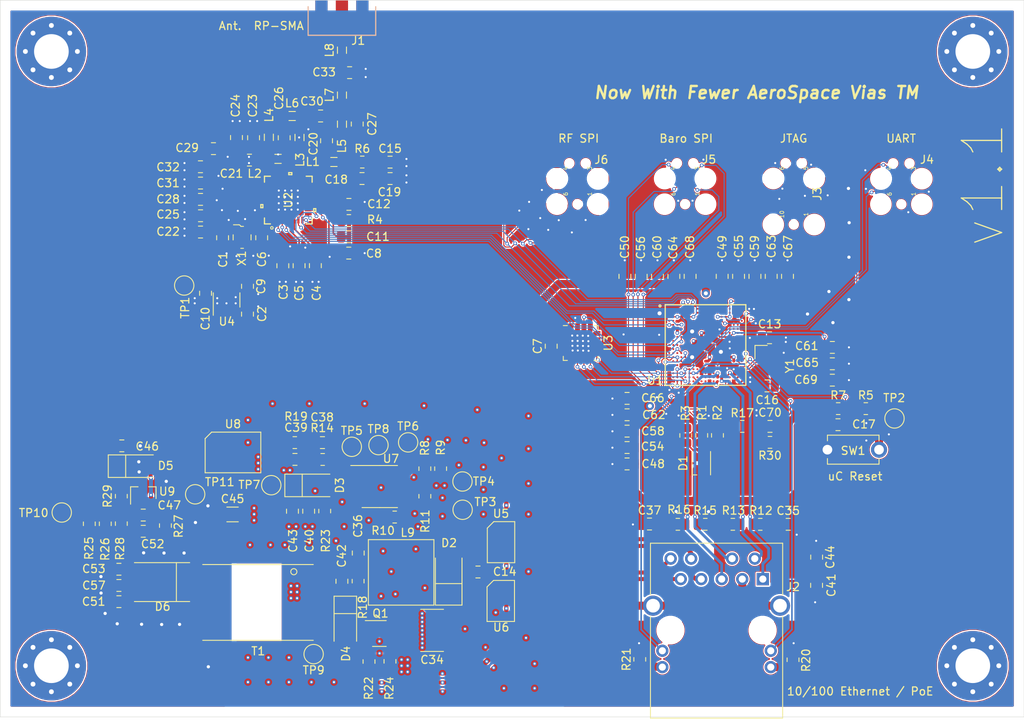
<source format=kicad_pcb>
(kicad_pcb (version 20171130) (host pcbnew "(5.1.8)-1")
  (layers (0 F.Cu signal) (1 In1.Cu mixed) (2 In2.Cu power) (31 B.Cu signal) (34 B.Paste user) (35 F.Paste user) (36 B.SilkS user) (37 F.SilkS user) (38 B.Mask user) (39 F.Mask user) (44 Edge.Cuts user))
  (net 0 "")
  (net 1 GND)
  (net 2 +3V0)
  (net 3 +3V3)
  (net 4 "Net-(C4-Pad1)")
  (net 5 "Net-(C6-Pad2)")
  (net 6 "Net-(C6-Pad1)")
  (net 7 "Net-(C9-Pad1)")
  (net 8 "Net-(C13-Pad1)")
  (net 9 "Net-(C14-Pad2)")
  (net 10 "Net-(C14-Pad1)")
  (net 11 "Net-(C16-Pad1)")
  (net 12 "Net-(C17-Pad1)")
  (net 13 "Net-(C18-Pad1)")
  (net 14 "Net-(C20-Pad2)")
  (net 15 "Net-(C20-Pad1)")
  (net 16 "Net-(C21-Pad1)")
  (net 17 "Net-(C22-Pad2)")
  (net 18 "Net-(C23-Pad1)")
  (net 19 "Net-(C26-Pad2)")
  (net 20 "Net-(C26-Pad1)")
  (net 21 "Net-(C27-Pad2)")
  (net 22 "Net-(C29-Pad2)")
  (net 23 "Net-(C29-Pad1)")
  (net 24 "Net-(C30-Pad1)")
  (net 25 "Net-(C31-Pad2)")
  (net 26 "Net-(C33-Pad1)")
  (net 27 GND1)
  (net 28 "Net-(C36-Pad1)")
  (net 29 "Net-(C38-Pad2)")
  (net 30 "Net-(C38-Pad1)")
  (net 31 "Net-(C39-Pad1)")
  (net 32 "Net-(C40-Pad1)")
  (net 33 "Net-(C42-Pad2)")
  (net 34 "Net-(C46-Pad2)")
  (net 35 "Net-(C47-Pad2)")
  (net 36 "Net-(C47-Pad1)")
  (net 37 "Net-(C52-Pad1)")
  (net 38 "Net-(C61-Pad1)")
  (net 39 "Net-(C70-Pad1)")
  (net 40 "Net-(D1-Pad4)")
  (net 41 "Net-(D1-Pad3)")
  (net 42 "Net-(D1-Pad2)")
  (net 43 "Net-(D3-Pad2)")
  (net 44 "Net-(D4-Pad2)")
  (net 45 "Net-(D6-Pad2)")
  (net 46 "Net-(J1-Pad1)")
  (net 47 /ETH_LED4)
  (net 48 /ETH_LED3)
  (net 49 /PairOnePos)
  (net 50 /PairOneNeg)
  (net 51 /PairTwoPos)
  (net 52 /PairTwoNeg)
  (net 53 /ETH_LED1)
  (net 54 /ETH_LED2)
  (net 55 /JTAG_RESET)
  (net 56 /JTAG_TDI)
  (net 57 /JTAG_TDO)
  (net 58 /JTAG_TCK)
  (net 59 /JTAG_TMS)
  (net 60 /UART_TX)
  (net 61 /UART_RX)
  (net 62 /BAR_MOSI)
  (net 63 /BAR_MISO)
  (net 64 /BAR_CS)
  (net 65 /BAR_SCLK)
  (net 66 /RF_MOSI)
  (net 67 /RF_MISO)
  (net 68 /RF_CS)
  (net 69 /RF_SCLK)
  (net 70 "Net-(Q1-Pad4)")
  (net 71 "Net-(Q1-Pad3)")
  (net 72 /IND_G)
  (net 73 /IND_R)
  (net 74 /IND_B)
  (net 75 "Net-(R4-Pad1)")
  (net 76 "Net-(R8-Pad1)")
  (net 77 "Net-(R9-Pad1)")
  (net 78 "Net-(R10-Pad1)")
  (net 79 "Net-(R11-Pad2)")
  (net 80 "Net-(R17-Pad1)")
  (net 81 "Net-(R22-Pad1)")
  (net 82 "Net-(R23-Pad2)")
  (net 83 "Net-(R25-Pad1)")
  (net 84 /RF_RESET)
  (net 85 /RF_GPIO3)
  (net 86 /RF_GPIO0)
  (net 87 /RF_GPIO2)
  (net 88 /BAR_INT)
  (net 89 /ETH_TX_P)
  (net 90 /ETH_TX_N)
  (net 91 /ETH_RX_P)
  (net 92 /ETH_RX_N)
  (module Custom:Wurth_74982104400 (layer F.Cu) (at 113.5619 102.851 180)
    (fp_text reference J2 (at -9.4869 5.3848) (layer F.SilkS))
    (fp_text value Wurth_74982104400)
    (pad 14 thru_hole circle (at 6.725 -4.57 180) (size 1.524 1.524) (drill 0.89) (layers *.Cu *.Mask) (net 47 /ETH_LED4))
    (pad 13 thru_hole circle (at 6.725 -2.54 180) (size 1.524 1.524) (drill 0.89) (layers *.Cu *.Mask) (net 48 /ETH_LED3))
    (pad 1 thru_hole rect (at -5.74 6.35 180) (size 1.524 1.524) (drill 0.89) (layers *.Cu *.Mask) (net 89 /ETH_TX_P))
    (pad 2 thru_hole circle (at -4.74 8.89 180) (size 1.524 1.524) (drill 0.89) (layers *.Cu *.Mask) (net 90 /ETH_TX_N))
    (pad 3 thru_hole circle (at -3.19 6.35 180) (size 1.524 1.524) (drill 0.89) (layers *.Cu *.Mask) (net 3 +3V3))
    (pad 4 thru_hole circle (at -1.93 8.89 180) (size 1.524 1.524) (drill 0.89) (layers *.Cu *.Mask) (net 91 /ETH_RX_P))
    (pad 5 thru_hole circle (at -0.64 6.35 180) (size 1.524 1.524) (drill 0.89) (layers *.Cu *.Mask) (net 92 /ETH_RX_N))
    (pad 7 thru_hole circle (at 1.9 6.35 180) (size 1.524 1.524) (drill 0.89) (layers *.Cu *.Mask) (net 49 /PairOnePos))
    (pad 8 thru_hole circle (at 3.15 8.89 180) (size 1.524 1.524) (drill 0.89) (layers *.Cu *.Mask) (net 50 /PairOneNeg))
    (pad 9 thru_hole circle (at 4.44 6.35 180) (size 1.524 1.524) (drill 0.89) (layers *.Cu *.Mask) (net 51 /PairTwoPos))
    (pad 10 thru_hole circle (at 5.69 8.89 180) (size 1.524 1.524) (drill 0.89) (layers *.Cu *.Mask) (net 52 /PairTwoNeg))
    (pad 11 thru_hole circle (at -6.725 -2.54 180) (size 1.524 1.524) (drill 0.89) (layers *.Cu *.Mask) (net 53 /ETH_LED1))
    (pad 12 thru_hole circle (at -6.725 -4.57 180) (size 1.524 1.524) (drill 0.89) (layers *.Cu *.Mask) (net 54 /ETH_LED2))
    (pad SHD thru_hole circle (at -7.875 3.05 180) (size 2.5 2.5) (drill 1.7) (layers *.Cu *.Mask) (net 27 GND1))
    (pad "" np_thru_hole circle (at -5.715 0 180) (size 3.2 3.2) (drill 3.2) (layers *.Cu *.Mask))
    (pad SHD thru_hole circle (at 7.875 3.05 180) (size 2.5 2.5) (drill 1.7) (layers *.Cu *.Mask) (net 27 GND1))
    (pad "" np_thru_hole circle (at 5.715 0 180) (size 3.2 3.2) (drill 3.2) (layers *.Cu *.Mask))
  )
  (module "Davis Receiver Footprints:TM4C129ENCZADI3R" (layer F.Cu) (at 112.1948 67.4654)
    (fp_text reference U1 (at -6.25 4.4) (layer F.SilkS))
    (fp_text value TM4C129ENCZADI3R hide)
    (pad W19 smd circle (at 4.499999 4.499999) (size 0.249999 0.249999) (layers F.Cu F.Paste F.Mask))
    (pad W18 smd circle (at 4 4.499999) (size 0.249999 0.249999) (layers F.Cu F.Paste F.Mask))
    (pad W16 smd circle (at 2.999999 4.499999) (size 0.249999 0.249999) (layers F.Cu F.Paste F.Mask))
    (pad W15 smd circle (at 2.5 4.499999) (size 0.249999 0.249999) (layers F.Cu F.Paste F.Mask) (net 80 "Net-(R17-Pad1)"))
    (pad W13 smd circle (at 1.5 4.499999) (size 0.249999 0.249999) (layers F.Cu F.Paste F.Mask) (net 91 /ETH_RX_P))
    (pad W12 smd circle (at 0.999998 4.499999) (size 0.249999 0.249999) (layers F.Cu F.Paste F.Mask))
    (pad W10 smd circle (at 0 4.499999) (size 0.249999 0.249999) (layers F.Cu F.Paste F.Mask))
    (pad W9 smd circle (at -0.500002 4.499999) (size 0.249999 0.249999) (layers F.Cu F.Paste F.Mask))
    (pad W7 smd circle (at -1.500002 4.499999) (size 0.249999 0.249999) (layers F.Cu F.Paste F.Mask))
    (pad W6 smd circle (at -2.000001 4.499999) (size 0.249999 0.249999) (layers F.Cu F.Paste F.Mask))
    (pad W4 smd circle (at -3.000002 4.499999) (size 0.249999 0.249999) (layers F.Cu F.Paste F.Mask) (net 63 /BAR_MISO))
    (pad W3 smd circle (at -3.500001 4.499999) (size 0.249999 0.249999) (layers F.Cu F.Paste F.Mask) (net 60 /UART_TX))
    (pad W2 smd circle (at -4.000002 4.499999) (size 0.249999 0.249999) (layers F.Cu F.Paste F.Mask) (net 1 GND))
    (pad W1 smd circle (at -4.500001 4.499999) (size 0.249999 0.249999) (layers F.Cu F.Paste F.Mask) (net 1 GND))
    (pad V19 smd circle (at 4.499999 4) (size 0.249999 0.249999) (layers F.Cu F.Paste F.Mask))
    (pad V18 smd circle (at 4 4) (size 0.249999 0.249999) (layers F.Cu F.Paste F.Mask))
    (pad V17 smd circle (at 3.499998 4) (size 0.249999 0.249999) (layers F.Cu F.Paste F.Mask))
    (pad V16 smd circle (at 2.999999 4) (size 0.249999 0.249999) (layers F.Cu F.Paste F.Mask))
    (pad V15 smd circle (at 2.5 4) (size 0.249999 0.249999) (layers F.Cu F.Paste F.Mask) (net 89 /ETH_TX_P))
    (pad V14 smd circle (at 1.999999 4) (size 0.249999 0.249999) (layers F.Cu F.Paste F.Mask) (net 90 /ETH_TX_N))
    (pad V13 smd circle (at 1.5 4) (size 0.249999 0.249999) (layers F.Cu F.Paste F.Mask) (net 92 /ETH_RX_N))
    (pad V12 smd circle (at 0.999998 4) (size 0.249999 0.249999) (layers F.Cu F.Paste F.Mask))
    (pad V11 smd circle (at 0.499999 4) (size 0.249999 0.249999) (layers F.Cu F.Paste F.Mask))
    (pad V10 smd circle (at 0 4) (size 0.249999 0.249999) (layers F.Cu F.Paste F.Mask))
    (pad V9 smd circle (at -0.500002 4) (size 0.249999 0.249999) (layers F.Cu F.Paste F.Mask))
    (pad V8 smd circle (at -1.000001 4) (size 0.249999 0.249999) (layers F.Cu F.Paste F.Mask))
    (pad V7 smd circle (at -1.500002 4) (size 0.249999 0.249999) (layers F.Cu F.Paste F.Mask) (net 48 /ETH_LED3))
    (pad V6 smd circle (at -2.000001 4) (size 0.249999 0.249999) (layers F.Cu F.Paste F.Mask))
    (pad V5 smd circle (at -2.5 4) (size 0.249999 0.249999) (layers F.Cu F.Paste F.Mask))
    (pad V4 smd circle (at -3.000002 4) (size 0.249999 0.249999) (layers F.Cu F.Paste F.Mask) (net 62 /BAR_MOSI))
    (pad V3 smd circle (at -3.500001 4) (size 0.249999 0.249999) (layers F.Cu F.Paste F.Mask) (net 61 /UART_RX))
    (pad V2 smd circle (at -4.000002 4) (size 0.249999 0.249999) (layers F.Cu F.Paste F.Mask))
    (pad V1 smd circle (at -4.500001 4) (size 0.249999 0.249999) (layers F.Cu F.Paste F.Mask) (net 1 GND))
    (pad U19 smd circle (at 4.499999 3.499998) (size 0.249999 0.249999) (layers F.Cu F.Paste F.Mask))
    (pad U18 smd circle (at 4 3.499998) (size 0.249999 0.249999) (layers F.Cu F.Paste F.Mask) (net 1 GND))
    (pad U15 smd circle (at 2.5 3.499998) (size 0.249999 0.249999) (layers F.Cu F.Paste F.Mask))
    (pad U14 smd circle (at 1.999999 3.499998) (size 0.249999 0.249999) (layers F.Cu F.Paste F.Mask))
    (pad U12 smd circle (at 0.999998 3.499998) (size 0.249999 0.249999) (layers F.Cu F.Paste F.Mask))
    (pad U10 smd circle (at 0 3.499998) (size 0.249999 0.249999) (layers F.Cu F.Paste F.Mask))
    (pad U8 smd circle (at -1.000001 3.499998) (size 0.249999 0.249999) (layers F.Cu F.Paste F.Mask))
    (pad U6 smd circle (at -2.000001 3.499998) (size 0.249999 0.249999) (layers F.Cu F.Paste F.Mask) (net 53 /ETH_LED1))
    (pad U5 smd circle (at -2.5 3.499998) (size 0.249999 0.249999) (layers F.Cu F.Paste F.Mask) (net 64 /BAR_CS))
    (pad U2 smd circle (at -4.000002 3.499998) (size 0.249999 0.249999) (layers F.Cu F.Paste F.Mask))
    (pad T19 smd circle (at 4.499999 2.999999) (size 0.249999 0.249999) (layers F.Cu F.Paste F.Mask) (net 11 "Net-(C16-Pad1)"))
    (pad T18 smd circle (at 4 2.999999) (size 0.249999 0.249999) (layers F.Cu F.Paste F.Mask) (net 8 "Net-(C13-Pad1)"))
    (pad T14 smd circle (at 1.999999 2.999999) (size 0.249999 0.249999) (layers F.Cu F.Paste F.Mask))
    (pad T13 smd circle (at 1.5 2.999999) (size 0.249999 0.249999) (layers F.Cu F.Paste F.Mask))
    (pad T12 smd circle (at 0.999998 2.999999) (size 0.249999 0.249999) (layers F.Cu F.Paste F.Mask))
    (pad T8 smd circle (at -1.000001 2.999999) (size 0.249999 0.249999) (layers F.Cu F.Paste F.Mask))
    (pad T7 smd circle (at -1.500002 2.999999) (size 0.249999 0.249999) (layers F.Cu F.Paste F.Mask))
    (pad T6 smd circle (at -2.000001 2.999999) (size 0.249999 0.249999) (layers F.Cu F.Paste F.Mask) (net 65 /BAR_SCLK))
    (pad T2 smd circle (at -4.000002 2.999999) (size 0.249999 0.249999) (layers F.Cu F.Paste F.Mask))
    (pad T1 smd circle (at -4.500001 2.999999) (size 0.249999 0.249999) (layers F.Cu F.Paste F.Mask))
    (pad R18 smd circle (at 4 2.5) (size 0.249999 0.249999) (layers F.Cu F.Paste F.Mask) (net 1 GND))
    (pad R17 smd circle (at 3.499998 2.5) (size 0.249999 0.249999) (layers F.Cu F.Paste F.Mask) (net 1 GND))
    (pad R13 smd circle (at 1.5 2.5) (size 0.249999 0.249999) (layers F.Cu F.Paste F.Mask))
    (pad R10 smd circle (at 0 2.5) (size 0.249999 0.249999) (layers F.Cu F.Paste F.Mask))
    (pad R7 smd circle (at -1.500002 2.5) (size 0.249999 0.249999) (layers F.Cu F.Paste F.Mask))
    (pad R3 smd circle (at -3.500001 2.5) (size 0.249999 0.249999) (layers F.Cu F.Paste F.Mask))
    (pad R2 smd circle (at -4.000002 2.5) (size 0.249999 0.249999) (layers F.Cu F.Paste F.Mask))
    (pad R1 smd circle (at -4.500001 2.5) (size 0.249999 0.249999) (layers F.Cu F.Paste F.Mask))
    (pad P19 smd circle (at 4.499999 1.999999) (size 0.249999 0.249999) (layers F.Cu F.Paste F.Mask) (net 39 "Net-(C70-Pad1)"))
    (pad P18 smd circle (at 4 1.999999) (size 0.249999 0.249999) (layers F.Cu F.Paste F.Mask) (net 12 "Net-(C17-Pad1)"))
    (pad P17 smd circle (at 3.499998 1.999999) (size 0.249999 0.249999) (layers F.Cu F.Paste F.Mask) (net 3 +3V3))
    (pad P16 smd circle (at 2.999999 1.999999) (size 0.249999 0.249999) (layers F.Cu F.Paste F.Mask) (net 1 GND))
    (pad P10 smd circle (at 0 1.999999) (size 0.249999 0.249999) (layers F.Cu F.Paste F.Mask) (net 3 +3V3))
    (pad P4 smd circle (at -3.000002 1.999999) (size 0.249999 0.249999) (layers F.Cu F.Paste F.Mask))
    (pad P3 smd circle (at -3.500001 1.999999) (size 0.249999 0.249999) (layers F.Cu F.Paste F.Mask) (net 74 /IND_B))
    (pad P2 smd circle (at -4.000002 1.999999) (size 0.249999 0.249999) (layers F.Cu F.Paste F.Mask))
    (pad N19 smd circle (at 4.499999 1.5) (size 0.249999 0.249999) (layers F.Cu F.Paste F.Mask))
    (pad N18 smd circle (at 4 1.5) (size 0.249999 0.249999) (layers F.Cu F.Paste F.Mask))
    (pad N16 smd circle (at 2.999999 1.5) (size 0.249999 0.249999) (layers F.Cu F.Paste F.Mask) (net 3 +3V3))
    (pad N15 smd circle (at 2.5 1.5) (size 0.249999 0.249999) (layers F.Cu F.Paste F.Mask))
    (pad N10 smd circle (at 0 1.5) (size 0.249999 0.249999) (layers F.Cu F.Paste F.Mask) (net 1 GND))
    (pad N5 smd circle (at -2.5 1.5) (size 0.249999 0.249999) (layers F.Cu F.Paste F.Mask) (net 73 /IND_R))
    (pad N4 smd circle (at -3.000002 1.5) (size 0.249999 0.249999) (layers F.Cu F.Paste F.Mask))
    (pad N2 smd circle (at -4.000002 1.5) (size 0.249999 0.249999) (layers F.Cu F.Paste F.Mask) (net 72 /IND_G))
    (pad N1 smd circle (at -4.500001 1.5) (size 0.249999 0.249999) (layers F.Cu F.Paste F.Mask))
    (pad M18 smd circle (at 4 0.999998) (size 0.249999 0.249999) (layers F.Cu F.Paste F.Mask))
    (pad M17 smd circle (at 3.499998 0.999998) (size 0.249999 0.249999) (layers F.Cu F.Paste F.Mask))
    (pad M16 smd circle (at 2.999999 0.999998) (size 0.249999 0.249999) (layers F.Cu F.Paste F.Mask))
    (pad M12 smd circle (at 0.999998 0.999998) (size 0.249999 0.249999) (layers F.Cu F.Paste F.Mask) (net 3 +3V3))
    (pad M11 smd circle (at 0.499999 0.999998) (size 0.249999 0.249999) (layers F.Cu F.Paste F.Mask) (net 3 +3V3))
    (pad M10 smd circle (at 0 0.999998) (size 0.249999 0.249999) (layers F.Cu F.Paste F.Mask) (net 1 GND))
    (pad M9 smd circle (at -0.500002 0.999998) (size 0.249999 0.249999) (layers F.Cu F.Paste F.Mask) (net 1 GND))
    (pad M8 smd circle (at -1.000001 0.999998) (size 0.249999 0.249999) (layers F.Cu F.Paste F.Mask) (net 1 GND))
    (pad M4 smd circle (at -3.000002 0.999998) (size 0.249999 0.249999) (layers F.Cu F.Paste F.Mask) (net 84 /RF_RESET))
    (pad M3 smd circle (at -3.500001 0.999998) (size 0.249999 0.249999) (layers F.Cu F.Paste F.Mask))
    (pad M2 smd circle (at -4.000002 0.999998) (size 0.249999 0.249999) (layers F.Cu F.Paste F.Mask))
    (pad M1 smd circle (at -4.500001 0.999998) (size 0.249999 0.249999) (layers F.Cu F.Paste F.Mask))
    (pad L19 smd circle (at 4.499999 0.499999) (size 0.249999 0.249999) (layers F.Cu F.Paste F.Mask))
    (pad L18 smd circle (at 4 0.499999) (size 0.249999 0.249999) (layers F.Cu F.Paste F.Mask))
    (pad L12 smd circle (at 0.999998 0.499999) (size 0.249999 0.249999) (layers F.Cu F.Paste F.Mask) (net 3 +3V3))
    (pad L11 smd circle (at 0.499999 0.499999) (size 0.249999 0.249999) (layers F.Cu F.Paste F.Mask) (net 3 +3V3))
    (pad L10 smd circle (at 0 0.499999) (size 0.249999 0.249999) (layers F.Cu F.Paste F.Mask) (net 3 +3V3))
    (pad L9 smd circle (at -0.500002 0.499999) (size 0.249999 0.249999) (layers F.Cu F.Paste F.Mask) (net 1 GND))
    (pad L8 smd circle (at -1.000001 0.499999) (size 0.249999 0.249999) (layers F.Cu F.Paste F.Mask) (net 1 GND))
    (pad L2 smd circle (at -4.000002 0.499999) (size 0.249999 0.249999) (layers F.Cu F.Paste F.Mask))
    (pad K19 smd circle (at 4.499999 0) (size 0.249999 0.249999) (layers F.Cu F.Paste F.Mask))
    (pad K18 smd circle (at 4 0) (size 0.249999 0.249999) (layers F.Cu F.Paste F.Mask))
    (pad K17 smd circle (at 3.499998 0) (size 0.249999 0.249999) (layers F.Cu F.Paste F.Mask))
    (pad K15 smd circle (at 2.5 0) (size 0.249999 0.249999) (layers F.Cu F.Paste F.Mask))
    (pad K14 smd circle (at 1.999999 0) (size 0.249999 0.249999) (layers F.Cu F.Paste F.Mask) (net 1 GND))
    (pad K13 smd circle (at 1.5 0) (size 0.249999 0.249999) (layers F.Cu F.Paste F.Mask) (net 1 GND))
    (pad K12 smd circle (at 0.999998 0) (size 0.249999 0.249999) (layers F.Cu F.Paste F.Mask) (net 3 +3V3))
    (pad K11 smd circle (at 0.499999 0) (size 0.249999 0.249999) (layers F.Cu F.Paste F.Mask) (net 3 +3V3))
    (pad K10 smd circle (at 0 0) (size 0.249999 0.249999) (layers F.Cu F.Paste F.Mask) (net 1 GND))
    (pad K9 smd circle (at -0.500002 0) (size 0.249999 0.249999) (layers F.Cu F.Paste F.Mask) (net 1 GND))
    (pad K8 smd circle (at -1.000001 0) (size 0.249999 0.249999) (layers F.Cu F.Paste F.Mask) (net 3 +3V3))
    (pad K7 smd circle (at -1.500002 0) (size 0.249999 0.249999) (layers F.Cu F.Paste F.Mask) (net 3 +3V3))
    (pad K6 smd circle (at -2.000001 0) (size 0.249999 0.249999) (layers F.Cu F.Paste F.Mask) (net 1 GND))
    (pad K5 smd circle (at -2.5 0) (size 0.249999 0.249999) (layers F.Cu F.Paste F.Mask))
    (pad K3 smd circle (at -3.500001 0) (size 0.249999 0.249999) (layers F.Cu F.Paste F.Mask))
    (pad K2 smd circle (at -4.000002 0) (size 0.249999 0.249999) (layers F.Cu F.Paste F.Mask))
    (pad K1 smd circle (at -4.500001 0) (size 0.249999 0.249999) (layers F.Cu F.Paste F.Mask))
    (pad J18 smd circle (at 4 -0.500002) (size 0.249999 0.249999) (layers F.Cu F.Paste F.Mask))
    (pad J12 smd circle (at 0.999998 -0.500002) (size 0.249999 0.249999) (layers F.Cu F.Paste F.Mask) (net 1 GND))
    (pad J11 smd circle (at 0.499999 -0.500002) (size 0.249999 0.249999) (layers F.Cu F.Paste F.Mask) (net 1 GND))
    (pad J10 smd circle (at 0 -0.500002) (size 0.249999 0.249999) (layers F.Cu F.Paste F.Mask) (net 3 +3V3))
    (pad J9 smd circle (at -0.500002 -0.500002) (size 0.249999 0.249999) (layers F.Cu F.Paste F.Mask) (net 3 +3V3))
    (pad J8 smd circle (at -1.000001 -0.500002) (size 0.249999 0.249999) (layers F.Cu F.Paste F.Mask) (net 3 +3V3))
    (pad J2 smd circle (at -4.000002 -0.500002) (size 0.249999 0.249999) (layers F.Cu F.Paste F.Mask))
    (pad J1 smd circle (at -4.500001 -0.500002) (size 0.249999 0.249999) (layers F.Cu F.Paste F.Mask))
    (pad H19 smd circle (at 4.499999 -1.000001) (size 0.249999 0.249999) (layers F.Cu F.Paste F.Mask))
    (pad H18 smd circle (at 4 -1.000001) (size 0.249999 0.249999) (layers F.Cu F.Paste F.Mask))
    (pad H17 smd circle (at 3.499998 -1.000001) (size 0.249999 0.249999) (layers F.Cu F.Paste F.Mask))
    (pad H16 smd circle (at 2.999999 -1.000001) (size 0.249999 0.249999) (layers F.Cu F.Paste F.Mask) (net 38 "Net-(C61-Pad1)"))
    (pad H12 smd circle (at 0.999998 -1.000001) (size 0.249999 0.249999) (layers F.Cu F.Paste F.Mask) (net 1 GND))
    (pad H11 smd circle (at 0.499999 -1.000001) (size 0.249999 0.249999) (layers F.Cu F.Paste F.Mask) (net 1 GND))
    (pad H10 smd circle (at 0 -1.000001) (size 0.249999 0.249999) (layers F.Cu F.Paste F.Mask) (net 1 GND))
    (pad H9 smd circle (at -0.500002 -1.000001) (size 0.249999 0.249999) (layers F.Cu F.Paste F.Mask) (net 3 +3V3))
    (pad H4 smd circle (at -3.000002 -1.000001) (size 0.249999 0.249999) (layers F.Cu F.Paste F.Mask) (net 85 /RF_GPIO3))
    (pad H3 smd circle (at -3.500001 -1.000001) (size 0.249999 0.249999) (layers F.Cu F.Paste F.Mask))
    (pad H2 smd circle (at -4.000002 -1.000001) (size 0.249999 0.249999) (layers F.Cu F.Paste F.Mask))
    (pad G19 smd circle (at 4.499999 -1.500002) (size 0.249999 0.249999) (layers F.Cu F.Paste F.Mask))
    (pad G18 smd circle (at 4 -1.500002) (size 0.249999 0.249999) (layers F.Cu F.Paste F.Mask))
    (pad G16 smd circle (at 2.999999 -1.500002) (size 0.249999 0.249999) (layers F.Cu F.Paste F.Mask))
    (pad G15 smd circle (at 2.5 -1.500002) (size 0.249999 0.249999) (layers F.Cu F.Paste F.Mask))
    (pad G10 smd circle (at 0 -1.500002) (size 0.249999 0.249999) (layers F.Cu F.Paste F.Mask) (net 3 +3V3))
    (pad G5 smd circle (at -2.5 -1.500002) (size 0.249999 0.249999) (layers F.Cu F.Paste F.Mask) (net 1 GND))
    (pad G4 smd circle (at -3.000002 -1.500002) (size 0.249999 0.249999) (layers F.Cu F.Paste F.Mask) (net 1 GND))
    (pad G2 smd circle (at -4.000002 -1.500002) (size 0.249999 0.249999) (layers F.Cu F.Paste F.Mask))
    (pad G1 smd circle (at -4.500001 -1.500002) (size 0.249999 0.249999) (layers F.Cu F.Paste F.Mask))
    (pad F18 smd circle (at 4 -2.000001) (size 0.249999 0.249999) (layers F.Cu F.Paste F.Mask))
    (pad F17 smd circle (at 3.499998 -2.000001) (size 0.249999 0.249999) (layers F.Cu F.Paste F.Mask))
    (pad F16 smd circle (at 2.999999 -2.000001) (size 0.249999 0.249999) (layers F.Cu F.Paste F.Mask))
    (pad F10 smd circle (at 0 -2.000001) (size 0.249999 0.249999) (layers F.Cu F.Paste F.Mask) (net 1 GND))
    (pad F4 smd circle (at -3.000002 -2.000001) (size 0.249999 0.249999) (layers F.Cu F.Paste F.Mask) (net 3 +3V3))
    (pad F3 smd circle (at -3.500001 -2.000001) (size 0.249999 0.249999) (layers F.Cu F.Paste F.Mask) (net 3 +3V3))
    (pad F2 smd circle (at -4.000002 -2.000001) (size 0.249999 0.249999) (layers F.Cu F.Paste F.Mask))
    (pad F1 smd circle (at -4.500001 -2.000001) (size 0.249999 0.249999) (layers F.Cu F.Paste F.Mask))
    (pad E19 smd circle (at 4.499999 -2.5) (size 0.249999 0.249999) (layers F.Cu F.Paste F.Mask) (net 1 GND))
    (pad E18 smd circle (at 4 -2.5) (size 0.249999 0.249999) (layers F.Cu F.Paste F.Mask))
    (pad E17 smd circle (at 3.499998 -2.5) (size 0.249999 0.249999) (layers F.Cu F.Paste F.Mask))
    (pad E13 smd circle (at 1.5 -2.5) (size 0.249999 0.249999) (layers F.Cu F.Paste F.Mask))
    (pad E10 smd circle (at 0 -2.5) (size 0.249999 0.249999) (layers F.Cu F.Paste F.Mask) (net 38 "Net-(C61-Pad1)"))
    (pad E7 smd circle (at -1.500002 -2.5) (size 0.249999 0.249999) (layers F.Cu F.Paste F.Mask))
    (pad E3 smd circle (at -3.500001 -2.5) (size 0.249999 0.249999) (layers F.Cu F.Paste F.Mask) (net 86 /RF_GPIO0))
    (pad E2 smd circle (at -4.000002 -2.5) (size 0.249999 0.249999) (layers F.Cu F.Paste F.Mask) (net 87 /RF_GPIO2))
    (pad D19 smd circle (at 4.499999 -3.000002) (size 0.249999 0.249999) (layers F.Cu F.Paste F.Mask))
    (pad D18 smd circle (at 4 -3.000002) (size 0.249999 0.249999) (layers F.Cu F.Paste F.Mask) (net 1 GND))
    (pad D14 smd circle (at 1.999999 -3.000002) (size 0.249999 0.249999) (layers F.Cu F.Paste F.Mask) (net 56 /JTAG_TDI))
    (pad D13 smd circle (at 1.5 -3.000002) (size 0.249999 0.249999) (layers F.Cu F.Paste F.Mask))
    (pad D12 smd circle (at 0.999998 -3.000002) (size 0.249999 0.249999) (layers F.Cu F.Paste F.Mask))
    (pad D8 smd circle (at -1.000001 -3.000002) (size 0.249999 0.249999) (layers F.Cu F.Paste F.Mask))
    (pad D7 smd circle (at -1.500002 -3.000002) (size 0.249999 0.249999) (layers F.Cu F.Paste F.Mask))
    (pad D6 smd circle (at -2.000001 -3.000002) (size 0.249999 0.249999) (layers F.Cu F.Paste F.Mask))
    (pad D2 smd circle (at -4.000002 -3.000002) (size 0.249999 0.249999) (layers F.Cu F.Paste F.Mask))
    (pad D1 smd circle (at -4.500001 -3.000002) (size 0.249999 0.249999) (layers F.Cu F.Paste F.Mask))
    (pad C18 smd circle (at 4 -3.500001) (size 0.249999 0.249999) (layers F.Cu F.Paste F.Mask))
    (pad C15 smd circle (at 2.5 -3.500001) (size 0.249999 0.249999) (layers F.Cu F.Paste F.Mask) (net 59 /JTAG_TMS))
    (pad C14 smd circle (at 1.999999 -3.500001) (size 0.249999 0.249999) (layers F.Cu F.Paste F.Mask) (net 57 /JTAG_TDO))
    (pad C12 smd circle (at 0.999998 -3.500001) (size 0.249999 0.249999) (layers F.Cu F.Paste F.Mask))
    (pad C10 smd circle (at 0 -3.500001) (size 0.249999 0.249999) (layers F.Cu F.Paste F.Mask))
    (pad C8 smd circle (at -1.000001 -3.500001) (size 0.249999 0.249999) (layers F.Cu F.Paste F.Mask))
    (pad C6 smd circle (at -2.000001 -3.500001) (size 0.249999 0.249999) (layers F.Cu F.Paste F.Mask) (net 68 /RF_CS))
    (pad C5 smd circle (at -2.5 -3.500001) (size 0.249999 0.249999) (layers F.Cu F.Paste F.Mask))
    (pad C2 smd circle (at -4.000002 -3.500001) (size 0.249999 0.249999) (layers F.Cu F.Paste F.Mask) (net 88 /BAR_INT))
    (pad C1 smd circle (at -4.500001 -3.500001) (size 0.249999 0.249999) (layers F.Cu F.Paste F.Mask))
    (pad B19 smd circle (at 4.499999 -4.000002) (size 0.249999 0.249999) (layers F.Cu F.Paste F.Mask) (net 1 GND))
    (pad B18 smd circle (at 4 -4.000002) (size 0.249999 0.249999) (layers F.Cu F.Paste F.Mask))
    (pad B17 smd circle (at 3.499998 -4.000002) (size 0.249999 0.249999) (layers F.Cu F.Paste F.Mask))
    (pad B16 smd circle (at 2.999999 -4.000002) (size 0.249999 0.249999) (layers F.Cu F.Paste F.Mask))
    (pad B15 smd circle (at 2.5 -4.000002) (size 0.249999 0.249999) (layers F.Cu F.Paste F.Mask) (net 58 /JTAG_TCK))
    (pad B14 smd circle (at 1.999999 -4.000002) (size 0.249999 0.249999) (layers F.Cu F.Paste F.Mask))
    (pad B13 smd circle (at 1.5 -4.000002) (size 0.249999 0.249999) (layers F.Cu F.Paste F.Mask))
    (pad B12 smd circle (at 0.999998 -4.000002) (size 0.249999 0.249999) (layers F.Cu F.Paste F.Mask))
    (pad B11 smd circle (at 0.499999 -4.000002) (size 0.249999 0.249999) (layers F.Cu F.Paste F.Mask))
    (pad B10 smd circle (at 0 -4.000002) (size 0.249999 0.249999) (layers F.Cu F.Paste F.Mask))
    (pad B9 smd circle (at -0.500002 -4.000002) (size 0.249999 0.249999) (layers F.Cu F.Paste F.Mask))
    (pad B8 smd circle (at -1.000001 -4.000002) (size 0.249999 0.249999) (layers F.Cu F.Paste F.Mask))
    (pad B7 smd circle (at -1.500002 -4.000002) (size 0.249999 0.249999) (layers F.Cu F.Paste F.Mask))
    (pad B6 smd circle (at -2.000001 -4.000002) (size 0.249999 0.249999) (layers F.Cu F.Paste F.Mask) (net 69 /RF_SCLK))
    (pad B5 smd circle (at -2.5 -4.000002) (size 0.249999 0.249999) (layers F.Cu F.Paste F.Mask) (net 67 /RF_MISO))
    (pad B4 smd circle (at -3.000002 -4.000002) (size 0.249999 0.249999) (layers F.Cu F.Paste F.Mask))
    (pad B3 smd circle (at -3.500001 -4.000002) (size 0.249999 0.249999) (layers F.Cu F.Paste F.Mask))
    (pad B2 smd circle (at -4.000002 -4.000002) (size 0.249999 0.249999) (layers F.Cu F.Paste F.Mask))
    (pad B1 smd circle (at -4.500001 -4.000002) (size 0.249999 0.249999) (layers F.Cu F.Paste F.Mask) (net 1 GND))
    (pad A19 smd circle (at 4.499999 -4.500001) (size 0.249999 0.249999) (layers F.Cu F.Paste F.Mask) (net 1 GND))
    (pad A18 smd circle (at 4 -4.500001) (size 0.249999 0.249999) (layers F.Cu F.Paste F.Mask) (net 1 GND))
    (pad A17 smd circle (at 3.499998 -4.500001) (size 0.249999 0.249999) (layers F.Cu F.Paste F.Mask))
    (pad A16 smd circle (at 2.999999 -4.500001) (size 0.249999 0.249999) (layers F.Cu F.Paste F.Mask))
    (pad A14 smd circle (at 1.999999 -4.500001) (size 0.249999 0.249999) (layers F.Cu F.Paste F.Mask))
    (pad A13 smd circle (at 1.5 -4.500001) (size 0.249999 0.249999) (layers F.Cu F.Paste F.Mask))
    (pad A11 smd circle (at 0.499999 -4.500001) (size 0.249999 0.249999) (layers F.Cu F.Paste F.Mask))
    (pad A10 smd circle (at 0 -4.500001) (size 0.249999 0.249999) (layers F.Cu F.Paste F.Mask))
    (pad A8 smd circle (at -1.000001 -4.500001) (size 0.249999 0.249999) (layers F.Cu F.Paste F.Mask))
    (pad A7 smd circle (at -1.500002 -4.500001) (size 0.249999 0.249999) (layers F.Cu F.Paste F.Mask))
    (pad A5 smd circle (at -2.5 -4.500001) (size 0.249999 0.249999) (layers F.Cu F.Paste F.Mask) (net 66 /RF_MOSI))
    (pad A4 smd circle (at -3.000002 -4.500001) (size 0.249999 0.249999) (layers F.Cu F.Paste F.Mask))
    (pad A2 smd circle (at -4.000002 -4.500001) (size 0.249999 0.249999) (layers F.Cu F.Paste F.Mask) (net 1 GND))
    (pad A1 smd circle (at -4.500001 -4.500001) (size 0.249999 0.249999) (layers F.Cu F.Paste F.Mask) (net 1 GND))
  )
  (module Custom:LFXTAL071758CUTT (layer F.Cu) (at 119.9798 69.5463 270)
    (fp_text reference Y1 (at 0.508 -2.675 90) (layer F.SilkS))
    (fp_text value LFXTAL071758CUTT)
    (pad 1 smd rect (at -1.1 0.8 270) (size 1.4 1.2) (layers F.Cu F.Paste F.Mask) (net 8 "Net-(C13-Pad1)"))
    (pad 2 smd rect (at 1.1 0.8 270) (size 1.4 1.2) (layers F.Cu F.Paste F.Mask) (net 1 GND))
    (pad 3 smd rect (at 1.1 -0.8 270) (size 1.4 1.2) (layers F.Cu F.Paste F.Mask) (net 11 "Net-(C16-Pad1)"))
    (pad 4 smd rect (at -1.1 -0.8 270) (size 1.4 1.2) (layers F.Cu F.Paste F.Mask) (net 1 GND))
  )
  (module Custom:POE70P (layer F.Cu) (at 56.6786 99.39632 180)
    (fp_text reference T1 (at -0.03048 -6.0452) (layer F.SilkS))
    (fp_text value POE70P-33)
    (pad 8 smd rect (at 6.855 3.75 180) (size 2.03 1.27) (layers F.Cu F.Paste F.Mask) (net 45 "Net-(D6-Pad2)"))
    (pad 7 smd rect (at 6.855 1.25 180) (size 2.03 1.27) (layers F.Cu F.Paste F.Mask) (net 45 "Net-(D6-Pad2)"))
    (pad 6 smd rect (at 6.855 -1.25 180) (size 2.03 1.27) (layers F.Cu F.Paste F.Mask) (net 1 GND))
    (pad 5 smd rect (at 6.855 -3.75 180) (size 2.03 1.27) (layers F.Cu F.Paste F.Mask) (net 1 GND))
    (pad 4 smd rect (at -6.855 -3.75 180) (size 2.03 1.27) (layers F.Cu F.Paste F.Mask) (net 44 "Net-(D4-Pad2)"))
    (pad 3 smd rect (at -6.855 -1.25 180) (size 2.03 1.27) (layers F.Cu F.Paste F.Mask) (net 28 "Net-(C36-Pad1)"))
    (pad 2 smd rect (at -6.855 1.25 180) (size 2.03 1.27) (layers F.Cu F.Paste F.Mask) (net 27 GND1))
    (pad 1 smd rect (at -6.855 3.75 180) (size 2.03 1.27) (layers F.Cu F.Paste F.Mask) (net 82 "Net-(R23-Pad2)"))
  )
  (module "Davis Receiver Footprints:CC1125RHBR" (layer F.Cu) (at 60.4378 49.4856 90)
    (fp_text reference U2 (at 0 0 90) (layer F.SilkS))
    (fp_text value CC1125RHBR hide)
    (pad 33 thru_hole circle (at 1.1811 -1.1811 90) (size 0.508 0.508) (drill 0.254) (layers *.Cu *.Mask) (net 1 GND))
    (pad 33 thru_hole circle (at 1.1811 -0.3937 90) (size 0.508 0.508) (drill 0.254) (layers *.Cu *.Mask) (net 1 GND))
    (pad 33 thru_hole circle (at 1.1811 0.3937 90) (size 0.508 0.508) (drill 0.254) (layers *.Cu *.Mask) (net 1 GND))
    (pad 33 thru_hole circle (at 1.1811 1.1811 90) (size 0.508 0.508) (drill 0.254) (layers *.Cu *.Mask) (net 1 GND))
    (pad 33 thru_hole circle (at 0.3937 -1.1811 90) (size 0.508 0.508) (drill 0.254) (layers *.Cu *.Mask) (net 1 GND))
    (pad 33 thru_hole circle (at 0.3937 -0.3937 90) (size 0.508 0.508) (drill 0.254) (layers *.Cu *.Mask) (net 1 GND))
    (pad 33 thru_hole circle (at 0.3937 0.3937 90) (size 0.508 0.508) (drill 0.254) (layers *.Cu *.Mask) (net 1 GND))
    (pad 33 thru_hole circle (at 0.3937 1.1811 90) (size 0.508 0.508) (drill 0.254) (layers *.Cu *.Mask) (net 1 GND))
    (pad 33 thru_hole circle (at -0.3937 -1.1811 90) (size 0.508 0.508) (drill 0.254) (layers *.Cu *.Mask) (net 1 GND))
    (pad 33 thru_hole circle (at -0.3937 -0.3937 90) (size 0.508 0.508) (drill 0.254) (layers *.Cu *.Mask) (net 1 GND))
    (pad 33 thru_hole circle (at -0.3937 0.3937 90) (size 0.508 0.508) (drill 0.254) (layers *.Cu *.Mask) (net 1 GND))
    (pad 33 thru_hole circle (at -0.3937 1.1811 90) (size 0.508 0.508) (drill 0.254) (layers *.Cu *.Mask) (net 1 GND))
    (pad 33 thru_hole circle (at -1.1811 -1.1811 90) (size 0.508 0.508) (drill 0.254) (layers *.Cu *.Mask) (net 1 GND))
    (pad 33 thru_hole circle (at -1.1811 -0.3937 90) (size 0.508 0.508) (drill 0.254) (layers *.Cu *.Mask) (net 1 GND))
    (pad 33 thru_hole circle (at -1.1811 0.3937 90) (size 0.508 0.508) (drill 0.254) (layers *.Cu *.Mask) (net 1 GND))
    (pad 33 thru_hole circle (at -1.1811 1.1811 90) (size 0.508 0.508) (drill 0.254) (layers *.Cu *.Mask) (net 1 GND))
    (pad 33 smd rect (at 0 0 90) (size 3.450001 3.450001) (layers F.Cu F.Paste F.Mask) (net 1 GND))
    (pad 32 smd rect (at -1.750441 -2.474999 90) (size 0.279908 0.849884) (layers F.Cu F.Paste F.Mask) (net 5 "Net-(C6-Pad2)"))
    (pad 31 smd rect (at -1.250315 -2.474999 90) (size 0.279908 0.849884) (layers F.Cu F.Paste F.Mask))
    (pad 30 smd rect (at -0.750189 -2.474999 90) (size 0.279908 0.849884) (layers F.Cu F.Paste F.Mask) (net 1 GND))
    (pad 29 smd rect (at -0.250063 -2.474999 90) (size 0.279908 0.849884) (layers F.Cu F.Paste F.Mask) (net 17 "Net-(C22-Pad2)"))
    (pad 28 smd rect (at 0.250063 -2.474999 90) (size 0.279908 0.849884) (layers F.Cu F.Paste F.Mask) (net 2 +3V0))
    (pad 27 smd rect (at 0.750189 -2.474999 90) (size 0.279908 0.849884) (layers F.Cu F.Paste F.Mask) (net 2 +3V0))
    (pad 26 smd rect (at 1.250315 -2.474999 90) (size 0.279908 0.849884) (layers F.Cu F.Paste F.Mask) (net 25 "Net-(C31-Pad2)"))
    (pad 25 smd rect (at 1.750441 -2.474999 90) (size 0.279908 0.849884) (layers F.Cu F.Paste F.Mask) (net 2 +3V0))
    (pad 24 smd rect (at 2.474999 -1.749999 180) (size 0.279908 0.849884) (layers F.Cu F.Paste F.Mask) (net 23 "Net-(C29-Pad1)"))
    (pad 23 smd rect (at 2.474999 -1.25 180) (size 0.279908 0.849884) (layers F.Cu F.Paste F.Mask) (net 22 "Net-(C29-Pad2)"))
    (pad 22 smd rect (at 2.474999 -0.750001 180) (size 0.279908 0.849884) (layers F.Cu F.Paste F.Mask) (net 2 +3V0))
    (pad 21 smd rect (at 2.474999 -0.25 180) (size 0.279908 0.849884) (layers F.Cu F.Paste F.Mask) (net 16 "Net-(C21-Pad1)"))
    (pad 20 smd rect (at 2.474999 0.25 180) (size 0.279908 0.849884) (layers F.Cu F.Paste F.Mask) (net 18 "Net-(C23-Pad1)"))
    (pad 19 smd rect (at 2.474999 0.750001 180) (size 0.279908 0.849884) (layers F.Cu F.Paste F.Mask) (net 20 "Net-(C26-Pad1)"))
    (pad 18 smd rect (at 2.474999 1.25 180) (size 0.279908 0.849884) (layers F.Cu F.Paste F.Mask) (net 24 "Net-(C30-Pad1)"))
    (pad 17 smd rect (at 2.474999 1.749999 180) (size 0.279908 0.849884) (layers F.Cu F.Paste F.Mask) (net 15 "Net-(C20-Pad1)"))
    (pad 16 smd rect (at 1.750441 2.474999 90) (size 0.279908 0.849884) (layers F.Cu F.Paste F.Mask))
    (pad 15 smd rect (at 1.250315 2.474999 90) (size 0.279908 0.849884) (layers F.Cu F.Paste F.Mask) (net 2 +3V0))
    (pad 14 smd rect (at 0.750189 2.474999 90) (size 0.279908 0.849884) (layers F.Cu F.Paste F.Mask) (net 75 "Net-(R4-Pad1)"))
    (pad 13 smd rect (at 0.250063 2.474999 90) (size 0.279908 0.849884) (layers F.Cu F.Paste F.Mask) (net 2 +3V0))
    (pad 12 smd rect (at -0.250063 2.474999 90) (size 0.279908 0.849884) (layers F.Cu F.Paste F.Mask) (net 2 +3V0))
    (pad 11 smd rect (at -0.750189 2.474999 90) (size 0.279908 0.849884) (layers F.Cu F.Paste F.Mask) (net 68 /RF_CS))
    (pad 10 smd rect (at -1.250315 2.474999 90) (size 0.279908 0.849884) (layers F.Cu F.Paste F.Mask) (net 86 /RF_GPIO0))
    (pad 9 smd rect (at -1.750441 2.474999 90) (size 0.279908 0.849884) (layers F.Cu F.Paste F.Mask) (net 67 /RF_MISO))
    (pad 8 smd rect (at -2.474999 1.749999 180) (size 0.279908 0.849884) (layers F.Cu F.Paste F.Mask) (net 69 /RF_SCLK))
    (pad 7 smd rect (at -2.474999 1.25 180) (size 0.279908 0.849884) (layers F.Cu F.Paste F.Mask) (net 66 /RF_MOSI))
    (pad 6 smd rect (at -2.474999 0.750001 180) (size 0.279908 0.849884) (layers F.Cu F.Paste F.Mask) (net 4 "Net-(C4-Pad1)"))
    (pad 5 smd rect (at -2.474999 0.25 180) (size 0.279908 0.849884) (layers F.Cu F.Paste F.Mask) (net 2 +3V0))
    (pad 4 smd rect (at -2.474999 -0.25 180) (size 0.279908 0.849884) (layers F.Cu F.Paste F.Mask) (net 87 /RF_GPIO2))
    (pad 3 smd rect (at -2.474999 -0.750001 180) (size 0.279908 0.849884) (layers F.Cu F.Paste F.Mask) (net 85 /RF_GPIO3))
    (pad 2 smd rect (at -2.474999 -1.25 180) (size 0.279908 0.849884) (layers F.Cu F.Paste F.Mask) (net 84 /RF_RESET))
    (pad 1 smd rect (at -2.474999 -1.749999 180) (size 0.279908 0.849884) (layers F.Cu F.Paste F.Mask) (net 2 +3V0))
  )
  (module Custom:CONREVSMA003.062-G (layer F.Cu) (at 67.09006 26.75768 180)
    (fp_text reference J1 (at -2.02184 -2.95402) (layer F.SilkS))
    (fp_text value Conn_Coaxial)
    (pad 1 smd rect (at 0 0 180) (size 1.52 4.06) (layers F.Cu F.Mask) (net 46 "Net-(J1-Pad1)"))
    (pad 2 smd rect (at 2.54 0 180) (size 1.52 4.06) (layers B.Cu B.Mask) (net 1 GND))
    (pad 2 smd rect (at -2.54 0 180) (size 1.52 4.06) (layers B.Cu B.Mask) (net 1 GND))
    (pad 2 smd rect (at 2.54 0 180) (size 1.52 4.06) (layers F.Cu F.Mask) (net 1 GND))
    (pad 2 smd rect (at -2.54 0 180) (size 1.52 4.06) (layers F.Cu F.Mask) (net 1 GND))
  )
  (module Oscillator:Oscillator_SMD_ECS_2520MV-xxx-xx-4Pin_2.5x2.0mm (layer F.Cu) (at 54.70788 54.10868)
    (fp_text reference X1 (at -0.0435 2.59052 270) (layer F.SilkS))
    (fp_text value ECS-2520MV-400-AY-TR)
    (pad 3 smd roundrect (at 0.725 0.925) (size 0.8 0.9) (layers F.Cu F.Paste F.Mask) (net 6 "Net-(C6-Pad1)"))
    (pad 2 smd roundrect (at -0.725 0.925) (size 0.8 0.9) (layers F.Cu F.Paste F.Mask) (net 1 GND))
    (pad 4 smd roundrect (at 0.725 -0.925) (size 0.8 0.9) (layers F.Cu F.Paste F.Mask) (net 2 +3V0))
    (pad 1 smd roundrect (at -0.725 -0.925) (size 0.8 0.9) (layers F.Cu F.Paste F.Mask))
  )
  (module Package_TO_SOT_SMD:SOT-23 (layer F.Cu) (at 42.4552 85.8113 90)
    (fp_text reference U9 (at 0.18 2.95 180) (layer F.SilkS))
    (fp_text value TLV431ACDBZR)
    (pad 3 smd rect (at 1 0 90) (size 0.9 0.8) (layers F.Cu F.Paste F.Mask) (net 1 GND))
    (pad 2 smd rect (at -1 0.95 90) (size 0.9 0.8) (layers F.Cu F.Paste F.Mask) (net 36 "Net-(C47-Pad1)"))
    (pad 1 smd rect (at -1 -0.95 90) (size 0.9 0.8) (layers F.Cu F.Paste F.Mask) (net 35 "Net-(C47-Pad2)"))
  )
  (module Custom:SMD-4 (layer F.Cu) (at 53.5752 80.7913 270)
    (fp_text reference U8 (at -3.52 0) (layer F.SilkS))
    (fp_text value FOD817A3SD)
    (pad 2 smd rect (at 1.27 4.6 270) (size 1.5 1.3) (layers F.Cu F.Paste F.Mask) (net 36 "Net-(C47-Pad1)"))
    (pad 3 smd rect (at 1.27 -4.6 270) (size 1.5 1.3) (layers F.Cu F.Paste F.Mask) (net 27 GND1))
    (pad 1 smd rect (at -1.27 4.6 270) (size 1.5 1.3) (layers F.Cu F.Paste F.Mask) (net 83 "Net-(R25-Pad1)"))
    (pad 4 smd rect (at -1.27 -4.6 270) (size 1.5 1.3) (layers F.Cu F.Paste F.Mask) (net 29 "Net-(C38-Pad2)"))
  )
  (module Package_SO:TSSOP-14_4.4x5mm_P0.65mm (layer F.Cu) (at 71.7852 85.0213)
    (fp_text reference U7 (at 1.39 -3.45) (layer F.SilkS))
    (fp_text value TPS23753A)
    (pad 14 smd roundrect (at 2.8625 -1.95) (size 1.475 0.4) (layers F.Cu F.Paste F.Mask) (net 76 "Net-(R8-Pad1)"))
    (pad 13 smd roundrect (at 2.8625 -1.3) (size 1.475 0.4) (layers F.Cu F.Paste F.Mask) (net 77 "Net-(R9-Pad1)"))
    (pad 12 smd roundrect (at 2.8625 -0.65) (size 1.475 0.4) (layers F.Cu F.Paste F.Mask) (net 27 GND1))
    (pad 11 smd roundrect (at 2.8625 0) (size 1.475 0.4) (layers F.Cu F.Paste F.Mask) (net 78 "Net-(R10-Pad1)"))
    (pad 10 smd roundrect (at 2.8625 0.65) (size 1.475 0.4) (layers F.Cu F.Paste F.Mask) (net 79 "Net-(R11-Pad2)"))
    (pad 9 smd roundrect (at 2.8625 1.3) (size 1.475 0.4) (layers F.Cu F.Paste F.Mask) (net 10 "Net-(C14-Pad1)"))
    (pad 8 smd roundrect (at 2.8625 1.95) (size 1.475 0.4) (layers F.Cu F.Paste F.Mask) (net 10 "Net-(C14-Pad1)"))
    (pad 7 smd roundrect (at -2.8625 1.95) (size 1.475 0.4) (layers F.Cu F.Paste F.Mask) (net 9 "Net-(C14-Pad2)"))
    (pad 6 smd roundrect (at -2.8625 1.3) (size 1.475 0.4) (layers F.Cu F.Paste F.Mask) (net 27 GND1))
    (pad 5 smd roundrect (at -2.8625 0.65) (size 1.475 0.4) (layers F.Cu F.Paste F.Mask) (net 81 "Net-(R22-Pad1)"))
    (pad 4 smd roundrect (at -2.8625 0) (size 1.475 0.4) (layers F.Cu F.Paste F.Mask) (net 32 "Net-(C40-Pad1)"))
    (pad 3 smd roundrect (at -2.8625 -0.65) (size 1.475 0.4) (layers F.Cu F.Paste F.Mask) (net 70 "Net-(Q1-Pad4)"))
    (pad 2 smd roundrect (at -2.8625 -1.3) (size 1.475 0.4) (layers F.Cu F.Paste F.Mask) (net 31 "Net-(C39-Pad1)"))
    (pad 1 smd roundrect (at -2.8625 -1.95) (size 1.475 0.4) (layers F.Cu F.Paste F.Mask) (net 29 "Net-(C38-Pad2)"))
  )
  (module Custom:SOIC-4W (layer F.Cu) (at 86.7952 99.2113 270)
    (fp_text reference U6 (at 3.28 -0.05) (layer F.SilkS))
    (fp_text value MB10S)
    (pad 2 smd rect (at 1.27 3.25 270) (size 1.55 2.1) (layers F.Cu F.Paste F.Mask) (net 9 "Net-(C14-Pad2)"))
    (pad 3 smd rect (at 1.27 -3.25 270) (size 1.55 2.1) (layers F.Cu F.Paste F.Mask) (net 51 /PairTwoPos))
    (pad 1 smd rect (at -1.27 3.25 270) (size 1.55 2.1) (layers F.Cu F.Paste F.Mask) (net 10 "Net-(C14-Pad1)"))
    (pad 4 smd rect (at -1.27 -3.25 270) (size 1.55 2.1) (layers F.Cu F.Paste F.Mask) (net 52 /PairTwoNeg))
  )
  (module Custom:SOIC-4W (layer F.Cu) (at 86.8252 91.9213 270)
    (fp_text reference U5 (at -3.545 0) (layer F.SilkS))
    (fp_text value MB10S)
    (pad 2 smd rect (at 1.27 3.25 270) (size 1.55 2.1) (layers F.Cu F.Paste F.Mask) (net 9 "Net-(C14-Pad2)"))
    (pad 3 smd rect (at 1.27 -3.25 270) (size 1.55 2.1) (layers F.Cu F.Paste F.Mask) (net 49 /PairOnePos))
    (pad 1 smd rect (at -1.27 3.25 270) (size 1.55 2.1) (layers F.Cu F.Paste F.Mask) (net 10 "Net-(C14-Pad1)"))
    (pad 4 smd rect (at -1.27 -3.25 270) (size 1.55 2.1) (layers F.Cu F.Paste F.Mask) (net 50 /PairOneNeg))
  )
  (module Custom:SOT-23-Thin-5 (layer F.Cu) (at 52.78212 61.87594 90)
    (fp_text reference U4 (at -2.67 0.03 180) (layer F.SilkS))
    (fp_text value TPS79930DDCR)
    (pad 5 smd rect (at 1.35 -0.95 90) (size 1.1 0.6) (layers F.Cu F.Paste F.Mask) (net 2 +3V0))
    (pad 4 smd rect (at 1.35 0.95 90) (size 1.1 0.6) (layers F.Cu F.Paste F.Mask) (net 7 "Net-(C9-Pad1)"))
    (pad 3 smd rect (at -1.35 0.95 90) (size 1.1 0.6) (layers F.Cu F.Paste F.Mask) (net 3 +3V3))
    (pad 2 smd rect (at -1.35 0 90) (size 1.1 0.6) (layers F.Cu F.Paste F.Mask) (net 1 GND))
    (pad 1 smd rect (at -1.35 -0.95 90) (size 1.1 0.6) (layers F.Cu F.Paste F.Mask) (net 3 +3V3))
  )
  (module Custom:HQFN-16-4x4-1.98x0.8 (layer F.Cu) (at 96.709 67.2148 270)
    (fp_text reference U3 (at 0 -3.429 90) (layer F.SilkS))
    (fp_text value FXPS7115D4)
    (pad 12 smd custom (at 1.988 1.2 90) (size 0.5 0.5) (layers F.Cu F.Paste F.Mask) (options (clearance outline) (anchor rect)) (primitives (gr_poly (pts (xy -0.4625 0.3) (xy 0.4575 0.3) (xy 0.4575 -0.1) (xy 0.2575 -0.3) (xy -0.4625 -0.3)) (width 0.00001))))
    (pad 16 smd custom (at -1.2 1.988) (size 0.5 0.5) (layers F.Cu F.Paste F.Mask) (net 3 +3V3) (options (clearance outline) (anchor rect)) (primitives (gr_poly (pts (xy -0.4625 0.3) (xy 0.4575 0.3) (xy 0.4575 -0.1) (xy 0.2575 -0.3) (xy -0.4625 -0.3)) (width 0.00001))))
    (pad 4 smd custom (at -1.988 -1.2 270) (size 0.5 0.5) (layers F.Cu F.Paste F.Mask) (net 1 GND) (options (clearance outline) (anchor rect)) (primitives (gr_poly (pts (xy -0.4625 0.3) (xy 0.4575 0.3) (xy 0.4575 -0.1) (xy 0.2575 -0.3) (xy -0.4625 -0.3)) (width 0.00001))))
    (pad 1 smd custom (at -1.988 1.2 90) (size 0.5 0.5) (layers F.Cu F.Paste F.Mask) (net 3 +3V3) (options (clearance outline) (anchor rect)) (primitives (gr_poly (pts (xy 0.4625 0.3) (xy -0.4575 0.3) (xy -0.4575 -0.1) (xy -0.2575 -0.3) (xy 0.4625 -0.3)) (width 0.00001))))
    (pad 13 smd custom (at 1.2 1.988 180) (size 0.5 0.5) (layers F.Cu F.Paste F.Mask) (net 3 +3V3) (options (clearance outline) (anchor rect)) (primitives (gr_poly (pts (xy 0.4625 0.3) (xy -0.4575 0.3) (xy -0.4575 -0.1) (xy -0.2575 -0.3) (xy 0.4625 -0.3)) (width 0.00001))))
    (pad 5 smd custom (at -1.2 -1.988) (size 0.5 0.5) (layers F.Cu F.Paste F.Mask) (options (clearance outline) (anchor rect)) (primitives (gr_poly (pts (xy 0.4625 0.3) (xy -0.4575 0.3) (xy -0.4575 -0.1) (xy -0.2575 -0.3) (xy 0.4625 -0.3)) (width 0.00001))))
    (pad 8 smd custom (at 1.2 -1.988 180) (size 0.5 0.5) (layers F.Cu F.Paste F.Mask) (net 64 /BAR_CS) (options (clearance outline) (anchor rect)) (primitives (gr_poly (pts (xy -0.4625 0.3) (xy 0.4575 0.3) (xy 0.4575 -0.1) (xy 0.2575 -0.3) (xy -0.4625 -0.3)) (width 0.00001))))
    (pad 9 smd custom (at 1.988 -1.2 270) (size 0.5 0.5) (layers F.Cu F.Paste F.Mask) (net 65 /BAR_SCLK) (options (clearance outline) (anchor rect)) (primitives (gr_poly (pts (xy 0.4625 0.3) (xy -0.4575 0.3) (xy -0.4575 -0.1) (xy -0.2575 -0.3) (xy 0.4625 -0.3)) (width 0.00001))))
    (pad 17 smd rect (at 0 0 270) (size 2.6 2.6) (layers F.Cu F.Paste F.Mask) (net 1 GND))
    (pad 15 smd rect (at -0.4 1.988) (size 0.925 0.6) (layers F.Cu F.Paste F.Mask) (net 1 GND))
    (pad 14 smd rect (at 0.4 1.988) (size 0.925 0.6) (layers F.Cu F.Paste F.Mask))
    (pad 11 smd rect (at 1.988 0.4 270) (size 0.925 0.6) (layers F.Cu F.Paste F.Mask) (net 63 /BAR_MISO))
    (pad 10 smd rect (at 1.988 -0.4 270) (size 0.925 0.6) (layers F.Cu F.Paste F.Mask) (net 62 /BAR_MOSI))
    (pad 7 smd rect (at 0.4 -1.988) (size 0.925 0.6) (layers F.Cu F.Paste F.Mask))
    (pad 6 smd rect (at -0.4 -1.988) (size 0.925 0.6) (layers F.Cu F.Paste F.Mask))
    (pad 3 smd rect (at -1.988 -0.4 270) (size 0.925 0.6) (layers F.Cu F.Paste F.Mask) (net 88 /BAR_INT))
    (pad 2 smd rect (at -1.988 0.4 270) (size 0.925 0.6) (layers F.Cu F.Paste F.Mask))
  )
  (module TestPoint:TestPoint_Pad_D2.0mm (layer F.Cu) (at 48.8852 85.9813 180)
    (fp_text reference TP11 (at -3.05 1.52) (layer F.SilkS))
    (fp_text value TestPoint)
    (pad 1 smd circle (at 0 0 180) (size 2 2) (layers F.Cu F.Mask) (net 1 GND))
  )
  (module TestPoint:TestPoint_Pad_D2.0mm (layer F.Cu) (at 32.3352 88.2413 180)
    (fp_text reference TP10 (at 3.48 -0.05) (layer F.SilkS))
    (fp_text value TestPoint)
    (pad 1 smd circle (at 0 0 180) (size 2 2) (layers F.Cu F.Mask) (net 3 +3V3))
  )
  (module TestPoint:TestPoint_Pad_D2.0mm (layer F.Cu) (at 63.58232 105.80728 180)
    (fp_text reference TP9 (at 0 -1.998) (layer F.SilkS))
    (fp_text value TestPoint)
    (pad 1 smd circle (at 0 0 180) (size 2 2) (layers F.Cu F.Mask) (net 44 "Net-(D4-Pad2)"))
  )
  (module TestPoint:TestPoint_Pad_D2.0mm (layer F.Cu) (at 71.6252 79.8813)
    (fp_text reference TP8 (at 0 -1.998) (layer F.SilkS))
    (fp_text value TestPoint)
    (pad 1 smd circle (at 0 0) (size 2 2) (layers F.Cu F.Mask) (net 31 "Net-(C39-Pad1)"))
  )
  (module TestPoint:TestPoint_Pad_D2.0mm (layer F.Cu) (at 58.3252 84.8513 90)
    (fp_text reference TP7 (at 0.05 -2.72 180) (layer F.SilkS))
    (fp_text value TestPoint)
    (pad 1 smd circle (at 0 0 90) (size 2 2) (layers F.Cu F.Mask) (net 32 "Net-(C40-Pad1)"))
  )
  (module TestPoint:TestPoint_Pad_D2.0mm (layer F.Cu) (at 75.3052 79.5413)
    (fp_text reference TP6 (at 0 -1.998) (layer F.SilkS))
    (fp_text value TestPoint)
    (pad 1 smd circle (at 0 0) (size 2 2) (layers F.Cu F.Mask) (net 81 "Net-(R22-Pad1)"))
  )
  (module TestPoint:TestPoint_Pad_D2.0mm (layer F.Cu) (at 68.3152 80.0913)
    (fp_text reference TP5 (at 0 -1.998) (layer F.SilkS))
    (fp_text value TestPoint)
    (pad 1 smd circle (at 0 0) (size 2 2) (layers F.Cu F.Mask) (net 29 "Net-(C38-Pad2)"))
  )
  (module TestPoint:TestPoint_Pad_D2.0mm (layer F.Cu) (at 82.0452 84.3913 180)
    (fp_text reference TP4 (at -2.65 0.01) (layer F.SilkS))
    (fp_text value TestPoint)
    (pad 1 smd circle (at 0 0 180) (size 2 2) (layers F.Cu F.Mask) (net 9 "Net-(C14-Pad2)"))
  )
  (module TestPoint:TestPoint_Pad_D2.0mm (layer F.Cu) (at 82.0652 87.9013 180)
    (fp_text reference TP3 (at -2.82 0.97) (layer F.SilkS))
    (fp_text value TestPoint)
    (pad 1 smd circle (at 0 0 180) (size 2 2) (layers F.Cu F.Mask) (net 10 "Net-(C14-Pad1)"))
  )
  (module TestPoint:TestPoint_Pad_D2.0mm (layer F.Cu) (at 135.6345 76.5747 180)
    (fp_text reference TP2 (at 0.0381 2.54) (layer F.SilkS))
    (fp_text value TestPoint)
    (pad 1 smd circle (at 0 0 180) (size 2 2) (layers F.Cu F.Mask) (net 12 "Net-(C17-Pad1)"))
  )
  (module TestPoint:TestPoint_Pad_D2.0mm (layer F.Cu) (at 47.52444 60.08248 180)
    (fp_text reference TP1 (at -0.1143 -2.76098 270) (layer F.SilkS))
    (fp_text value TestPoint)
    (pad 1 smd circle (at 0 0 180) (size 2 2) (layers F.Cu F.Mask) (net 2 +3V0))
  )
  (module Custom:PTS636 (layer F.Cu) (at 130.5164 80.4482)
    (fp_text reference SW1 (at -0.0127 0.1318) (layer F.SilkS))
    (fp_text value MCU_RESET)
    (pad 2 thru_hole circle (at 3.2 0) (size 2 2) (drill 1.2) (layers *.Cu *.Mask) (net 55 /JTAG_RESET))
    (pad 1 thru_hole rect (at -3.2 0) (size 2 2) (drill 1.2) (layers *.Cu *.Mask) (net 1 GND))
  )
  (module Resistor_SMD:R_0805_2012Metric (layer F.Cu) (at 120.1913 79.5386)
    (fp_text reference R30 (at 0 1.6383) (layer F.SilkS))
    (fp_text value 51)
    (pad 2 smd roundrect (at 0.9125 0) (size 1.025 1.4) (layers F.Cu F.Paste F.Mask) (roundrect_rratio 0.2439014634146341) (net 39 "Net-(C70-Pad1)"))
    (pad 1 smd roundrect (at -0.9125 0) (size 1.025 1.4) (layers F.Cu F.Paste F.Mask) (roundrect_rratio 0.2439014634146341) (net 3 +3V3))
  )
  (module Resistor_SMD:R_0805_2012Metric (layer F.Cu) (at 39.7252 86.2138 270)
    (fp_text reference R29 (at -0.0025 1.71 90) (layer F.SilkS))
    (fp_text value 24.3K)
    (pad 2 smd roundrect (at 0.9125 0 270) (size 1.025 1.4) (layers F.Cu F.Paste F.Mask) (roundrect_rratio 0.2439014634146341) (net 35 "Net-(C47-Pad2)"))
    (pad 1 smd roundrect (at -0.9125 0 270) (size 1.025 1.4) (layers F.Cu F.Paste F.Mask) (roundrect_rratio 0.2439014634146341) (net 1 GND))
  )
  (module Resistor_SMD:R_0805_2012Metric (layer F.Cu) (at 39.7252 89.6213 270)
    (fp_text reference R28 (at 3.11 0.17 90) (layer F.SilkS))
    (fp_text value 41.2K)
    (pad 2 smd roundrect (at 0.9125 0 270) (size 1.025 1.4) (layers F.Cu F.Paste F.Mask) (roundrect_rratio 0.2439014634146341) (net 3 +3V3))
    (pad 1 smd roundrect (at -0.9125 0 270) (size 1.025 1.4) (layers F.Cu F.Paste F.Mask) (roundrect_rratio 0.2439014634146341) (net 35 "Net-(C47-Pad2)"))
  )
  (module Resistor_SMD:R_0805_2012Metric (layer F.Cu) (at 45.1952 89.8613 90)
    (fp_text reference R27 (at -0.09 1.63 270) (layer F.SilkS))
    (fp_text value 7.15K)
    (pad 2 smd roundrect (at 0.9125 0 90) (size 1.025 1.4) (layers F.Cu F.Paste F.Mask) (roundrect_rratio 0.2439014634146341) (net 36 "Net-(C47-Pad1)"))
    (pad 1 smd roundrect (at -0.9125 0 90) (size 1.025 1.4) (layers F.Cu F.Paste F.Mask) (roundrect_rratio 0.2439014634146341) (net 37 "Net-(C52-Pad1)"))
  )
  (module Resistor_SMD:R_0805_2012Metric (layer F.Cu) (at 37.7352 89.6413 270)
    (fp_text reference R26 (at 3.15 0.02 90) (layer F.SilkS))
    (fp_text value 10K)
    (pad 2 smd roundrect (at 0.9125 0 270) (size 1.025 1.4) (layers F.Cu F.Paste F.Mask) (roundrect_rratio 0.2439014634146341) (net 3 +3V3))
    (pad 1 smd roundrect (at -0.9125 0 270) (size 1.025 1.4) (layers F.Cu F.Paste F.Mask) (roundrect_rratio 0.2439014634146341) (net 34 "Net-(C46-Pad2)"))
  )
  (module Resistor_SMD:R_0805_2012Metric (layer F.Cu) (at 35.7552 89.6413 270)
    (fp_text reference R25 (at 3.03 0.03 90) (layer F.SilkS))
    (fp_text value 402)
    (pad 2 smd roundrect (at 0.9125 0 270) (size 1.025 1.4) (layers F.Cu F.Paste F.Mask) (roundrect_rratio 0.2439014634146341) (net 3 +3V3))
    (pad 1 smd roundrect (at -0.9125 0 270) (size 1.025 1.4) (layers F.Cu F.Paste F.Mask) (roundrect_rratio 0.2439014634146341) (net 83 "Net-(R25-Pad1)"))
  )
  (module Resistor_SMD:R_0805_2012Metric (layer F.Cu) (at 73.05144 106.70136 90)
    (fp_text reference R24 (at -3.34264 -0.09144 270) (layer F.SilkS))
    (fp_text value "0.56 0.25W")
    (pad 2 smd roundrect (at 0.9125 0 90) (size 1.025 1.4) (layers F.Cu F.Paste F.Mask) (roundrect_rratio 0.2439014634146341) (net 70 "Net-(Q1-Pad4)"))
    (pad 1 smd roundrect (at -0.9125 0 90) (size 1.025 1.4) (layers F.Cu F.Paste F.Mask) (roundrect_rratio 0.2439014634146341) (net 27 GND1))
  )
  (module Resistor_SMD:R_0805_2012Metric (layer F.Cu) (at 64.9552 88.0613 270)
    (fp_text reference R23 (at 3.6947 -0.1308 90) (layer F.SilkS))
    (fp_text value 49.9)
    (pad 2 smd roundrect (at 0.9125 0 270) (size 1.025 1.4) (layers F.Cu F.Paste F.Mask) (roundrect_rratio 0.2439014634146341) (net 82 "Net-(R23-Pad2)"))
    (pad 1 smd roundrect (at -0.9125 0 270) (size 1.025 1.4) (layers F.Cu F.Paste F.Mask) (roundrect_rratio 0.2439014634146341) (net 43 "Net-(D3-Pad2)"))
  )
  (module Resistor_SMD:R_0805_2012Metric (layer F.Cu) (at 70.45048 106.72676 90)
    (fp_text reference R22 (at -3.31724 -0.03048 90) (layer F.SilkS))
    (fp_text value 49.9)
    (pad 2 smd roundrect (at 0.9125 0 90) (size 1.025 1.4) (layers F.Cu F.Paste F.Mask) (roundrect_rratio 0.2439014634146341) (net 71 "Net-(Q1-Pad3)"))
    (pad 1 smd roundrect (at -0.9125 0 90) (size 1.025 1.4) (layers F.Cu F.Paste F.Mask) (roundrect_rratio 0.2439014634146341) (net 81 "Net-(R22-Pad1)"))
  )
  (module Resistor_SMD:R_0805_2012Metric (layer F.Cu) (at 104.0369 106.4578 90)
    (fp_text reference R21 (at 0 -1.65 90) (layer F.SilkS))
    (fp_text value 330)
    (pad 2 smd roundrect (at 0.9125 0 90) (size 1.025 1.4) (layers F.Cu F.Paste F.Mask) (roundrect_rratio 0.2439014634146341) (net 1 GND))
    (pad 1 smd roundrect (at -0.9125 0 90) (size 1.025 1.4) (layers F.Cu F.Paste F.Mask) (roundrect_rratio 0.2439014634146341) (net 47 /ETH_LED4))
  )
  (module Resistor_SMD:R_0805_2012Metric (layer F.Cu) (at 123.0488 106.5086 90)
    (fp_text reference R20 (at -0.0635 1.6129 90) (layer F.SilkS))
    (fp_text value 330)
    (pad 2 smd roundrect (at 0.9125 0 90) (size 1.025 1.4) (layers F.Cu F.Paste F.Mask) (roundrect_rratio 0.2439014634146341) (net 1 GND))
    (pad 1 smd roundrect (at -0.9125 0 90) (size 1.025 1.4) (layers F.Cu F.Paste F.Mask) (roundrect_rratio 0.2439014634146341) (net 54 /ETH_LED2))
  )
  (module Resistor_SMD:R_0805_2012Metric (layer F.Cu) (at 61.2452 79.5713 180)
    (fp_text reference R19 (at -0.15 3.24) (layer F.SilkS))
    (fp_text value 2K)
    (pad 2 smd roundrect (at 0.9125 0 180) (size 1.025 1.4) (layers F.Cu F.Paste F.Mask) (roundrect_rratio 0.2439014634146341) (net 31 "Net-(C39-Pad1)"))
    (pad 1 smd roundrect (at -0.9125 0 180) (size 1.025 1.4) (layers F.Cu F.Paste F.Mask) (roundrect_rratio 0.2439014634146341) (net 29 "Net-(C38-Pad2)"))
  )
  (module Resistor_SMD:R_0805_2012Metric (layer F.Cu) (at 69.0992 96.75472 270)
    (fp_text reference R18 (at 3.25628 -0.57404 90) (layer F.SilkS))
    (fp_text value "80K 0.1W")
    (pad 2 smd roundrect (at 0.9125 0 270) (size 1.025 1.4) (layers F.Cu F.Paste F.Mask) (roundrect_rratio 0.2439014634146341) (net 33 "Net-(C42-Pad2)"))
    (pad 1 smd roundrect (at -0.9125 0 270) (size 1.025 1.4) (layers F.Cu F.Paste F.Mask) (roundrect_rratio 0.2439014634146341) (net 28 "Net-(C36-Pad1)"))
  )
  (module Resistor_SMD:R_0805_2012Metric (layer F.Cu) (at 116.7496 77.5574)
    (fp_text reference R17 (at 0 -1.65) (layer F.SilkS))
    (fp_text value 4.87K)
    (pad 2 smd roundrect (at 0.9125 0) (size 1.025 1.4) (layers F.Cu F.Paste F.Mask) (roundrect_rratio 0.2439014634146341) (net 1 GND))
    (pad 1 smd roundrect (at -0.9125 0) (size 1.025 1.4) (layers F.Cu F.Paste F.Mask) (roundrect_rratio 0.2439014634146341) (net 80 "Net-(R17-Pad1)"))
  )
  (module Resistor_SMD:R_0805_2012Metric (layer F.Cu) (at 108.7613 89.7065)
    (fp_text reference R16 (at 0.1397 -1.8288) (layer F.SilkS))
    (fp_text value 49.9)
    (pad 2 smd roundrect (at 0.9125 0) (size 1.025 1.4) (layers F.Cu F.Paste F.Mask) (roundrect_rratio 0.2439014634146341) (net 92 /ETH_RX_N))
    (pad 1 smd roundrect (at -0.9125 0) (size 1.025 1.4) (layers F.Cu F.Paste F.Mask) (roundrect_rratio 0.2439014634146341) (net 3 +3V3))
  )
  (module Resistor_SMD:R_0805_2012Metric (layer F.Cu) (at 112.1649 89.7065 180)
    (fp_text reference R15 (at 0.0127 1.7145) (layer F.SilkS))
    (fp_text value 49.9)
    (pad 2 smd roundrect (at 0.9125 0 180) (size 1.025 1.4) (layers F.Cu F.Paste F.Mask) (roundrect_rratio 0.2439014634146341) (net 91 /ETH_RX_P))
    (pad 1 smd roundrect (at -0.9125 0 180) (size 1.025 1.4) (layers F.Cu F.Paste F.Mask) (roundrect_rratio 0.2439014634146341) (net 3 +3V3))
  )
  (module Resistor_SMD:R_0805_2012Metric (layer F.Cu) (at 64.7027 81.6613 180)
    (fp_text reference R14 (at 0.0675 3.91) (layer F.SilkS))
    (fp_text value 402)
    (pad 2 smd roundrect (at 0.9125 0 180) (size 1.025 1.4) (layers F.Cu F.Paste F.Mask) (roundrect_rratio 0.2439014634146341) (net 31 "Net-(C39-Pad1)"))
    (pad 1 smd roundrect (at -0.9125 0 180) (size 1.025 1.4) (layers F.Cu F.Paste F.Mask) (roundrect_rratio 0.2439014634146341) (net 30 "Net-(C38-Pad1)"))
  )
  (module Resistor_SMD:R_0805_2012Metric (layer F.Cu) (at 115.5812 89.7065)
    (fp_text reference R13 (at 0.0762 -1.7145) (layer F.SilkS))
    (fp_text value 49.9)
    (pad 2 smd roundrect (at 0.9125 0) (size 1.025 1.4) (layers F.Cu F.Paste F.Mask) (roundrect_rratio 0.2439014634146341) (net 90 /ETH_TX_N))
    (pad 1 smd roundrect (at -0.9125 0) (size 1.025 1.4) (layers F.Cu F.Paste F.Mask) (roundrect_rratio 0.2439014634146341) (net 3 +3V3))
  )
  (module Resistor_SMD:R_0805_2012Metric (layer F.Cu) (at 118.9848 89.7065 180)
    (fp_text reference R12 (at -0.0762 1.7018) (layer F.SilkS))
    (fp_text value 49.9)
    (pad 2 smd roundrect (at 0.9125 0 180) (size 1.025 1.4) (layers F.Cu F.Paste F.Mask) (roundrect_rratio 0.2439014634146341) (net 89 /ETH_TX_P))
    (pad 1 smd roundrect (at -0.9125 0 180) (size 1.025 1.4) (layers F.Cu F.Paste F.Mask) (roundrect_rratio 0.2439014634146341) (net 3 +3V3))
  )
  (module Resistor_SMD:R_0805_2012Metric (layer F.Cu) (at 77.3752 86.2213 90)
    (fp_text reference R11 (at -3.1 0.05 90) (layer F.SilkS))
    (fp_text value 24.9K)
    (pad 2 smd roundrect (at 0.9125 0 90) (size 1.025 1.4) (layers F.Cu F.Paste F.Mask) (roundrect_rratio 0.2439014634146341) (net 79 "Net-(R11-Pad2)"))
    (pad 1 smd roundrect (at -0.9125 0 90) (size 1.025 1.4) (layers F.Cu F.Paste F.Mask) (roundrect_rratio 0.2439014634146341) (net 10 "Net-(C14-Pad1)"))
  )
  (module Resistor_SMD:R_0805_2012Metric (layer F.Cu) (at 73.63564 88.80452 180)
    (fp_text reference R10 (at 1.43764 -1.68148) (layer F.SilkS))
    (fp_text value 1.27K)
    (pad 2 smd roundrect (at 0.9125 0 180) (size 1.025 1.4) (layers F.Cu F.Paste F.Mask) (roundrect_rratio 0.2439014634146341) (net 9 "Net-(C14-Pad2)"))
    (pad 1 smd roundrect (at -0.9125 0 180) (size 1.025 1.4) (layers F.Cu F.Paste F.Mask) (roundrect_rratio 0.2439014634146341) (net 78 "Net-(R10-Pad1)"))
  )
  (module Resistor_SMD:R_0805_2012Metric (layer F.Cu) (at 79.3352 82.8013 270)
    (fp_text reference R9 (at -2.61 -0.01 90) (layer F.SilkS))
    (fp_text value 80.6K)
    (pad 2 smd roundrect (at 0.9125 0 270) (size 1.025 1.4) (layers F.Cu F.Paste F.Mask) (roundrect_rratio 0.2439014634146341) (net 27 GND1))
    (pad 1 smd roundrect (at -0.9125 0 270) (size 1.025 1.4) (layers F.Cu F.Paste F.Mask) (roundrect_rratio 0.2439014634146341) (net 77 "Net-(R9-Pad1)"))
  )
  (module Resistor_SMD:R_0805_2012Metric (layer F.Cu) (at 77.3752 82.8013 270)
    (fp_text reference R8 (at -2.56 0 90) (layer F.SilkS))
    (fp_text value 59.0K)
    (pad 2 smd roundrect (at 0.9125 0 270) (size 1.025 1.4) (layers F.Cu F.Paste F.Mask) (roundrect_rratio 0.2439014634146341) (net 27 GND1))
    (pad 1 smd roundrect (at -0.9125 0 270) (size 1.025 1.4) (layers F.Cu F.Paste F.Mask) (roundrect_rratio 0.2439014634146341) (net 76 "Net-(R8-Pad1)"))
  )
  (module Resistor_SMD:R_0805_2012Metric (layer F.Cu) (at 128.6495 75.3555)
    (fp_text reference R7 (at 0 -1.65) (layer F.SilkS))
    (fp_text value 10K)
    (pad 2 smd roundrect (at 0.9125 0) (size 1.025 1.4) (layers F.Cu F.Paste F.Mask) (roundrect_rratio 0.2439014634146341) (net 12 "Net-(C17-Pad1)"))
    (pad 1 smd roundrect (at -0.9125 0) (size 1.025 1.4) (layers F.Cu F.Paste F.Mask) (roundrect_rratio 0.2439014634146341) (net 3 +3V3))
  )
  (module Resistor_SMD:R_0805_2012Metric (layer F.Cu) (at 69.61228 44.76882)
    (fp_text reference R6 (at 0 -1.65) (layer F.SilkS))
    (fp_text value 10)
    (pad 2 smd roundrect (at 0.9125 0) (size 1.025 1.4) (layers F.Cu F.Paste F.Mask) (roundrect_rratio 0.2439014634146341) (net 2 +3V0))
    (pad 1 smd roundrect (at -0.9125 0) (size 1.025 1.4) (layers F.Cu F.Paste F.Mask) (roundrect_rratio 0.2439014634146341) (net 13 "Net-(C18-Pad1)"))
  )
  (module Resistor_SMD:R_0805_2012Metric (layer F.Cu) (at 132.0785 75.3555)
    (fp_text reference R5 (at 0 -1.65) (layer F.SilkS))
    (fp_text value 100)
    (pad 2 smd roundrect (at 0.9125 0) (size 1.025 1.4) (layers F.Cu F.Paste F.Mask) (roundrect_rratio 0.2439014634146341) (net 55 /JTAG_RESET))
    (pad 1 smd roundrect (at -0.9125 0) (size 1.025 1.4) (layers F.Cu F.Paste F.Mask) (roundrect_rratio 0.2439014634146341) (net 12 "Net-(C17-Pad1)"))
  )
  (module Resistor_SMD:R_0805_2012Metric (layer F.Cu) (at 67.95112 52.0256)
    (fp_text reference R4 (at 3.23088 -0.1143) (layer F.SilkS))
    (fp_text value 56K)
    (pad 2 smd roundrect (at 0.9125 0) (size 1.025 1.4) (layers F.Cu F.Paste F.Mask) (roundrect_rratio 0.2439014634146341) (net 1 GND))
    (pad 1 smd roundrect (at -0.9125 0) (size 1.025 1.4) (layers F.Cu F.Paste F.Mask) (roundrect_rratio 0.2439014634146341) (net 75 "Net-(R4-Pad1)"))
  )
  (module Resistor_SMD:R_0805_2012Metric (layer F.Cu) (at 109.7392 78.6829 90)
    (fp_text reference R3 (at 2.7686 -0.0127 90) (layer F.SilkS))
    (fp_text value 100)
    (pad 2 smd roundrect (at 0.9125 0 90) (size 1.025 1.4) (layers F.Cu F.Paste F.Mask) (roundrect_rratio 0.2439014634146341) (net 74 /IND_B))
    (pad 1 smd roundrect (at -0.9125 0 90) (size 1.025 1.4) (layers F.Cu F.Paste F.Mask) (roundrect_rratio 0.2439014634146341) (net 42 "Net-(D1-Pad2)"))
  )
  (module Resistor_SMD:R_0805_2012Metric (layer F.Cu) (at 113.6762 78.6702 90)
    (fp_text reference R2 (at 2.8067 0 90) (layer F.SilkS))
    (fp_text value 100)
    (pad 2 smd roundrect (at 0.9125 0 90) (size 1.025 1.4) (layers F.Cu F.Paste F.Mask) (roundrect_rratio 0.2439014634146341) (net 73 /IND_R))
    (pad 1 smd roundrect (at -0.9125 0 90) (size 1.025 1.4) (layers F.Cu F.Paste F.Mask) (roundrect_rratio 0.2439014634146341) (net 40 "Net-(D1-Pad4)"))
  )
  (module Resistor_SMD:R_0805_2012Metric (layer F.Cu) (at 111.7204 78.6702 90)
    (fp_text reference R1 (at 2.8194 0.0635 90) (layer F.SilkS))
    (fp_text value 100)
    (pad 2 smd roundrect (at 0.9125 0 90) (size 1.025 1.4) (layers F.Cu F.Paste F.Mask) (roundrect_rratio 0.2439014634146341) (net 72 /IND_G))
    (pad 1 smd roundrect (at -0.9125 0 90) (size 1.025 1.4) (layers F.Cu F.Paste F.Mask) (roundrect_rratio 0.2439014634146341) (net 41 "Net-(D1-Pad3)"))
  )
  (module Package_TO_SOT_SMD:SuperSOT-6 (layer F.Cu) (at 71.73572 103.25204)
    (fp_text reference Q1 (at 0.13716 -2.49428) (layer F.SilkS))
    (fp_text value FDC2512)
    (pad 5 smd rect (at 1.3 0) (size 1 0.7) (layers F.Cu F.Paste F.Mask) (net 44 "Net-(D4-Pad2)"))
    (pad 6 smd rect (at 1.3 -0.95) (size 1 0.7) (layers F.Cu F.Paste F.Mask) (net 44 "Net-(D4-Pad2)"))
    (pad 4 smd rect (at 1.3 0.95) (size 1 0.7) (layers F.Cu F.Paste F.Mask) (net 70 "Net-(Q1-Pad4)"))
    (pad 3 smd rect (at -1.3 0.95) (size 1 0.7) (layers F.Cu F.Paste F.Mask) (net 71 "Net-(Q1-Pad3)"))
    (pad 2 smd rect (at -1.3 0) (size 1 0.7) (layers F.Cu F.Paste F.Mask) (net 44 "Net-(D4-Pad2)"))
    (pad 1 smd rect (at -1.3 -0.95) (size 1 0.7) (layers F.Cu F.Paste F.Mask) (net 44 "Net-(D4-Pad2)"))
  )
  (module Custom:SDR7030 (layer F.Cu) (at 74.4352 95.6713 270)
    (fp_text reference L9 (at -4.9313 -0.8108 180) (layer F.SilkS))
    (fp_text value "4.7uH SDR7030")
    (pad 2 smd rect (at 0 3 270) (size 2.4 1.8) (layers F.Cu F.Paste F.Mask) (net 28 "Net-(C36-Pad1)"))
    (pad 1 smd rect (at 0 -3 270) (size 2.4 1.8) (layers F.Cu F.Paste F.Mask) (net 10 "Net-(C14-Pad1)"))
  )
  (module Inductor_SMD:L_0805_2012Metric (layer F.Cu) (at 67.09514 30.8928 90)
    (fp_text reference L8 (at 0 -1.55 90) (layer F.SilkS))
    (fp_text value 12nH)
    (pad 2 smd roundrect (at 1.0625 0 90) (size 0.875 1.2) (layers F.Cu F.Paste F.Mask) (net 46 "Net-(J1-Pad1)"))
    (pad 1 smd roundrect (at -1.0625 0 90) (size 0.875 1.2) (layers F.Cu F.Paste F.Mask) (net 26 "Net-(C33-Pad1)"))
  )
  (module Inductor_SMD:L_0805_2012Metric (layer F.Cu) (at 67.0926 36.46556 90)
    (fp_text reference L7 (at 0 -1.55 90) (layer F.SilkS))
    (fp_text value 18nH)
    (pad 2 smd roundrect (at 1.0625 0 90) (size 0.875 1.2) (layers F.Cu F.Paste F.Mask) (net 26 "Net-(C33-Pad1)"))
    (pad 1 smd roundrect (at -1.0625 0 90) (size 0.875 1.2) (layers F.Cu F.Paste F.Mask) (net 21 "Net-(C27-Pad2)"))
  )
  (module Inductor_SMD:L_0805_2012Metric (layer F.Cu) (at 60.9204 39.05636)
    (fp_text reference L6 (at -0.0127 -1.59766 180) (layer F.SilkS))
    (fp_text value 12nH)
    (pad 2 smd roundrect (at 1.0625 0) (size 0.875 1.2) (layers F.Cu F.Paste F.Mask) (net 24 "Net-(C30-Pad1)"))
    (pad 1 smd roundrect (at -1.0625 0) (size 0.875 1.2) (layers F.Cu F.Paste F.Mask) (net 19 "Net-(C26-Pad2)"))
  )
  (module Inductor_SMD:L_0805_2012Metric (layer F.Cu) (at 67.09514 40.06982 90)
    (fp_text reference L5 (at -2.71018 -0.01524 90) (layer F.SilkS))
    (fp_text value 7.5nH)
    (pad 2 smd roundrect (at 1.0625 0 90) (size 0.875 1.2) (layers F.Cu F.Paste F.Mask) (net 21 "Net-(C27-Pad2)"))
    (pad 1 smd roundrect (at -1.0625 0 90) (size 0.875 1.2) (layers F.Cu F.Paste F.Mask) (net 14 "Net-(C20-Pad2)"))
  )
  (module Inductor_SMD:L_0805_2012Metric (layer F.Cu) (at 58.0248 41.7005 90)
    (fp_text reference L4 (at 2.7511 0.0254 90) (layer F.SilkS))
    (fp_text value 12nH)
    (pad 2 smd roundrect (at 1.0625 0 90) (size 0.875 1.2) (layers F.Cu F.Paste F.Mask) (net 19 "Net-(C26-Pad2)"))
    (pad 1 smd roundrect (at -1.0625 0 90) (size 0.875 1.2) (layers F.Cu F.Paste F.Mask) (net 18 "Net-(C23-Pad1)"))
  )
  (module Inductor_SMD:L_0805_2012Metric (layer F.Cu) (at 61.82718 41.72336 90)
    (fp_text reference L3 (at -2.77114 0.07112 90) (layer F.SilkS))
    (fp_text value 12nH)
    (pad 2 smd roundrect (at 1.0625 0 90) (size 0.875 1.2) (layers F.Cu F.Paste F.Mask) (net 1 GND))
    (pad 1 smd roundrect (at -1.0625 0 90) (size 0.875 1.2) (layers F.Cu F.Paste F.Mask) (net 20 "Net-(C26-Pad1)"))
  )
  (module Inductor_SMD:L_0805_2012Metric (layer F.Cu) (at 59.16526 44.37258)
    (fp_text reference L2 (at -2.90576 1.82372) (layer F.SilkS))
    (fp_text value 15nH)
    (pad 2 smd roundrect (at 1.0625 0) (size 0.875 1.2) (layers F.Cu F.Paste F.Mask) (net 20 "Net-(C26-Pad1)"))
    (pad 1 smd roundrect (at -1.0625 0) (size 0.875 1.2) (layers F.Cu F.Paste F.Mask) (net 18 "Net-(C23-Pad1)"))
  )
  (module Inductor_SMD:L_0805_2012Metric (layer F.Cu) (at 66.09438 44.75866)
    (fp_text reference L1 (at -2.62128 -0.02286 180) (layer F.SilkS))
    (fp_text value 10nH)
    (pad 2 smd roundrect (at 1.0625 0) (size 0.875 1.2) (layers F.Cu F.Paste F.Mask) (net 13 "Net-(C18-Pad1)"))
    (pad 1 smd roundrect (at -1.0625 0) (size 0.875 1.2) (layers F.Cu F.Paste F.Mask) (net 15 "Net-(C20-Pad1)"))
  )
  (module Custom:TC2030-IDC-FP (layer F.Cu) (at 96.3153 47.4536 90)
    (fp_text reference J6 (at 2.9718 2.9591 180) (layer F.SilkS))
    (fp_text value SPI-RF)
    (fp_text user 3 (at 1.905 1.524 90) (layer F.SilkS) (effects (font (size 0.5 0.5) (thickness 0.08))))
    (fp_text user 4 (at 1.905 -1.4605 90) (layer F.SilkS) (effects (font (size 0.5 0.5) (thickness 0.08))))
    (fp_text user 1 (at -1.27 1.524 90) (layer F.SilkS) (effects (font (size 0.5 0.5) (thickness 0.08))))
    (fp_text user 6 (at -1.27 -1.4605 90) (layer F.SilkS) (effects (font (size 0.5 0.5) (thickness 0.08))))
    (pad "" np_thru_hole circle (at -2.54 -2.54 90) (size 2.3749 2.3749) (drill 2.3749) (layers *.Cu *.Mask))
    (pad "" np_thru_hole circle (at -2.54 2.54 90) (size 2.3749 2.3749) (drill 2.3749) (layers *.Cu *.Mask))
    (pad "" np_thru_hole circle (at 0.635 2.54 90) (size 2.3749 2.3749) (drill 2.3749) (layers *.Cu *.Mask))
    (pad "" np_thru_hole circle (at 0.635 -2.54 90) (size 2.3749 2.3749) (drill 2.3749) (layers *.Cu *.Mask))
    (pad "" np_thru_hole circle (at 2.54 1.015 90) (size 0.991 0.991) (drill 0.991) (layers *.Cu *.Mask))
    (pad "" np_thru_hole circle (at 2.54 -1.015 90) (size 0.991 0.991) (drill 0.991) (layers *.Cu *.Mask))
    (pad "" np_thru_hole circle (at -2.54 0 90) (size 0.991 0.991) (drill 0.991) (layers *.Cu *.Mask))
    (pad 6 smd circle (at -1.27 -0.635 90) (size 0.787 0.787) (layers F.Cu F.Mask))
    (pad 5 smd circle (at 0 -0.635 90) (size 0.787 0.787) (layers F.Cu F.Mask) (net 66 /RF_MOSI))
    (pad 4 smd circle (at 1.27 -0.635 90) (size 0.787 0.787) (layers F.Cu F.Mask) (net 67 /RF_MISO))
    (pad 3 smd circle (at 1.27 0.635 90) (size 0.787 0.787) (layers F.Cu F.Mask) (net 68 /RF_CS))
    (pad 2 smd circle (at 0 0.635 90) (size 0.787 0.787) (layers F.Cu F.Mask) (net 69 /RF_SCLK))
    (pad 1 smd circle (at -1.27 0.635 90) (size 0.787 0.787) (layers F.Cu F.Mask) (net 1 GND))
  )
  (module Custom:TC2030-IDC-FP (layer F.Cu) (at 109.663 47.4536 90)
    (fp_text reference J5 (at 2.9972 2.9845 180) (layer F.SilkS))
    (fp_text value SPI-BARO)
    (fp_text user 3 (at 1.905 1.524 90) (layer F.SilkS) (effects (font (size 0.5 0.5) (thickness 0.08))))
    (fp_text user 4 (at 1.905 -1.4605 90) (layer F.SilkS) (effects (font (size 0.5 0.5) (thickness 0.08))))
    (fp_text user 1 (at -1.27 1.524 90) (layer F.SilkS) (effects (font (size 0.5 0.5) (thickness 0.08))))
    (fp_text user 6 (at -1.27 -1.4605 90) (layer F.SilkS) (effects (font (size 0.5 0.5) (thickness 0.08))))
    (pad "" np_thru_hole circle (at -2.54 -2.54 90) (size 2.3749 2.3749) (drill 2.3749) (layers *.Cu *.Mask))
    (pad "" np_thru_hole circle (at -2.54 2.54 90) (size 2.3749 2.3749) (drill 2.3749) (layers *.Cu *.Mask))
    (pad "" np_thru_hole circle (at 0.635 2.54 90) (size 2.3749 2.3749) (drill 2.3749) (layers *.Cu *.Mask))
    (pad "" np_thru_hole circle (at 0.635 -2.54 90) (size 2.3749 2.3749) (drill 2.3749) (layers *.Cu *.Mask))
    (pad "" np_thru_hole circle (at 2.54 1.015 90) (size 0.991 0.991) (drill 0.991) (layers *.Cu *.Mask))
    (pad "" np_thru_hole circle (at 2.54 -1.015 90) (size 0.991 0.991) (drill 0.991) (layers *.Cu *.Mask))
    (pad "" np_thru_hole circle (at -2.54 0 90) (size 0.991 0.991) (drill 0.991) (layers *.Cu *.Mask))
    (pad 6 smd circle (at -1.27 -0.635 90) (size 0.787 0.787) (layers F.Cu F.Mask))
    (pad 5 smd circle (at 0 -0.635 90) (size 0.787 0.787) (layers F.Cu F.Mask) (net 62 /BAR_MOSI))
    (pad 4 smd circle (at 1.27 -0.635 90) (size 0.787 0.787) (layers F.Cu F.Mask) (net 63 /BAR_MISO))
    (pad 3 smd circle (at 1.27 0.635 90) (size 0.787 0.787) (layers F.Cu F.Mask) (net 64 /BAR_CS))
    (pad 2 smd circle (at 0 0.635 90) (size 0.787 0.787) (layers F.Cu F.Mask) (net 65 /BAR_SCLK))
    (pad 1 smd circle (at -1.27 0.635 90) (size 0.787 0.787) (layers F.Cu F.Mask) (net 1 GND))
  )
  (module Custom:TC2030-IDC-FP (layer F.Cu) (at 136.4854 47.4663 90)
    (fp_text reference J4 (at 2.9972 3.175 180) (layer F.SilkS))
    (fp_text value UART)
    (fp_text user 3 (at 1.905 1.524 90) (layer F.SilkS) (effects (font (size 0.5 0.5) (thickness 0.08))))
    (fp_text user 4 (at 1.905 -1.4605 90) (layer F.SilkS) (effects (font (size 0.5 0.5) (thickness 0.08))))
    (fp_text user 1 (at -1.27 1.524 90) (layer F.SilkS) (effects (font (size 0.5 0.5) (thickness 0.08))))
    (fp_text user 6 (at -1.27 -1.4605 90) (layer F.SilkS) (effects (font (size 0.5 0.5) (thickness 0.08))))
    (pad "" np_thru_hole circle (at -2.54 -2.54 90) (size 2.3749 2.3749) (drill 2.3749) (layers *.Cu *.Mask))
    (pad "" np_thru_hole circle (at -2.54 2.54 90) (size 2.3749 2.3749) (drill 2.3749) (layers *.Cu *.Mask))
    (pad "" np_thru_hole circle (at 0.635 2.54 90) (size 2.3749 2.3749) (drill 2.3749) (layers *.Cu *.Mask))
    (pad "" np_thru_hole circle (at 0.635 -2.54 90) (size 2.3749 2.3749) (drill 2.3749) (layers *.Cu *.Mask))
    (pad "" np_thru_hole circle (at 2.54 1.015 90) (size 0.991 0.991) (drill 0.991) (layers *.Cu *.Mask))
    (pad "" np_thru_hole circle (at 2.54 -1.015 90) (size 0.991 0.991) (drill 0.991) (layers *.Cu *.Mask))
    (pad "" np_thru_hole circle (at -2.54 0 90) (size 0.991 0.991) (drill 0.991) (layers *.Cu *.Mask))
    (pad 6 smd circle (at -1.27 -0.635 90) (size 0.787 0.787) (layers F.Cu F.Mask))
    (pad 5 smd circle (at 0 -0.635 90) (size 0.787 0.787) (layers F.Cu F.Mask) (net 60 /UART_TX))
    (pad 4 smd circle (at 1.27 -0.635 90) (size 0.787 0.787) (layers F.Cu F.Mask) (net 61 /UART_RX))
    (pad 3 smd circle (at 1.27 0.635 90) (size 0.787 0.787) (layers F.Cu F.Mask))
    (pad 2 smd circle (at 0 0.635 90) (size 0.787 0.787) (layers F.Cu F.Mask))
    (pad 1 smd circle (at -1.27 0.635 90) (size 0.787 0.787) (layers F.Cu F.Mask) (net 1 GND))
  )
  (module Custom:TC2050-IDC-FP (layer F.Cu) (at 123.1377 48.7109 90)
    (fp_text reference J3 (at 0 2.921 90) (layer F.SilkS))
    (fp_text value JTAG)
    (fp_text user 5 (at 3.175 1.524 90) (layer F.SilkS) (effects (font (size 0.5 0.5) (thickness 0.08))))
    (fp_text user 6 (at 3.175 -1.4605 90) (layer F.SilkS) (effects (font (size 0.5 0.5) (thickness 0.08))))
    (fp_text user 1 (at -2.54 1.524 90) (layer F.SilkS) (effects (font (size 0.5 0.5) (thickness 0.08))))
    (fp_text user 10 (at -2.54 -1.4605 90) (layer F.SilkS) (effects (font (size 0.5 0.5) (thickness 0.08))))
    (pad "" np_thru_hole circle (at -3.81 -2.54 90) (size 2.3749 2.3749) (drill 2.3749) (layers *.Cu *.Mask))
    (pad "" np_thru_hole circle (at -3.81 2.54 90) (size 2.3749 2.3749) (drill 2.3749) (layers *.Cu *.Mask))
    (pad "" np_thru_hole circle (at 1.905 2.54 90) (size 2.3749 2.3749) (drill 2.3749) (layers *.Cu *.Mask))
    (pad "" np_thru_hole circle (at 1.905 -2.54 90) (size 2.3749 2.3749) (drill 2.3749) (layers *.Cu *.Mask))
    (pad "" np_thru_hole circle (at 3.81 1.015 90) (size 0.991 0.991) (drill 0.991) (layers *.Cu *.Mask))
    (pad "" np_thru_hole circle (at 3.81 -1.015 90) (size 0.991 0.991) (drill 0.991) (layers *.Cu *.Mask))
    (pad "" np_thru_hole circle (at -3.81 0 90) (size 0.991 0.991) (drill 0.991) (layers *.Cu *.Mask))
    (pad 10 smd circle (at -2.54 -0.635 90) (size 0.787 0.787) (layers F.Cu F.Mask) (net 55 /JTAG_RESET))
    (pad 9 smd circle (at -1.27 -0.635 90) (size 0.787 0.787) (layers F.Cu F.Mask))
    (pad 8 smd circle (at 0 -0.635 90) (size 0.787 0.787) (layers F.Cu F.Mask) (net 56 /JTAG_TDI))
    (pad 7 smd circle (at 1.27 -0.635 90) (size 0.787 0.787) (layers F.Cu F.Mask))
    (pad 6 smd circle (at 2.54 -0.635 90) (size 0.787 0.787) (layers F.Cu F.Mask) (net 57 /JTAG_TDO))
    (pad 5 smd circle (at 2.54 0.635 90) (size 0.787 0.787) (layers F.Cu F.Mask))
    (pad 4 smd circle (at 1.27 0.635 90) (size 0.787 0.787) (layers F.Cu F.Mask) (net 58 /JTAG_TCK))
    (pad 3 smd circle (at 0 0.635 90) (size 0.787 0.787) (layers F.Cu F.Mask) (net 1 GND))
    (pad 2 smd circle (at -1.27 0.635 90) (size 0.787 0.787) (layers F.Cu F.Mask) (net 59 /JTAG_TMS))
    (pad 1 smd circle (at -2.54 0.635 90) (size 0.787 0.787) (layers F.Cu F.Mask))
  )
  (module Custom:CFP15 (layer F.Cu) (at 46.5552 96.87474 270)
    (fp_text reference D6 (at 3.04 1.71 180) (layer F.SilkS))
    (fp_text value PMEG045V100EPD)
    (pad 1 smd rect (at 0 2.78 270) (size 3.8 4.96) (layers F.Cu F.Paste F.Mask) (net 3 +3V3))
    (pad 2 smd rect (at 0.965 -1.02 270) (size 1.8 1.44) (layers F.Cu F.Paste F.Mask) (net 45 "Net-(D6-Pad2)"))
    (pad 2 smd rect (at -0.965 -1.02 270) (size 1.8 1.44) (layers F.Cu F.Paste F.Mask) (net 45 "Net-(D6-Pad2)"))
  )
  (module Custom:RFN2LAM6STF (layer F.Cu) (at 41.1552 82.4913 90)
    (fp_text reference D5 (at 0.05 4.07 180) (layer F.SilkS))
    (fp_text value RFN2LAM6STF)
    (pad 2 smd rect (at 0 2.2 90) (size 2 1.4) (layers F.Cu F.Paste F.Mask) (net 36 "Net-(C47-Pad1)"))
    (pad 1 smd rect (at 0 -2.2 90) (size 2 1.4) (layers F.Cu F.Paste F.Mask) (net 34 "Net-(C46-Pad2)"))
  )
  (module Custom:RFN2LAM6STF (layer F.Cu) (at 67.51424 101.67216)
    (fp_text reference D4 (at 0.07112 4.08432 270) (layer F.SilkS))
    (fp_text value RFN2LAM6STF)
    (pad 2 smd rect (at 0 2.2) (size 2 1.4) (layers F.Cu F.Paste F.Mask) (net 44 "Net-(D4-Pad2)"))
    (pad 1 smd rect (at 0 -2.2) (size 2 1.4) (layers F.Cu F.Paste F.Mask) (net 33 "Net-(C42-Pad2)"))
  )
  (module Custom:RFN2LAM6STF (layer F.Cu) (at 63.0552 84.8813 90)
    (fp_text reference D3 (at 0.01 3.77 90) (layer F.SilkS))
    (fp_text value RFN2LAM6STF)
    (pad 2 smd rect (at 0 2.2 90) (size 2 1.4) (layers F.Cu F.Paste F.Mask) (net 43 "Net-(D3-Pad2)"))
    (pad 1 smd rect (at 0 -2.2 90) (size 2 1.4) (layers F.Cu F.Paste F.Mask) (net 32 "Net-(C40-Pad1)"))
  )
  (module Custom:SMAJ58A (layer F.Cu) (at 80.3352 96.3013 180)
    (fp_text reference D2 (at -0.04 4.28) (layer F.SilkS))
    (fp_text value SMAJ58A)
    (pad 2 smd rect (at 0 2.2 180) (size 1.8 2.1) (layers F.Cu F.Paste F.Mask) (net 9 "Net-(C14-Pad2)"))
    (pad 1 smd rect (at 0 -2.2 180) (size 1.8 2.1) (layers F.Cu F.Paste F.Mask) (net 10 "Net-(C14-Pad1)"))
  )
  (module LED_SMD:LED_Cree-PLCC4_2x2mm_CW (layer F.Cu) (at 111.6696 82.1246 90)
    (fp_text reference D1 (at 0 -2.25 90) (layer F.SilkS))
    (fp_text value LED_ABGR)
    (pad 4 smd rect (at -0.75 0.55 90) (size 1 0.8) (layers F.Cu F.Paste F.Mask) (net 40 "Net-(D1-Pad4)"))
    (pad 3 smd rect (at 0.75 0.55 90) (size 1 0.8) (layers F.Cu F.Paste F.Mask) (net 41 "Net-(D1-Pad3)"))
    (pad 2 smd rect (at 0.75 -0.55 90) (size 1 0.8) (layers F.Cu F.Paste F.Mask) (net 42 "Net-(D1-Pad2)"))
    (pad 1 smd rect (at -0.75 -0.55 90) (size 1 0.8) (layers F.Cu F.Paste F.Mask) (net 3 +3V3))
  )
  (module Capacitor_SMD:C_0805_2012Metric (layer F.Cu) (at 120.1913 77.5574 180)
    (fp_text reference C70 (at 0 1.7145) (layer F.SilkS))
    (fp_text value 0.1uF)
    (pad 2 smd roundrect (at 0.95 0 180) (size 1 1.45) (layers F.Cu F.Paste F.Mask) (net 1 GND))
    (pad 1 smd roundrect (at -0.95 0 180) (size 1 1.45) (layers F.Cu F.Paste F.Mask) (net 39 "Net-(C70-Pad1)"))
  )
  (module Capacitor_SMD:C_0805_2012Metric (layer F.Cu) (at 127.9256 71.8249)
    (fp_text reference C69 (at -3.2639 -0.0508) (layer F.SilkS))
    (fp_text value 0.1uF)
    (pad 2 smd roundrect (at 0.95 0) (size 1 1.45) (layers F.Cu F.Paste F.Mask) (net 1 GND))
    (pad 1 smd roundrect (at -0.95 0) (size 1 1.45) (layers F.Cu F.Paste F.Mask) (net 38 "Net-(C61-Pad1)"))
  )
  (module Capacitor_SMD:C_0805_2012Metric (layer F.Cu) (at 110.2853 58.9471 90)
    (fp_text reference C68 (at 3.6322 -0.0254 90) (layer F.SilkS))
    (fp_text value 0.1uF)
    (pad 2 smd roundrect (at 0.95 0 90) (size 1 1.45) (layers F.Cu F.Paste F.Mask) (net 1 GND))
    (pad 1 smd roundrect (at -0.95 0 90) (size 1 1.45) (layers F.Cu F.Paste F.Mask) (net 3 +3V3))
  )
  (module Capacitor_SMD:C_0805_2012Metric (layer F.Cu) (at 122.363 58.9471 90)
    (fp_text reference C67 (at 3.6576 0.0635 90) (layer F.SilkS))
    (fp_text value 0.1uF)
    (pad 2 smd roundrect (at 0.95 0 90) (size 1 1.45) (layers F.Cu F.Paste F.Mask) (net 1 GND))
    (pad 1 smd roundrect (at -0.95 0 90) (size 1 1.45) (layers F.Cu F.Paste F.Mask) (net 3 +3V3))
  )
  (module Capacitor_SMD:C_0805_2012Metric (layer F.Cu) (at 102.4621 74.0855 180)
    (fp_text reference C66 (at -3.2004 0.0381) (layer F.SilkS))
    (fp_text value 0.1uF)
    (pad 2 smd roundrect (at 0.95 0 180) (size 1 1.45) (layers F.Cu F.Paste F.Mask) (net 1 GND))
    (pad 1 smd roundrect (at -0.95 0 180) (size 1 1.45) (layers F.Cu F.Paste F.Mask) (net 3 +3V3))
  )
  (module Capacitor_SMD:C_0805_2012Metric (layer F.Cu) (at 127.9256 69.7929)
    (fp_text reference C65 (at -3.1242 -0.127) (layer F.SilkS))
    (fp_text value 1uF)
    (pad 2 smd roundrect (at 0.95 0) (size 1 1.45) (layers F.Cu F.Paste F.Mask) (net 1 GND))
    (pad 1 smd roundrect (at -0.95 0) (size 1 1.45) (layers F.Cu F.Paste F.Mask) (net 38 "Net-(C61-Pad1)"))
  )
  (module Capacitor_SMD:C_0805_2012Metric (layer F.Cu) (at 108.266 58.9471 90)
    (fp_text reference C64 (at 3.5687 -0.0889 90) (layer F.SilkS))
    (fp_text value 0.1uF)
    (pad 2 smd roundrect (at 0.95 0 90) (size 1 1.45) (layers F.Cu F.Paste F.Mask) (net 1 GND))
    (pad 1 smd roundrect (at -0.95 0 90) (size 1 1.45) (layers F.Cu F.Paste F.Mask) (net 3 +3V3))
  )
  (module Capacitor_SMD:C_0805_2012Metric (layer F.Cu) (at 120.3437 58.9471 90)
    (fp_text reference C63 (at 3.6957 0.0254 90) (layer F.SilkS))
    (fp_text value 0.1uF)
    (pad 2 smd roundrect (at 0.95 0 90) (size 1 1.45) (layers F.Cu F.Paste F.Mask) (net 1 GND))
    (pad 1 smd roundrect (at -0.95 0 90) (size 1 1.45) (layers F.Cu F.Paste F.Mask) (net 3 +3V3))
  )
  (module Capacitor_SMD:C_0805_2012Metric (layer F.Cu) (at 102.4621 76.1175 180)
    (fp_text reference C62 (at -3.3274 -0.0127) (layer F.SilkS))
    (fp_text value 0.1uF)
    (pad 2 smd roundrect (at 0.95 0 180) (size 1 1.45) (layers F.Cu F.Paste F.Mask) (net 1 GND))
    (pad 1 smd roundrect (at -0.95 0 180) (size 1 1.45) (layers F.Cu F.Paste F.Mask) (net 3 +3V3))
  )
  (module Capacitor_SMD:C_0805_2012Metric (layer F.Cu) (at 127.9256 67.7609)
    (fp_text reference C61 (at -3.175 -0.1778) (layer F.SilkS))
    (fp_text value 2.2uF)
    (pad 2 smd roundrect (at 0.95 0) (size 1 1.45) (layers F.Cu F.Paste F.Mask) (net 1 GND))
    (pad 1 smd roundrect (at -0.95 0) (size 1 1.45) (layers F.Cu F.Paste F.Mask) (net 38 "Net-(C61-Pad1)"))
  )
  (module Capacitor_SMD:C_0805_2012Metric (layer F.Cu) (at 106.234 58.9471 90)
    (fp_text reference C60 (at 3.6322 -0.0381 90) (layer F.SilkS))
    (fp_text value 0.1uF)
    (pad 2 smd roundrect (at 0.95 0 90) (size 1 1.45) (layers F.Cu F.Paste F.Mask) (net 1 GND))
    (pad 1 smd roundrect (at -0.95 0 90) (size 1 1.45) (layers F.Cu F.Paste F.Mask) (net 3 +3V3))
  )
  (module Capacitor_SMD:C_0805_2012Metric (layer F.Cu) (at 118.3244 58.9471 90)
    (fp_text reference C59 (at 3.6576 -0.0254 90) (layer F.SilkS))
    (fp_text value 0.1uF)
    (pad 2 smd roundrect (at 0.95 0 90) (size 1 1.45) (layers F.Cu F.Paste F.Mask) (net 1 GND))
    (pad 1 smd roundrect (at -0.95 0 90) (size 1 1.45) (layers F.Cu F.Paste F.Mask) (net 3 +3V3))
  )
  (module Capacitor_SMD:C_0805_2012Metric (layer F.Cu) (at 102.4621 78.1495 180)
    (fp_text reference C58 (at -3.2106 0) (layer F.SilkS))
    (fp_text value 0.1uF)
    (pad 2 smd roundrect (at 0.95 0 180) (size 1 1.45) (layers F.Cu F.Paste F.Mask) (net 1 GND))
    (pad 1 smd roundrect (at -0.95 0 180) (size 1 1.45) (layers F.Cu F.Paste F.Mask) (net 3 +3V3))
  )
  (module Capacitor_SMD:C_0805_2012Metric (layer F.Cu) (at 39.4252 97.2913 180)
    (fp_text reference C57 (at 3.1 0) (layer F.SilkS))
    (fp_text value 47uF)
    (pad 2 smd roundrect (at 0.95 0 180) (size 1 1.45) (layers F.Cu F.Paste F.Mask) (net 1 GND))
    (pad 1 smd roundrect (at -0.95 0 180) (size 1 1.45) (layers F.Cu F.Paste F.Mask) (net 3 +3V3))
  )
  (module Capacitor_SMD:C_0805_2012Metric (layer F.Cu) (at 104.2147 58.9471 90)
    (fp_text reference C56 (at 3.5585 -0.0508 90) (layer F.SilkS))
    (fp_text value 0.1uF)
    (pad 2 smd roundrect (at 0.95 0 90) (size 1 1.45) (layers F.Cu F.Paste F.Mask) (net 1 GND))
    (pad 1 smd roundrect (at -0.95 0 90) (size 1 1.45) (layers F.Cu F.Paste F.Mask) (net 3 +3V3))
  )
  (module Capacitor_SMD:C_0805_2012Metric (layer F.Cu) (at 116.2924 58.9471 90)
    (fp_text reference C55 (at 3.7211 0.0381 90) (layer F.SilkS))
    (fp_text value 0.1uF)
    (pad 2 smd roundrect (at 0.95 0 90) (size 1 1.45) (layers F.Cu F.Paste F.Mask) (net 1 GND))
    (pad 1 smd roundrect (at -0.95 0 90) (size 1 1.45) (layers F.Cu F.Paste F.Mask) (net 3 +3V3))
  )
  (module Capacitor_SMD:C_0805_2012Metric (layer F.Cu) (at 102.4621 80.1815 180)
    (fp_text reference C54 (at -3.175 0.127) (layer F.SilkS))
    (fp_text value 0.1uF)
    (pad 2 smd roundrect (at 0.95 0 180) (size 1 1.45) (layers F.Cu F.Paste F.Mask) (net 1 GND))
    (pad 1 smd roundrect (at -0.95 0 180) (size 1 1.45) (layers F.Cu F.Paste F.Mask) (net 3 +3V3))
  )
  (module Capacitor_SMD:C_0805_2012Metric (layer F.Cu) (at 39.4252 95.2813 180)
    (fp_text reference C53 (at 3.11 0.05) (layer F.SilkS))
    (fp_text value 47uF)
    (pad 2 smd roundrect (at 0.95 0 180) (size 1 1.45) (layers F.Cu F.Paste F.Mask) (net 1 GND))
    (pad 1 smd roundrect (at -0.95 0 180) (size 1 1.45) (layers F.Cu F.Paste F.Mask) (net 3 +3V3))
  )
  (module Capacitor_SMD:C_0805_2012Metric (layer F.Cu) (at 42.4452 90.5713 180)
    (fp_text reference C52 (at -1.17 -1.58) (layer F.SilkS))
    (fp_text value 11900pF)
    (pad 2 smd roundrect (at 0.95 0 180) (size 1 1.45) (layers F.Cu F.Paste F.Mask) (net 35 "Net-(C47-Pad2)"))
    (pad 1 smd roundrect (at -0.95 0 180) (size 1 1.45) (layers F.Cu F.Paste F.Mask) (net 37 "Net-(C52-Pad1)"))
  )
  (module Capacitor_SMD:C_0805_2012Metric (layer F.Cu) (at 39.4252 99.3013 180)
    (fp_text reference C51 (at 3.13 0.01) (layer F.SilkS))
    (fp_text value 47uf)
    (pad 2 smd roundrect (at 0.95 0 180) (size 1 1.45) (layers F.Cu F.Paste F.Mask) (net 1 GND))
    (pad 1 smd roundrect (at -0.95 0 180) (size 1 1.45) (layers F.Cu F.Paste F.Mask) (net 3 +3V3))
  )
  (module Capacitor_SMD:C_0805_2012Metric (layer F.Cu) (at 102.1954 58.9471 90)
    (fp_text reference C50 (at 3.6322 -0.0127 90) (layer F.SilkS))
    (fp_text value 01.uF)
    (pad 2 smd roundrect (at 0.95 0 90) (size 1 1.45) (layers F.Cu F.Paste F.Mask) (net 1 GND))
    (pad 1 smd roundrect (at -0.95 0 90) (size 1 1.45) (layers F.Cu F.Paste F.Mask) (net 3 +3V3))
  )
  (module Capacitor_SMD:C_0805_2012Metric (layer F.Cu) (at 114.2604 58.9471 90)
    (fp_text reference C49 (at 3.6576 0.0127 90) (layer F.SilkS))
    (fp_text value 0.1uF)
    (pad 2 smd roundrect (at 0.95 0 90) (size 1 1.45) (layers F.Cu F.Paste F.Mask) (net 1 GND))
    (pad 1 smd roundrect (at -0.95 0 90) (size 1 1.45) (layers F.Cu F.Paste F.Mask) (net 3 +3V3))
  )
  (module Capacitor_SMD:C_0805_2012Metric (layer F.Cu) (at 102.4621 82.2135 180)
    (fp_text reference C48 (at -3.2385 0) (layer F.SilkS))
    (fp_text value 1uF)
    (pad 2 smd roundrect (at 0.95 0 180) (size 1 1.45) (layers F.Cu F.Paste F.Mask) (net 1 GND))
    (pad 1 smd roundrect (at -0.95 0 180) (size 1 1.45) (layers F.Cu F.Paste F.Mask) (net 3 +3V3))
  )
  (module Capacitor_SMD:C_0805_2012Metric (layer F.Cu) (at 42.4452 88.5613 180)
    (fp_text reference C47 (at -3.23 1.21) (layer F.SilkS))
    (fp_text value 100pF)
    (pad 2 smd roundrect (at 0.95 0 180) (size 1 1.45) (layers F.Cu F.Paste F.Mask) (net 35 "Net-(C47-Pad2)"))
    (pad 1 smd roundrect (at -0.95 0 180) (size 1 1.45) (layers F.Cu F.Paste F.Mask) (net 36 "Net-(C47-Pad1)"))
  )
  (module Capacitor_SMD:C_0805_2012Metric (layer F.Cu) (at 39.7852 79.9713 180)
    (fp_text reference C46 (at -3.16 -0.07) (layer F.SilkS))
    (fp_text value 1uF)
    (pad 2 smd roundrect (at 0.95 0 180) (size 1 1.45) (layers F.Cu F.Paste F.Mask) (net 34 "Net-(C46-Pad2)"))
    (pad 1 smd roundrect (at -0.95 0 180) (size 1 1.45) (layers F.Cu F.Paste F.Mask) (net 1 GND))
  )
  (module Capacitor_SMD:C_1206_3216Metric (layer F.Cu) (at 53.5252 88.4813)
    (fp_text reference C45 (at 0 -1.93) (layer F.SilkS))
    (fp_text value "2200pF 2KV")
    (pad 2 smd roundrect (at 1.475 0) (size 1.15 1.8) (layers F.Cu F.Paste F.Mask) (roundrect_rratio 0.2173904347826087) (net 27 GND1))
    (pad 1 smd roundrect (at -1.475 0) (size 1.15 1.8) (layers F.Cu F.Paste F.Mask) (roundrect_rratio 0.2173904347826087) (net 1 GND))
  )
  (module Capacitor_SMD:C_0805_2012Metric (layer F.Cu) (at 125.9786 93.7764 270)
    (fp_text reference C44 (at 0 -1.68 90) (layer F.SilkS))
    (fp_text value 0.1uF)
    (pad 2 smd roundrect (at 0.95 0 270) (size 1 1.45) (layers F.Cu F.Paste F.Mask) (net 3 +3V3))
    (pad 1 smd roundrect (at -0.95 0 270) (size 1 1.45) (layers F.Cu F.Paste F.Mask) (net 1 GND))
  )
  (module Capacitor_SMD:C_0805_2012Metric (layer F.Cu) (at 60.9552 88.0813 270)
    (fp_text reference C43 (at 3.6747 -0.0668 90) (layer F.SilkS))
    (fp_text value 10uF)
    (pad 2 smd roundrect (at 0.95 0 270) (size 1 1.45) (layers F.Cu F.Paste F.Mask) (net 27 GND1))
    (pad 1 smd roundrect (at -0.95 0 270) (size 1 1.45) (layers F.Cu F.Paste F.Mask) (net 32 "Net-(C40-Pad1)"))
  )
  (module Capacitor_SMD:C_0805_2012Metric (layer F.Cu) (at 67.08752 96.76996 270)
    (fp_text reference C42 (at -3.15 0.02 90) (layer F.SilkS))
    (fp_text value "10nF 100V")
    (pad 2 smd roundrect (at 0.95 0 270) (size 1 1.45) (layers F.Cu F.Paste F.Mask) (net 33 "Net-(C42-Pad2)"))
    (pad 1 smd roundrect (at -0.95 0 270) (size 1 1.45) (layers F.Cu F.Paste F.Mask) (net 28 "Net-(C36-Pad1)"))
  )
  (module Capacitor_SMD:C_0805_2012Metric (layer F.Cu) (at 125.9698 97.2757 90)
    (fp_text reference C41 (at 0.0127 1.8288 90) (layer F.SilkS))
    (fp_text value 0.1uF)
    (pad 2 smd roundrect (at 0.95 0 90) (size 1 1.45) (layers F.Cu F.Paste F.Mask) (net 3 +3V3))
    (pad 1 smd roundrect (at -0.95 0 90) (size 1 1.45) (layers F.Cu F.Paste F.Mask) (net 1 GND))
  )
  (module Capacitor_SMD:C_0805_2012Metric (layer F.Cu) (at 62.9652 88.0813 270)
    (fp_text reference C40 (at 3.6747 -0.0888 90) (layer F.SilkS))
    (fp_text value 0.22uF)
    (pad 2 smd roundrect (at 0.95 0 270) (size 1 1.45) (layers F.Cu F.Paste F.Mask) (net 27 GND1))
    (pad 1 smd roundrect (at -0.95 0 270) (size 1 1.45) (layers F.Cu F.Paste F.Mask) (net 32 "Net-(C40-Pad1)"))
  )
  (module Capacitor_SMD:C_0805_2012Metric (layer F.Cu) (at 61.2652 81.6513 180)
    (fp_text reference C39 (at -0.13 3.95) (layer F.SilkS))
    (fp_text value 0.1uF)
    (pad 2 smd roundrect (at 0.95 0 180) (size 1 1.45) (layers F.Cu F.Paste F.Mask) (net 27 GND1))
    (pad 1 smd roundrect (at -0.95 0 180) (size 1 1.45) (layers F.Cu F.Paste F.Mask) (net 31 "Net-(C39-Pad1)"))
  )
  (module Capacitor_SMD:C_0805_2012Metric (layer F.Cu) (at 64.6752 79.5713 180)
    (fp_text reference C38 (at 0.04 3.14) (layer F.SilkS))
    (fp_text value 47nF)
    (pad 2 smd roundrect (at 0.95 0 180) (size 1 1.45) (layers F.Cu F.Paste F.Mask) (net 29 "Net-(C38-Pad2)"))
    (pad 1 smd roundrect (at -0.95 0 180) (size 1 1.45) (layers F.Cu F.Paste F.Mask) (net 30 "Net-(C38-Pad1)"))
  )
  (module Capacitor_SMD:C_0805_2012Metric (layer F.Cu) (at 105.2434 89.6684 180)
    (fp_text reference C37 (at -0.0127 1.6891) (layer F.SilkS))
    (fp_text value 0.1uF)
    (pad 2 smd roundrect (at 0.95 0 180) (size 1 1.45) (layers F.Cu F.Paste F.Mask) (net 1 GND))
    (pad 1 smd roundrect (at -0.95 0 180) (size 1 1.45) (layers F.Cu F.Paste F.Mask) (net 3 +3V3))
  )
  (module Capacitor_SMD:C_0805_2012Metric (layer F.Cu) (at 69.11444 93.26988 90)
    (fp_text reference C36 (at 3.35 -0.03 90) (layer F.SilkS))
    (fp_text value "1uF 100V")
    (pad 2 smd roundrect (at 0.95 0 90) (size 1 1.45) (layers F.Cu F.Paste F.Mask) (net 27 GND1))
    (pad 1 smd roundrect (at -0.95 0 90) (size 1 1.45) (layers F.Cu F.Paste F.Mask) (net 28 "Net-(C36-Pad1)"))
  )
  (module Capacitor_SMD:C_0805_2012Metric (layer F.Cu) (at 122.4519 89.7065)
    (fp_text reference C35 (at 0 -1.68) (layer F.SilkS))
    (fp_text value 0.1uF)
    (pad 2 smd roundrect (at 0.95 0) (size 1 1.45) (layers F.Cu F.Paste F.Mask) (net 1 GND))
    (pad 1 smd roundrect (at -0.95 0) (size 1 1.45) (layers F.Cu F.Paste F.Mask) (net 3 +3V3))
  )
  (module Capacitor_SMD:C_2220_5650Metric (layer F.Cu) (at 78.2752 102.8613 180)
    (fp_text reference C34 (at 0 -3.65) (layer F.SilkS))
    (fp_text value "22uF 63V")
    (pad 2 smd roundrect (at 2.55 0 180) (size 1.8 5.4) (layers F.Cu F.Paste F.Mask) (roundrect_rratio 0.1388888888888889) (net 27 GND1))
    (pad 1 smd roundrect (at -2.55 0 180) (size 1.8 5.4) (layers F.Cu F.Paste F.Mask) (roundrect_rratio 0.1388888888888889) (net 10 "Net-(C14-Pad1)"))
  )
  (module Capacitor_SMD:C_0805_2012Metric (layer F.Cu) (at 68.0451 33.67918)
    (fp_text reference C33 (at -3.1623 -0.05588) (layer F.SilkS))
    (fp_text value 3pF)
    (pad 2 smd roundrect (at 0.95 0) (size 1 1.45) (layers F.Cu F.Paste F.Mask) (net 1 GND))
    (pad 1 smd roundrect (at -0.95 0) (size 1 1.45) (layers F.Cu F.Paste F.Mask) (net 26 "Net-(C33-Pad1)"))
  )
  (module Capacitor_SMD:C_0805_2012Metric (layer F.Cu) (at 49.5412 45.35048)
    (fp_text reference C32 (at -4.0132 0.05052) (layer F.SilkS))
    (fp_text value 0.047uF)
    (pad 2 smd roundrect (at 0.95 0) (size 1 1.45) (layers F.Cu F.Paste F.Mask) (net 2 +3V0))
    (pad 1 smd roundrect (at -0.95 0) (size 1 1.45) (layers F.Cu F.Paste F.Mask) (net 1 GND))
  )
  (module Capacitor_SMD:C_0805_2012Metric (layer F.Cu) (at 49.54882 47.37486)
    (fp_text reference C31 (at -4.02082 0.00254) (layer F.SilkS))
    (fp_text value 0.047uF)
    (pad 2 smd roundrect (at 0.95 0) (size 1 1.45) (layers F.Cu F.Paste F.Mask) (net 25 "Net-(C31-Pad2)"))
    (pad 1 smd roundrect (at -0.95 0) (size 1 1.45) (layers F.Cu F.Paste F.Mask) (net 1 GND))
  )
  (module Capacitor_SMD:C_0805_2012Metric (layer F.Cu) (at 64.44592 39.05382)
    (fp_text reference C30 (at -1.06172 -1.82372) (layer F.SilkS))
    (fp_text value 2.2pF)
    (pad 2 smd roundrect (at 0.95 0) (size 1 1.45) (layers F.Cu F.Paste F.Mask) (net 21 "Net-(C27-Pad2)"))
    (pad 1 smd roundrect (at -0.95 0) (size 1 1.45) (layers F.Cu F.Paste F.Mask) (net 24 "Net-(C30-Pad1)"))
  )
  (module Capacitor_SMD:C_0805_2012Metric (layer F.Cu) (at 51.1541 43.10512)
    (fp_text reference C29 (at -3.2639 -0.09652) (layer F.SilkS))
    (fp_text value 1.8nF)
    (pad 2 smd roundrect (at 0.95 0) (size 1 1.45) (layers F.Cu F.Paste F.Mask) (net 22 "Net-(C29-Pad2)"))
    (pad 1 smd roundrect (at -0.95 0) (size 1 1.45) (layers F.Cu F.Paste F.Mask) (net 23 "Net-(C29-Pad1)"))
  )
  (module Capacitor_SMD:C_0805_2012Metric (layer F.Cu) (at 49.54882 49.39924)
    (fp_text reference C28 (at -4.02082 -0.02794) (layer F.SilkS))
    (fp_text value 0.047uF)
    (pad 2 smd roundrect (at 0.95 0) (size 1 1.45) (layers F.Cu F.Paste F.Mask) (net 2 +3V0))
    (pad 1 smd roundrect (at -0.95 0) (size 1 1.45) (layers F.Cu F.Paste F.Mask) (net 1 GND))
  )
  (module Capacitor_SMD:C_0805_2012Metric (layer F.Cu) (at 68.98998 40.05204 90)
    (fp_text reference C27 (at 0 1.84658 90) (layer F.SilkS))
    (fp_text value 1pF)
    (pad 2 smd roundrect (at 0.95 0 90) (size 1 1.45) (layers F.Cu F.Paste F.Mask) (net 21 "Net-(C27-Pad2)"))
    (pad 1 smd roundrect (at -0.95 0 90) (size 1 1.45) (layers F.Cu F.Paste F.Mask) (net 14 "Net-(C20-Pad2)"))
  )
  (module Capacitor_SMD:C_0805_2012Metric (layer F.Cu) (at 59.9298 41.75384 90)
    (fp_text reference C26 (at 4.91264 -0.6477 90) (layer F.SilkS))
    (fp_text value 3.3pF)
    (pad 2 smd roundrect (at 0.95 0 90) (size 1 1.45) (layers F.Cu F.Paste F.Mask) (net 19 "Net-(C26-Pad2)"))
    (pad 1 smd roundrect (at -0.95 0 90) (size 1 1.45) (layers F.Cu F.Paste F.Mask) (net 20 "Net-(C26-Pad1)"))
  )
  (module Capacitor_SMD:C_0805_2012Metric (layer F.Cu) (at 49.55136 51.4287)
    (fp_text reference C25 (at -4.02336 -0.16764) (layer F.SilkS))
    (fp_text value 0.047uF)
    (pad 2 smd roundrect (at 0.95 0) (size 1 1.45) (layers F.Cu F.Paste F.Mask) (net 2 +3V0))
    (pad 1 smd roundrect (at -0.95 0) (size 1 1.45) (layers F.Cu F.Paste F.Mask) (net 1 GND))
  )
  (module Capacitor_SMD:C_0805_2012Metric (layer F.Cu) (at 54.00906 41.72844 90)
    (fp_text reference C24 (at 3.94744 -0.11176 90) (layer F.SilkS))
    (fp_text value 47nF)
    (pad 2 smd roundrect (at 0.95 0 90) (size 1 1.45) (layers F.Cu F.Paste F.Mask) (net 1 GND))
    (pad 1 smd roundrect (at -0.95 0 90) (size 1 1.45) (layers F.Cu F.Paste F.Mask) (net 2 +3V0))
  )
  (module Capacitor_SMD:C_0805_2012Metric (layer F.Cu) (at 56.12996 41.74876 90)
    (fp_text reference C23 (at 3.96776 -0.09906 90) (layer F.SilkS))
    (fp_text value 3.3pF)
    (pad 2 smd roundrect (at 0.95 0 90) (size 1 1.45) (layers F.Cu F.Paste F.Mask) (net 1 GND))
    (pad 1 smd roundrect (at -0.95 0 90) (size 1 1.45) (layers F.Cu F.Paste F.Mask) (net 18 "Net-(C23-Pad1)"))
  )
  (module Capacitor_SMD:C_0805_2012Metric (layer F.Cu) (at 49.55136 53.45054)
    (fp_text reference C22 (at -4.02336 -0.05588) (layer F.SilkS))
    (fp_text value 0.047uF)
    (pad 2 smd roundrect (at 0.95 0) (size 1 1.45) (layers F.Cu F.Paste F.Mask) (net 17 "Net-(C22-Pad2)"))
    (pad 1 smd roundrect (at -0.95 0) (size 1 1.45) (layers F.Cu F.Paste F.Mask) (net 1 GND))
  )
  (module Capacitor_SMD:C_0805_2012Metric (layer F.Cu) (at 55.61942 44.53006 180)
    (fp_text reference C21 (at 2.23012 -1.66624) (layer F.SilkS))
    (fp_text value 10nF)
    (pad 2 smd roundrect (at 0.95 0 180) (size 1 1.45) (layers F.Cu F.Paste F.Mask) (net 1 GND))
    (pad 1 smd roundrect (at -0.95 0 180) (size 1 1.45) (layers F.Cu F.Paste F.Mask) (net 16 "Net-(C21-Pad1)"))
  )
  (module Capacitor_SMD:C_0805_2012Metric (layer F.Cu) (at 65.18252 42.12468 90)
    (fp_text reference C20 (at -0.37338 -1.63322 90) (layer F.SilkS))
    (fp_text value 15pF)
    (pad 2 smd roundrect (at 0.95 0 90) (size 1 1.45) (layers F.Cu F.Paste F.Mask) (net 14 "Net-(C20-Pad2)"))
    (pad 1 smd roundrect (at -0.95 0 90) (size 1 1.45) (layers F.Cu F.Paste F.Mask) (net 15 "Net-(C20-Pad1)"))
  )
  (module Capacitor_SMD:C_0805_2012Metric (layer F.Cu) (at 73.06668 46.81606)
    (fp_text reference C19 (at -0.08128 1.67386) (layer F.SilkS))
    (fp_text value 100pF)
    (pad 2 smd roundrect (at 0.95 0) (size 1 1.45) (layers F.Cu F.Paste F.Mask) (net 1 GND))
    (pad 1 smd roundrect (at -0.95 0) (size 1 1.45) (layers F.Cu F.Paste F.Mask) (net 2 +3V0))
  )
  (module Capacitor_SMD:C_0805_2012Metric (layer F.Cu) (at 69.5818 46.81352)
    (fp_text reference C18 (at -3.2004 0.11938) (layer F.SilkS))
    (fp_text value 33pF)
    (pad 2 smd roundrect (at 0.95 0) (size 1 1.45) (layers F.Cu F.Paste F.Mask) (net 2 +3V0))
    (pad 1 smd roundrect (at -0.95 0) (size 1 1.45) (layers F.Cu F.Paste F.Mask) (net 13 "Net-(C18-Pad1)"))
  )
  (module Capacitor_SMD:C_0805_2012Metric (layer F.Cu) (at 128.6241 77.3494 180)
    (fp_text reference C17 (at -3.2131 0.0508) (layer F.SilkS))
    (fp_text value 0.1uF)
    (pad 2 smd roundrect (at 0.95 0 180) (size 1 1.45) (layers F.Cu F.Paste F.Mask) (net 1 GND))
    (pad 1 smd roundrect (at -0.95 0 180) (size 1 1.45) (layers F.Cu F.Paste F.Mask) (net 12 "Net-(C17-Pad1)"))
  )
  (module Capacitor_SMD:C_0805_2012Metric (layer F.Cu) (at 119.82808 72.53328 180)
    (fp_text reference C16 (at -0.02624 -1.74958) (layer F.SilkS))
    (fp_text value 22pF)
    (pad 2 smd roundrect (at 0.95 0 180) (size 1 1.45) (layers F.Cu F.Paste F.Mask) (net 1 GND))
    (pad 1 smd roundrect (at -0.95 0 180) (size 1 1.45) (layers F.Cu F.Paste F.Mask) (net 11 "Net-(C16-Pad1)"))
  )
  (module Capacitor_SMD:C_0805_2012Metric (layer F.Cu) (at 73.0616 44.77898)
    (fp_text reference C15 (at 0 -1.68) (layer F.SilkS))
    (fp_text value 0.01uF)
    (pad 2 smd roundrect (at 0.95 0) (size 1 1.45) (layers F.Cu F.Paste F.Mask) (net 1 GND))
    (pad 1 smd roundrect (at -0.95 0) (size 1 1.45) (layers F.Cu F.Paste F.Mask) (net 2 +3V0))
  )
  (module Capacitor_SMD:C_0805_2012Metric (layer F.Cu) (at 83.9652 95.6213)
    (fp_text reference C14 (at 3.32 -0.04) (layer F.SilkS))
    (fp_text value 0.1uF)
    (pad 2 smd roundrect (at 0.95 0) (size 1 1.45) (layers F.Cu F.Paste F.Mask) (net 9 "Net-(C14-Pad2)"))
    (pad 1 smd roundrect (at -0.95 0) (size 1 1.45) (layers F.Cu F.Paste F.Mask) (net 10 "Net-(C14-Pad1)"))
  )
  (module Capacitor_SMD:C_0805_2012Metric (layer F.Cu) (at 120.13288 66.56428)
    (fp_text reference C13 (at 0.02084 -1.69398) (layer F.SilkS))
    (fp_text value 22pF)
    (pad 2 smd roundrect (at 0.95 0) (size 1 1.45) (layers F.Cu F.Paste F.Mask) (net 1 GND))
    (pad 1 smd roundrect (at -0.95 0) (size 1 1.45) (layers F.Cu F.Paste F.Mask) (net 8 "Net-(C13-Pad1)"))
  )
  (module Capacitor_SMD:C_0805_2012Metric (layer F.Cu) (at 67.9562 50.019)
    (fp_text reference C12 (at 3.7338 -0.046) (layer F.SilkS))
    (fp_text value 0.047uF)
    (pad 2 smd roundrect (at 0.95 0) (size 1 1.45) (layers F.Cu F.Paste F.Mask) (net 1 GND))
    (pad 1 smd roundrect (at -0.95 0) (size 1 1.45) (layers F.Cu F.Paste F.Mask) (net 2 +3V0))
  )
  (module Capacitor_SMD:C_0805_2012Metric (layer F.Cu) (at 67.93334 54.03474)
    (fp_text reference C11 (at 3.62966 -0.00508) (layer F.SilkS))
    (fp_text value 0.047uF)
    (pad 2 smd roundrect (at 0.95 0) (size 1 1.45) (layers F.Cu F.Paste F.Mask) (net 1 GND))
    (pad 1 smd roundrect (at -0.95 0) (size 1 1.45) (layers F.Cu F.Paste F.Mask) (net 2 +3V0))
  )
  (module Capacitor_SMD:C_0805_2012Metric (layer F.Cu) (at 50.17212 61.04594 270)
    (fp_text reference C10 (at 3.1488 0.01624 90) (layer F.SilkS))
    (fp_text value 2.2uF)
    (pad 2 smd roundrect (at 0.95 0 270) (size 1 1.45) (layers F.Cu F.Paste F.Mask) (net 1 GND))
    (pad 1 smd roundrect (at -0.95 0 270) (size 1 1.45) (layers F.Cu F.Paste F.Mask) (net 2 +3V0))
  )
  (module Capacitor_SMD:C_0805_2012Metric (layer F.Cu) (at 55.37812 60.18154 270)
    (fp_text reference C9 (at 0 -1.68 90) (layer F.SilkS))
    (fp_text value 0.01uF)
    (pad 2 smd roundrect (at 0.95 0 270) (size 1 1.45) (layers F.Cu F.Paste F.Mask) (net 1 GND))
    (pad 1 smd roundrect (at -0.95 0 270) (size 1 1.45) (layers F.Cu F.Paste F.Mask) (net 7 "Net-(C9-Pad1)"))
  )
  (module Capacitor_SMD:C_0805_2012Metric (layer F.Cu) (at 67.93842 56.0642)
    (fp_text reference C8 (at 3.11658 0.04318) (layer F.SilkS))
    (fp_text value 0.047uF)
    (pad 2 smd roundrect (at 0.95 0) (size 1 1.45) (layers F.Cu F.Paste F.Mask) (net 1 GND))
    (pad 1 smd roundrect (at -0.95 0) (size 1 1.45) (layers F.Cu F.Paste F.Mask) (net 2 +3V0))
  )
  (module Capacitor_SMD:C_0805_2012Metric (layer F.Cu) (at 93.0514 67.6133 90)
    (fp_text reference C7 (at 0 -1.68 90) (layer F.SilkS))
    (fp_text value 0.1uF)
    (pad 2 smd roundrect (at 0.95 0 90) (size 1 1.45) (layers F.Cu F.Paste F.Mask) (net 1 GND))
    (pad 1 smd roundrect (at -0.95 0 90) (size 1 1.45) (layers F.Cu F.Paste F.Mask) (net 3 +3V3))
  )
  (module Capacitor_SMD:C_0805_2012Metric (layer F.Cu) (at 57.13788 54.15868 90)
    (fp_text reference C6 (at -2.67514 0.01824 90) (layer F.SilkS))
    (fp_text value 22pF)
    (pad 2 smd roundrect (at 0.95 0 90) (size 1 1.45) (layers F.Cu F.Paste F.Mask) (net 5 "Net-(C6-Pad2)"))
    (pad 1 smd roundrect (at -0.95 0 90) (size 1 1.45) (layers F.Cu F.Paste F.Mask) (net 6 "Net-(C6-Pad1)"))
  )
  (module Capacitor_SMD:C_0805_2012Metric (layer F.Cu) (at 61.77892 57.6263 270)
    (fp_text reference C5 (at 3.3957 -0.00508 90) (layer F.SilkS))
    (fp_text value 0.047uF)
    (pad 2 smd roundrect (at 0.95 0 270) (size 1 1.45) (layers F.Cu F.Paste F.Mask) (net 1 GND))
    (pad 1 smd roundrect (at -0.95 0 270) (size 1 1.45) (layers F.Cu F.Paste F.Mask) (net 2 +3V0))
  )
  (module Capacitor_SMD:C_0805_2012Metric (layer F.Cu) (at 63.79568 57.62122 270)
    (fp_text reference C4 (at 3.40078 -0.14732 90) (layer F.SilkS))
    (fp_text value 220nF)
    (pad 2 smd roundrect (at 0.95 0 270) (size 1 1.45) (layers F.Cu F.Paste F.Mask) (net 1 GND))
    (pad 1 smd roundrect (at -0.95 0 270) (size 1 1.45) (layers F.Cu F.Paste F.Mask) (net 4 "Net-(C4-Pad1)"))
  )
  (module Capacitor_SMD:C_0805_2012Metric (layer F.Cu) (at 59.75962 57.63138 270)
    (fp_text reference C3 (at 3.26362 -0.07874 90) (layer F.SilkS))
    (fp_text value 0.047uF)
    (pad 2 smd roundrect (at 0.95 0 270) (size 1 1.45) (layers F.Cu F.Paste F.Mask) (net 1 GND))
    (pad 1 smd roundrect (at -0.95 0 270) (size 1 1.45) (layers F.Cu F.Paste F.Mask) (net 2 +3V0))
  )
  (module Capacitor_SMD:C_0805_2012Metric (layer F.Cu) (at 55.37558 63.6334 90)
    (fp_text reference C2 (at 0 1.802 90) (layer F.SilkS))
    (fp_text value 0.1uF)
    (pad 2 smd roundrect (at 0.95 0 90) (size 1 1.45) (layers F.Cu F.Paste F.Mask) (net 1 GND))
    (pad 1 smd roundrect (at -0.95 0 90) (size 1 1.45) (layers F.Cu F.Paste F.Mask) (net 3 +3V3))
  )
  (module Capacitor_SMD:C_0805_2012Metric (layer F.Cu) (at 52.28788 54.15868 270)
    (fp_text reference C1 (at 2.7361 -0.04732 90) (layer F.SilkS))
    (fp_text value 0.1uF)
    (pad 2 smd roundrect (at 0.95 0 270) (size 1 1.45) (layers F.Cu F.Paste F.Mask) (net 1 GND))
    (pad 1 smd roundrect (at -0.95 0 270) (size 1 1.45) (layers F.Cu F.Paste F.Mask) (net 2 +3V0))
  )
  (module MountingHole:MountingHole_4.3mm_M4_Pad_Via (layer F.Cu) (at 145.35 107.25 180)
    (fp_text reference H1 hide)
    (fp_text value MountingHole)
    (pad 1 thru_hole circle (at 2.280419 -2.280419 180) (size 0.9 0.9) (drill 0.6) (layers *.Cu *.Mask))
    (pad 1 thru_hole circle (at 0 -3.225 180) (size 0.9 0.9) (drill 0.6) (layers *.Cu *.Mask))
    (pad 1 thru_hole circle (at -2.280419 -2.280419 180) (size 0.9 0.9) (drill 0.6) (layers *.Cu *.Mask))
    (pad 1 thru_hole circle (at -3.225 0 180) (size 0.9 0.9) (drill 0.6) (layers *.Cu *.Mask))
    (pad 1 thru_hole circle (at -2.280419 2.280419 180) (size 0.9 0.9) (drill 0.6) (layers *.Cu *.Mask))
    (pad 1 thru_hole circle (at 0 3.225 180) (size 0.9 0.9) (drill 0.6) (layers *.Cu *.Mask))
    (pad 1 thru_hole circle (at 2.280419 2.280419 180) (size 0.9 0.9) (drill 0.6) (layers *.Cu *.Mask))
    (pad 1 thru_hole circle (at 3.225 0 180) (size 0.9 0.9) (drill 0.6) (layers *.Cu *.Mask))
    (pad 1 thru_hole circle (at 0 0 180) (size 8.6 8.6) (drill 4.3) (layers *.Cu *.Mask))
  )
  (module MountingHole:MountingHole_4.3mm_M4_Pad_Via (layer F.Cu) (at 31.05 31.05 180)
    (fp_text reference H2 hide)
    (fp_text value MountingHole)
    (pad 1 thru_hole circle (at 0 0 180) (size 8.6 8.6) (drill 4.3) (layers *.Cu *.Mask))
    (pad 1 thru_hole circle (at 3.225 0 180) (size 0.9 0.9) (drill 0.6) (layers *.Cu *.Mask))
    (pad 1 thru_hole circle (at 2.280419 2.280419 180) (size 0.9 0.9) (drill 0.6) (layers *.Cu *.Mask))
    (pad 1 thru_hole circle (at 0 3.225 180) (size 0.9 0.9) (drill 0.6) (layers *.Cu *.Mask))
    (pad 1 thru_hole circle (at -2.280419 2.280419 180) (size 0.9 0.9) (drill 0.6) (layers *.Cu *.Mask))
    (pad 1 thru_hole circle (at -3.225 0 180) (size 0.9 0.9) (drill 0.6) (layers *.Cu *.Mask))
    (pad 1 thru_hole circle (at -2.280419 -2.280419 180) (size 0.9 0.9) (drill 0.6) (layers *.Cu *.Mask))
    (pad 1 thru_hole circle (at 0 -3.225 180) (size 0.9 0.9) (drill 0.6) (layers *.Cu *.Mask))
    (pad 1 thru_hole circle (at 2.280419 -2.280419 180) (size 0.9 0.9) (drill 0.6) (layers *.Cu *.Mask))
  )
  (module MountingHole:MountingHole_4.3mm_M4_Pad_Via (layer F.Cu) (at 31.05 107.25 180)
    (fp_text reference H3 hide)
    (fp_text value MountingHole)
    (pad 1 thru_hole circle (at 2.280419 -2.280419 180) (size 0.9 0.9) (drill 0.6) (layers *.Cu *.Mask))
    (pad 1 thru_hole circle (at 0 -3.225 180) (size 0.9 0.9) (drill 0.6) (layers *.Cu *.Mask))
    (pad 1 thru_hole circle (at -2.280419 -2.280419 180) (size 0.9 0.9) (drill 0.6) (layers *.Cu *.Mask))
    (pad 1 thru_hole circle (at -3.225 0 180) (size 0.9 0.9) (drill 0.6) (layers *.Cu *.Mask))
    (pad 1 thru_hole circle (at -2.280419 2.280419 180) (size 0.9 0.9) (drill 0.6) (layers *.Cu *.Mask))
    (pad 1 thru_hole circle (at 0 3.225 180) (size 0.9 0.9) (drill 0.6) (layers *.Cu *.Mask))
    (pad 1 thru_hole circle (at 2.280419 2.280419 180) (size 0.9 0.9) (drill 0.6) (layers *.Cu *.Mask))
    (pad 1 thru_hole circle (at 3.225 0 180) (size 0.9 0.9) (drill 0.6) (layers *.Cu *.Mask))
    (pad 1 thru_hole circle (at 0 0 180) (size 8.6 8.6) (drill 4.3) (layers *.Cu *.Mask))
  )
  (module MountingHole:MountingHole_4.3mm_M4_Pad_Via (layer F.Cu) (at 145.35 31.05 180)
    (fp_text reference H4 hide)
    (fp_text value MountingHole)
    (pad 1 thru_hole circle (at 0 0 180) (size 8.6 8.6) (drill 4.3) (layers *.Cu *.Mask))
    (pad 1 thru_hole circle (at 3.225 0 180) (size 0.9 0.9) (drill 0.6) (layers *.Cu *.Mask))
    (pad 1 thru_hole circle (at 2.280419 2.280419 180) (size 0.9 0.9) (drill 0.6) (layers *.Cu *.Mask))
    (pad 1 thru_hole circle (at 0 3.225 180) (size 0.9 0.9) (drill 0.6) (layers *.Cu *.Mask))
    (pad 1 thru_hole circle (at -2.280419 2.280419 180) (size 0.9 0.9) (drill 0.6) (layers *.Cu *.Mask))
    (pad 1 thru_hole circle (at -3.225 0 180) (size 0.9 0.9) (drill 0.6) (layers *.Cu *.Mask))
    (pad 1 thru_hole circle (at -2.280419 -2.280419 180) (size 0.9 0.9) (drill 0.6) (layers *.Cu *.Mask))
    (pad 1 thru_hole circle (at 0 -3.225 180) (size 0.9 0.9) (drill 0.6) (layers *.Cu *.Mask))
    (pad 1 thru_hole circle (at 2.280419 -2.280419 180) (size 0.9 0.9) (drill 0.6) (layers *.Cu *.Mask))
  )
  (gr_circle (center 58.40072 52.9321) (end 58.52518 53.02608) (layer F.SilkS) (width 0.12))
  (gr_text "Now With Fewer AeroSpace Vias TM" (at 118.53776 36.15032) (layer F.SilkS) (effects (font (size 1.5 1.5) (thickness 0.3) italic)))
  (gr_text "uC Reset" (at 130.745 83.755) (layer F.SilkS) (effects (font (size 1 1))))
  (gr_text "Ant.  RP-SMA" (at 57.085 27.875) (layer F.SilkS) (effects (font (size 1 1))))
  (gr_text "10/100 Ethernet / PoE\n" (at 131.38 110.425) (layer F.SilkS) (effects (font (size 1 1))))
  (gr_text UART (at 136.46 41.845) (layer F.SilkS) (effects (font (size 1 1))))
  (gr_text JTAG (at 123.125 41.845) (layer F.SilkS) (effects (font (size 1 1))))
  (gr_text "Baro SPI" (at 109.79 41.845) (layer F.SilkS) (effects (font (size 1 1))))
  (gr_text "RF SPI" (at 96.455 41.845) (layer F.SilkS) (effects (font (size 1 1))))
  (gr_text v1.1 (at 146.62 47.56 90) (layer F.SilkS) (effects (font (size 5 5))))
  (gr_line (start 24.7 113.6) (end 24.7 24.7) (layer Edge.Cuts) (width 0.05))
  (gr_line (start 151.7 113.6) (end 24.7 113.6) (layer Edge.Cuts) (width 0.05))
  (gr_line (start 151.7 24.7) (end 151.7 113.6) (layer Edge.Cuts) (width 0.05))
  (gr_line (start 24.7 24.7) (end 151.7 24.7) (layer Edge.Cuts) (width 0.05))
  (via (at 96.963 66.3052) (size 0.5) (drill 0.254) (layers F.Cu B.Cu) (net 1))
  (via (at 97.6361 66.3306) (size 0.5) (drill 0.254) (layers F.Cu B.Cu) (net 1))
  (via (at 96.3026 66.2925) (size 0.5) (drill 0.254) (layers F.Cu B.Cu) (net 1))
  (via (at 95.6549 66.2925) (size 0.5) (drill 0.254) (layers F.Cu B.Cu) (net 1))
  (via (at 96.9884 66.9656) (size 0.5) (drill 0.254) (layers F.Cu B.Cu) (net 1))
  (via (at 97.6615 66.991) (size 0.5) (drill 0.254) (layers F.Cu B.Cu) (net 1))
  (via (at 96.328 66.9529) (size 0.5) (drill 0.254) (layers F.Cu B.Cu) (net 1))
  (via (at 95.6803 66.9529) (size 0.5) (drill 0.254) (layers F.Cu B.Cu) (net 1))
  (via (at 96.9884 67.5752) (size 0.5) (drill 0.254) (layers F.Cu B.Cu) (net 1))
  (via (at 97.6615 67.6006) (size 0.5) (drill 0.254) (layers F.Cu B.Cu) (net 1))
  (via (at 96.328 67.5625) (size 0.5) (drill 0.254) (layers F.Cu B.Cu) (net 1))
  (via (at 95.6803 67.5625) (size 0.5) (drill 0.254) (layers F.Cu B.Cu) (net 1))
  (via (at 95.7057 68.1467) (size 0.5) (drill 0.254) (layers F.Cu B.Cu) (net 1))
  (via (at 96.3534 68.1467) (size 0.5) (drill 0.254) (layers F.Cu B.Cu) (net 1))
  (via (at 97.0138 68.1594) (size 0.5) (drill 0.254) (layers F.Cu B.Cu) (net 1))
  (via (at 97.6869 68.1848) (size 0.5) (drill 0.254) (layers F.Cu B.Cu) (net 1))
  (segment (start 40.2152 84.8113) (end 39.7252 85.3013) (width 1) (layer F.Cu) (net 1))
  (segment (start 42.4552 84.8113) (end 40.2152 84.8113) (width 1) (layer F.Cu) (net 1))
  (segment (start 42.4552 84.8113) (end 43.9852 84.8113) (width 1) (layer F.Cu) (net 1))
  (segment (start 43.9852 84.8113) (end 47.6552 88.4813) (width 1) (layer F.Cu) (net 1))
  (segment (start 40.7352 84.2913) (end 40.7352 79.9713) (width 1) (layer F.Cu) (net 1))
  (segment (start 39.7252 85.3013) (end 40.7352 84.2913) (width 1) (layer F.Cu) (net 1))
  (segment (start 48.8852 88.4313) (end 48.8352 88.4813) (width 1) (layer F.Cu) (net 1))
  (segment (start 48.8852 85.9813) (end 48.8852 88.4313) (width 1) (layer F.Cu) (net 1))
  (segment (start 48.8352 88.4813) (end 52.0502 88.4813) (width 1) (layer F.Cu) (net 1))
  (segment (start 47.6552 88.4813) (end 48.8352 88.4813) (width 1) (layer F.Cu) (net 1))
  (via (at 100.646 82.231) (size 0.5) (drill 0.254) (layers F.Cu B.Cu) (net 1))
  (via (at 100.646 80.199) (size 0.5) (drill 0.254) (layers F.Cu B.Cu) (net 1))
  (via (at 100.646 78.167) (size 0.5) (drill 0.254) (layers F.Cu B.Cu) (net 1))
  (via (at 100.646 76.135) (size 0.5) (drill 0.254) (layers F.Cu B.Cu) (net 1))
  (via (at 100.646 74.103) (size 0.5) (drill 0.254) (layers F.Cu B.Cu) (net 1))
  (via (at 129.983 71.817) (size 0.5) (drill 0.254) (layers F.Cu B.Cu) (net 1))
  (via (at 129.983 69.785) (size 0.5) (drill 0.254) (layers F.Cu B.Cu) (net 1))
  (via (at 129.983 67.753) (size 0.5) (drill 0.254) (layers F.Cu B.Cu) (net 1))
  (via (at 118.299 56.958) (size 0.5) (drill 0.254) (layers F.Cu B.Cu) (net 1))
  (via (at 120.331 56.958) (size 0.5) (drill 0.254) (layers F.Cu B.Cu) (net 1))
  (via (at 122.363 56.958) (size 0.5) (drill 0.254) (layers F.Cu B.Cu) (net 1))
  (via (at 116.267 56.958) (size 0.5) (drill 0.254) (layers F.Cu B.Cu) (net 1))
  (via (at 114.235 56.958) (size 0.5) (drill 0.254) (layers F.Cu B.Cu) (net 1))
  (via (at 110.298 56.958) (size 0.5) (drill 0.254) (layers F.Cu B.Cu) (net 1))
  (via (at 108.266 56.958) (size 0.5) (drill 0.254) (layers F.Cu B.Cu) (net 1))
  (via (at 106.234 56.958) (size 0.5) (drill 0.254) (layers F.Cu B.Cu) (net 1))
  (via (at 104.202 56.958) (size 0.5) (drill 0.254) (layers F.Cu B.Cu) (net 1))
  (via (at 102.17 56.958) (size 0.5) (drill 0.254) (layers F.Cu B.Cu) (net 1))
  (via (at 124.522 48.957) (size 0.5) (drill 0.254) (layers F.Cu B.Cu) (net 1))
  (via (at 103.948 104.456) (size 0.5) (drill 0.254) (layers F.Cu B.Cu) (net 1))
  (via (at 123.125 104.456) (size 0.5) (drill 0.254) (layers F.Cu B.Cu) (net 1))
  (via (at 125.919 91.756) (size 0.5) (drill 0.254) (layers F.Cu B.Cu) (net 1))
  (via (at 123.506 90.994) (size 0.5) (drill 0.254) (layers F.Cu B.Cu) (net 1))
  (via (at 103.186 89.724) (size 0.5) (drill 0.254) (layers F.Cu B.Cu) (net 1))
  (via (at 121.347 49.338) (size 0.5) (drill 0.254) (layers F.Cu B.Cu) (net 1))
  (via (at 121.728 48.068) (size 0.5) (drill 0.254) (layers F.Cu B.Cu) (net 1))
  (via (at 120.839 44.893) (size 0.5) (drill 0.254) (layers F.Cu B.Cu) (net 1))
  (segment (start 97.862485 66.104215) (end 97.6361 66.3306) (width 0.5) (layer F.Cu) (net 1))
  (segment (start 97.862485 65.758633) (end 97.862485 66.104215) (width 0.5) (layer F.Cu) (net 1))
  (segment (start 97.909 65.712118) (end 97.862485 65.758633) (width 0.5) (layer F.Cu) (net 1))
  (segment (start 97.909 65.2268) (end 97.909 65.712118) (width 0.5) (layer F.Cu) (net 1))
  (via (at 58.0121 56.3738) (size 0.5) (drill 0.254) (layers F.Cu B.Cu) (net 1))
  (via (at 56.0944 56.3992) (size 0.5) (drill 0.254) (layers F.Cu B.Cu) (net 1))
  (via (at 54.0116 56.4373) (size 0.5) (drill 0.254) (layers F.Cu B.Cu) (net 1))
  (via (at 52.7797 56.0944) (size 0.5) (drill 0.254) (layers F.Cu B.Cu) (net 1))
  (via (at 56.2976 50.7477) (size 0.5) (drill 0.254) (layers F.Cu B.Cu) (net 1))
  (via (at 54.1767 50.8239) (size 0.5) (drill 0.254) (layers F.Cu B.Cu) (net 1))
  (via (at 53.0464 51.9542) (size 0.5) (drill 0.254) (layers F.Cu B.Cu) (net 1))
  (via (at 55.0784 51.8399) (size 0.5) (drill 0.254) (layers F.Cu B.Cu) (net 1))
  (via (at 52.2844 48.0807) (size 0.5) (drill 0.254) (layers F.Cu B.Cu) (net 1))
  (via (at 51.7764 46.4805) (size 0.5) (drill 0.254) (layers F.Cu B.Cu) (net 1))
  (via (at 51.5605 49.5031) (size 0.5) (drill 0.254) (layers F.Cu B.Cu) (net 1))
  (via (at 52.2082 50.735) (size 0.5) (drill 0.254) (layers F.Cu B.Cu) (net 1))
  (via (at 52.9194 44.1183) (size 0.5) (drill 0.254) (layers F.Cu B.Cu) (net 1))
  (via (at 59.1805 43.8262) (size 0.5) (drill 0.254) (layers F.Cu B.Cu) (net 1))
  (via (at 65.5686 56.5262) (size 0.5) (drill 0.254) (layers F.Cu B.Cu) (net 1))
  (via (at 62.546 55.3832) (size 0.5) (drill 0.254) (layers F.Cu B.Cu) (net 1))
  (via (at 60.6664 55.2308) (size 0.5) (drill 0.254) (layers F.Cu B.Cu) (net 1))
  (via (at 132.015 45.782) (size 0.5) (drill 0.254) (layers F.Cu B.Cu) (net 1))
  (via (at 132.09628 48.0934) (size 0.5) (drill 0.254) (layers F.Cu B.Cu) (net 1))
  (segment (start 97.909 65.2268) (end 97.909 64.013) (width 0.5) (layer F.Cu) (net 1))
  (via (at 121.89564 68.42864) (size 0.5) (drill 0.254) (layers F.Cu B.Cu) (net 1))
  (via (at 132.142 77.151) (size 0.5) (drill 0.254) (layers F.Cu B.Cu) (net 1))
  (via (at 132.142 79.31) (size 0.5) (drill 0.254) (layers F.Cu B.Cu) (net 1))
  (via (at 134.936 78.548) (size 0.5) (drill 0.254) (layers F.Cu B.Cu) (net 1))
  (via (at 137.349 50.989) (size 0.5) (drill 0.254) (layers F.Cu B.Cu) (net 1))
  (via (at 139.889 48.449) (size 0.5) (drill 0.254) (layers F.Cu B.Cu) (net 1))
  (via (at 75.0936 47.306) (size 0.5) (drill 0.254) (layers F.Cu B.Cu) (net 1))
  (via (at 75.0936 46.417) (size 0.5) (drill 0.254) (layers F.Cu B.Cu) (net 1))
  (via (at 75.0936 45.274) (size 0.5) (drill 0.254) (layers F.Cu B.Cu) (net 1))
  (via (at 75.0936 44.385) (size 0.5) (drill 0.254) (layers F.Cu B.Cu) (net 1))
  (via (at 69.912 56.069) (size 0.5) (drill 0.254) (layers F.Cu B.Cu) (net 1))
  (via (at 69.912 49.719) (size 0.5) (drill 0.254) (layers F.Cu B.Cu) (net 1))
  (via (at 59.371 59.625) (size 0.5) (drill 0.254) (layers F.Cu B.Cu) (net 1))
  (via (at 60.133 59.625) (size 0.5) (drill 0.254) (layers F.Cu B.Cu) (net 1))
  (via (at 61.403 59.625) (size 0.5) (drill 0.254) (layers F.Cu B.Cu) (net 1))
  (via (at 62.165 59.625) (size 0.5) (drill 0.254) (layers F.Cu B.Cu) (net 1))
  (via (at 63.435 59.625) (size 0.5) (drill 0.254) (layers F.Cu B.Cu) (net 1))
  (via (at 64.197 59.625) (size 0.5) (drill 0.254) (layers F.Cu B.Cu) (net 1))
  (via (at 56.704 61.149) (size 0.5) (drill 0.254) (layers F.Cu B.Cu) (net 1))
  (via (at 56.704 62.673) (size 0.5) (drill 0.254) (layers F.Cu B.Cu) (net 1))
  (via (at 53.91 61.53) (size 0.5) (drill 0.254) (layers F.Cu B.Cu) (net 1))
  (via (at 53.91 62.292) (size 0.5) (drill 0.254) (layers F.Cu B.Cu) (net 1))
  (via (at 52.767 62.292) (size 0.5) (drill 0.254) (layers F.Cu B.Cu) (net 1))
  (via (at 51.624 62.292) (size 0.5) (drill 0.254) (layers F.Cu B.Cu) (net 1))
  (via (at 51.624 61.657) (size 0.5) (drill 0.254) (layers F.Cu B.Cu) (net 1))
  (via (at 48.83 61.657) (size 0.5) (drill 0.254) (layers F.Cu B.Cu) (net 1))
  (via (at 48.83 62.292) (size 0.5) (drill 0.254) (layers F.Cu B.Cu) (net 1))
  (via (at 47.56 53.91) (size 0.5) (drill 0.254) (layers F.Cu B.Cu) (net 1))
  (via (at 47.56 53.021) (size 0.5) (drill 0.254) (layers F.Cu B.Cu) (net 1))
  (via (at 47.56 51.878) (size 0.5) (drill 0.254) (layers F.Cu B.Cu) (net 1))
  (via (at 47.56 50.989) (size 0.5) (drill 0.254) (layers F.Cu B.Cu) (net 1))
  (via (at 47.56 49.846) (size 0.5) (drill 0.254) (layers F.Cu B.Cu) (net 1))
  (via (at 47.56 48.957) (size 0.5) (drill 0.254) (layers F.Cu B.Cu) (net 1))
  (via (at 47.56 47.814) (size 0.5) (drill 0.254) (layers F.Cu B.Cu) (net 1))
  (via (at 47.56 46.925) (size 0.5) (drill 0.254) (layers F.Cu B.Cu) (net 1))
  (via (at 47.56 45.782) (size 0.5) (drill 0.254) (layers F.Cu B.Cu) (net 1))
  (via (at 47.56 44.893) (size 0.5) (drill 0.254) (layers F.Cu B.Cu) (net 1))
  (via (at 53.529 39.686) (size 0.5) (drill 0.254) (layers F.Cu B.Cu) (net 1))
  (via (at 54.418 39.686) (size 0.5) (drill 0.254) (layers F.Cu B.Cu) (net 1))
  (via (at 55.688 39.686) (size 0.5) (drill 0.254) (layers F.Cu B.Cu) (net 1))
  (via (at 56.577 39.686) (size 0.5) (drill 0.254) (layers F.Cu B.Cu) (net 1))
  (via (at 70.039 34.225) (size 0.5) (drill 0.254) (layers F.Cu B.Cu) (net 1))
  (via (at 70.039 33.209) (size 0.5) (drill 0.254) (layers F.Cu B.Cu) (net 1))
  (via (at 61.784 41.718) (size 0.5) (drill 0.254) (layers F.Cu B.Cu) (net 1))
  (via (at 62.927 40.702) (size 0.5) (drill 0.254) (layers F.Cu B.Cu) (net 1))
  (via (at 55.561 44.893) (size 0.5) (drill 0.254) (layers F.Cu B.Cu) (net 1))
  (via (at 55.561 44.131) (size 0.5) (drill 0.254) (layers F.Cu B.Cu) (net 1))
  (via (at 125.792 99.376) (size 0.5) (drill 0.254) (layers F.Cu B.Cu) (net 1))
  (via (at 46.9504 102.1192) (size 0.8) (drill 0.4) (layers F.Cu B.Cu) (net 1))
  (via (at 44.7279 102.1319) (size 0.8) (drill 0.4) (layers F.Cu B.Cu) (net 1))
  (via (at 42.2387 102.1065) (size 0.8) (drill 0.4) (layers F.Cu B.Cu) (net 1))
  (via (at 39.2161 102.043) (size 0.8) (drill 0.4) (layers F.Cu B.Cu) (net 1))
  (via (at 37.7175 100.7603) (size 0.8) (drill 0.4) (layers F.Cu B.Cu) (net 1))
  (via (at 37.2095 98.233) (size 0.8) (drill 0.4) (layers F.Cu B.Cu) (net 1))
  (via (at 37.1968 96.1883) (size 0.8) (drill 0.4) (layers F.Cu B.Cu) (net 1))
  (via (at 47.5092 93.2673) (size 0.8) (drill 0.4) (layers F.Cu B.Cu) (net 1))
  (via (at 45.02 93.2673) (size 0.8) (drill 0.4) (layers F.Cu B.Cu) (net 1))
  (via (at 42.4927 93.2419) (size 0.8) (drill 0.4) (layers F.Cu B.Cu) (net 1))
  (via (at 48.9189 89.4827) (size 0.8) (drill 0.4) (layers F.Cu B.Cu) (net 1))
  (via (at 50.4683 87.4126) (size 0.8) (drill 0.4) (layers F.Cu B.Cu) (net 1))
  (via (at 45.2994 84.3773) (size 0.8) (drill 0.4) (layers F.Cu B.Cu) (net 1))
  (via (at 42.0736 79.9704) (size 0.8) (drill 0.4) (layers F.Cu B.Cu) (net 1))
  (via (at 50.5191 107.377) (size 0.8) (drill 0.4) (layers F.Cu B.Cu) (net 1))
  (segment (start 116.1948 64.465401) (end 116.694799 64.9654) (width 0.2) (layer F.Cu) (net 1))
  (segment (start 116.1948 64.465398) (end 116.1948 64.465401) (width 0.2) (layer F.Cu) (net 1))
  (via (at 106.44228 66.19852) (size 0.4572) (drill 0.254) (layers F.Cu B.Cu) (net 1))
  (via (at 102.02776 66.1528) (size 0.4572) (drill 0.254) (layers F.Cu B.Cu) (net 1))
  (via (at 96.03336 64.10556) (size 0.4572) (drill 0.254) (layers F.Cu B.Cu) (net 1))
  (via (at 91.89316 48.23056) (size 0.4572) (drill 0.254) (layers F.Cu B.Cu) (net 1))
  (via (at 90.3082 49.70884) (size 0.4572) (drill 0.254) (layers F.Cu B.Cu) (net 1))
  (via (at 89.09408 50.79088) (size 0.4572) (drill 0.254) (layers F.Cu B.Cu) (net 1))
  (via (at 90.22184 53.08704) (size 0.4572) (drill 0.254) (layers F.Cu B.Cu) (net 1))
  (via (at 91.68996 51.72052) (size 0.4572) (drill 0.254) (layers F.Cu B.Cu) (net 1))
  (via (at 92.68056 53.18356) (size 0.4572) (drill 0.254) (layers F.Cu B.Cu) (net 1))
  (via (at 93.98612 51.9796) (size 0.4572) (drill 0.254) (layers F.Cu B.Cu) (net 1))
  (via (at 95.61172 53.49852) (size 0.4572) (drill 0.254) (layers F.Cu B.Cu) (net 1))
  (via (at 97.3186 51.95928) (size 0.4572) (drill 0.254) (layers F.Cu B.Cu) (net 1))
  (segment (start 95.153251 50.812469) (end 93.98612 51.9796) (width 0.127) (layer F.Cu) (net 1))
  (segment (start 95.153251 50.114971) (end 95.153251 50.812469) (width 0.127) (layer F.Cu) (net 1))
  (segment (start 96.544622 48.7236) (end 95.153251 50.114971) (width 0.127) (layer F.Cu) (net 1))
  (segment (start 96.9503 48.7236) (end 96.544622 48.7236) (width 0.127) (layer F.Cu) (net 1))
  (via (at 110.5774 49.56152) (size 0.4572) (drill 0.254) (layers F.Cu B.Cu) (net 1))
  (via (at 107.25 44.4866) (size 0.4572) (drill 0.254) (layers F.Cu B.Cu) (net 1))
  (via (at 111.93376 44.46628) (size 0.4572) (drill 0.254) (layers F.Cu B.Cu) (net 1))
  (via (at 108.80448 49.57168) (size 0.4572) (drill 0.254) (layers F.Cu B.Cu) (net 1))
  (via (at 127.34648 48.89604) (size 0.4572) (drill 0.254) (layers F.Cu B.Cu) (net 1))
  (via (at 125.29416 45.0962) (size 0.4572) (drill 0.254) (layers F.Cu B.Cu) (net 1))
  (via (at 110.52914 68.97474) (size 1) (drill 0.5) (layers F.Cu B.Cu) (net 1))
  (via (at 107.71228 73.04128) (size 0.4572) (drill 0.254) (layers F.Cu B.Cu) (net 1))
  (via (at 108.86544 73.38418) (size 0.4572) (drill 0.254) (layers F.Cu B.Cu) (net 1))
  (via (at 110.53422 65.77942) (size 1) (drill 0.5) (layers F.Cu B.Cu) (net 1))
  (via (at 106.49308 63.53152) (size 1) (drill 0.5) (layers F.Cu B.Cu) (net 1))
  (via (at 114.09784 68.3118) (size 1) (drill 0.5) (layers F.Cu B.Cu) (net 1))
  (via (at 106.16288 73.94044) (size 0.4572) (drill 0.254) (layers F.Cu B.Cu) (net 1))
  (via (at 107.32112 76.00038) (size 0.4572) (drill 0.254) (layers F.Cu B.Cu) (net 1))
  (via (at 108.84512 76.2112) (size 0.4572) (drill 0.254) (layers F.Cu B.Cu) (net 1))
  (via (at 112.59162 76.24168) (size 0.4572) (drill 0.254) (layers F.Cu B.Cu) (net 1))
  (via (at 118.52506 76.21628) (size 0.4572) (drill 0.254) (layers F.Cu B.Cu) (net 1))
  (via (at 118.5149 75.55588) (size 0.4572) (drill 0.254) (layers F.Cu B.Cu) (net 1))
  (via (at 113.9302 65.52542) (size 0.4572) (drill 0.254) (layers F.Cu B.Cu) (net 1))
  (via (at 115.17734 67.05958) (size 0.4572) (drill 0.254) (layers F.Cu B.Cu) (net 1))
  (via (at 115.20274 67.87492) (size 0.4572) (drill 0.254) (layers F.Cu B.Cu) (net 1))
  (via (at 117.60812 62.98034) (size 0.4572) (drill 0.254) (layers F.Cu B.Cu) (net 1))
  (via (at 118.19994 62.9905) (size 0.4572) (drill 0.254) (layers F.Cu B.Cu) (net 1))
  (via (at 118.426 64.76596) (size 0.5) (drill 0.254) (layers F.Cu B.Cu) (net 1))
  (via (at 117.69194 66.57952) (size 0.4572) (drill 0.254) (layers F.Cu B.Cu) (net 1))
  (via (at 122.16234 66.54142) (size 0.5) (drill 0.254) (layers F.Cu B.Cu) (net 1))
  (via (at 122.15218 67.08498) (size 0.5) (drill 0.254) (layers F.Cu B.Cu) (net 1))
  (via (at 114.87254 70.34126) (size 0.4572) (drill 0.254) (layers F.Cu B.Cu) (net 1))
  (via (at 117.73512 71.48934) (size 0.4572) (drill 0.254) (layers F.Cu B.Cu) (net 1))
  (via (at 117.7275 72.04814) (size 0.4572) (drill 0.254) (layers F.Cu B.Cu) (net 1))
  (via (at 115.69296 70.46064) (size 0.4572) (drill 0.254) (layers F.Cu B.Cu) (net 1))
  (via (at 41.93644 83.20382) (size 0.8) (drill 0.4) (layers F.Cu B.Cu) (net 1))
  (via (at 41.89326 81.9516) (size 0.8) (drill 0.4) (layers F.Cu B.Cu) (net 1))
  (via (at 108.54794 88.10856) (size 0.8) (drill 0.4) (layers F.Cu B.Cu) (net 1))
  (via (at 112.56876 88.12888) (size 0.8) (drill 0.4) (layers F.Cu B.Cu) (net 1))
  (via (at 129.92204 48.0426) (size 0.8) (drill 0.4) (layers F.Cu B.Cu) (net 1))
  (via (at 130.01094 52.29202) (size 0.8) (drill 0.4) (layers F.Cu B.Cu) (net 1))
  (via (at 129.983 56.57192) (size 0.8) (drill 0.4) (layers F.Cu B.Cu) (net 1))
  (via (at 129.98046 61.8348) (size 0.8) (drill 0.4) (layers F.Cu B.Cu) (net 1))
  (via (at 127.99926 64.68722) (size 0.8) (drill 0.4) (layers F.Cu B.Cu) (net 1))
  (via (at 127.50396 60.82896) (size 0.8) (drill 0.4) (layers F.Cu B.Cu) (net 1))
  (via (at 124.84458 63.62042) (size 0.8) (drill 0.4) (layers F.Cu B.Cu) (net 1))
  (via (at 108.6978 65.96484) (size 0.4572) (drill 0.254) (layers F.Cu B.Cu) (net 3))
  (via (at 111.695 65.96484) (size 0.4572) (drill 0.254) (layers F.Cu B.Cu) (net 3))
  (via (at 110.7044 66.9656) (size 0.4572) (drill 0.254) (layers F.Cu B.Cu) (net 3))
  (via (at 112.69576 68.95696) (size 0.4572) (drill 0.254) (layers F.Cu B.Cu) (net 3))
  (via (at 115.69296 68.96204) (size 0.4572) (drill 0.254) (layers F.Cu B.Cu) (net 3))
  (segment (start 51.83212 60.52594) (end 51.83212 60.21186) (width 0.5) (layer F.Cu) (net 2))
  (segment (start 51.7162 60.09594) (end 50.17212 60.09594) (width 0.5) (layer F.Cu) (net 2))
  (segment (start 51.83212 60.21186) (end 51.7162 60.09594) (width 0.5) (layer F.Cu) (net 2))
  (segment (start 47.5379 60.09594) (end 47.52444 60.08248) (width 0.5) (layer F.Cu) (net 2))
  (segment (start 50.17212 60.09594) (end 47.5379 60.09594) (width 0.5) (layer F.Cu) (net 2))
  (segment (start 52.28788 53.275748) (end 51.011078 54.55255) (width 0.5) (layer F.Cu) (net 2))
  (segment (start 52.28788 53.20868) (end 52.28788 53.275748) (width 0.5) (layer F.Cu) (net 2))
  (segment (start 49.6301 49.39924) (end 49.62181 49.39095) (width 0.5) (layer F.Cu) (net 2))
  (segment (start 50.49882 49.39924) (end 49.6301 49.39924) (width 0.5) (layer F.Cu) (net 2))
  (segment (start 49.62181 49.39095) (end 49.62181 46.21987) (width 0.5) (layer F.Cu) (net 2))
  (segment (start 49.62502 51.4287) (end 49.62181 51.43191) (width 0.5) (layer F.Cu) (net 2))
  (segment (start 50.50136 51.4287) (end 49.62502 51.4287) (width 0.5) (layer F.Cu) (net 2))
  (segment (start 49.62181 51.43191) (end 49.62181 49.39095) (width 0.5) (layer F.Cu) (net 2))
  (segment (start 49.62181 54.182718) (end 49.62181 51.43191) (width 0.5) (layer F.Cu) (net 2))
  (segment (start 49.694382 42.00311) (end 53.33373 42.00311) (width 0.5) (layer F.Cu) (net 2))
  (segment (start 53.33373 42.00311) (end 54.00906 42.67844) (width 0.5) (layer F.Cu) (net 2))
  (segment (start 49.32709 42.370402) (end 49.694382 42.00311) (width 0.5) (layer F.Cu) (net 2))
  (segment (start 49.32709 43.839838) (end 49.32709 42.370402) (width 0.5) (layer F.Cu) (net 2))
  (segment (start 49.62181 44.134558) (end 49.32709 43.839838) (width 0.5) (layer F.Cu) (net 2))
  (segment (start 54.47006 54.1465) (end 55.43288 53.18368) (width 0.5) (layer F.Cu) (net 2))
  (segment (start 51.417128 54.1465) (end 54.47006 54.1465) (width 0.5) (layer F.Cu) (net 2))
  (segment (start 51.011078 54.55255) (end 51.417128 54.1465) (width 0.5) (layer F.Cu) (net 2))
  (segment (start 51.83212 58.36052) (end 51.83212 60.52594) (width 0.5) (layer F.Cu) (net 2))
  (segment (start 52.120472 58.072168) (end 51.83212 58.36052) (width 0.5) (layer F.Cu) (net 2))
  (segment (start 51.011078 54.553682) (end 50.501926 55.062834) (width 0.5) (layer F.Cu) (net 2))
  (segment (start 51.011078 54.55255) (end 51.011078 54.553682) (width 0.5) (layer F.Cu) (net 2))
  (segment (start 50.501926 55.062834) (end 52.120472 56.68138) (width 0.5) (layer F.Cu) (net 2))
  (segment (start 49.62181 54.182718) (end 50.501926 55.062834) (width 0.5) (layer F.Cu) (net 2))
  (segment (start 49.64026 45.35048) (end 49.62181 45.33203) (width 0.5) (layer F.Cu) (net 2))
  (segment (start 50.4912 45.35048) (end 49.64026 45.35048) (width 0.5) (layer F.Cu) (net 2))
  (segment (start 49.62181 45.33203) (end 49.62181 44.134558) (width 0.5) (layer F.Cu) (net 2))
  (segment (start 49.62181 46.21987) (end 49.62181 45.33203) (width 0.5) (layer F.Cu) (net 2))
  (segment (start 58.687801 54.771401) (end 58.687801 51.960599) (width 0.2) (layer F.Cu) (net 2))
  (segment (start 59.75962 55.84322) (end 58.687801 54.771401) (width 0.2) (layer F.Cu) (net 2))
  (segment (start 59.75962 56.68138) (end 59.75962 55.84322) (width 0.2) (layer F.Cu) (net 2))
  (segment (start 67.0062 50.019) (end 66.2671 50.019) (width 0.2) (layer F.Cu) (net 2))
  (segment (start 64.483385 48.235285) (end 62.912799 48.235285) (width 0.2) (layer F.Cu) (net 2))
  (segment (start 66.2671 50.019) (end 64.483385 48.235285) (width 0.2) (layer F.Cu) (net 2))
  (segment (start 51.916288 45.35048) (end 54.300967 47.735159) (width 0.25) (layer F.Cu) (net 2))
  (segment (start 54.300967 47.735159) (end 57.962801 47.735159) (width 0.25) (layer F.Cu) (net 2))
  (segment (start 50.4912 45.35048) (end 51.916288 45.35048) (width 0.25) (layer F.Cu) (net 2))
  (segment (start 51.162649 48.735411) (end 57.962801 48.735411) (width 0.25) (layer F.Cu) (net 2))
  (segment (start 50.49882 49.39924) (end 51.162649 48.735411) (width 0.25) (layer F.Cu) (net 2))
  (segment (start 52.694523 49.235537) (end 57.962801 49.235537) (width 0.25) (layer F.Cu) (net 2))
  (segment (start 50.50136 51.4287) (end 52.694523 49.235537) (width 0.25) (layer F.Cu) (net 2))
  (segment (start 53.510231 43.177269) (end 54.00906 42.67844) (width 0.25) (layer F.Cu) (net 2))
  (segment (start 53.510231 44.805823) (end 53.510231 43.177269) (width 0.25) (layer F.Cu) (net 2))
  (segment (start 54.363318 45.65891) (end 53.510231 44.805823) (width 0.25) (layer F.Cu) (net 2))
  (segment (start 58.88778 45.65891) (end 54.363318 45.65891) (width 0.25) (layer F.Cu) (net 2))
  (segment (start 59.687799 46.458929) (end 58.88778 45.65891) (width 0.25) (layer F.Cu) (net 2))
  (segment (start 59.687799 47.010601) (end 59.687799 46.458929) (width 0.25) (layer F.Cu) (net 2))
  (segment (start 70.5318 47.9387) (end 70.5318 46.81352) (width 0.5) (layer F.Cu) (net 2))
  (segment (start 68.53532 48.41372) (end 70.05678 48.41372) (width 0.5) (layer F.Cu) (net 2))
  (segment (start 67.97411 48.97493) (end 68.53532 48.41372) (width 0.5) (layer F.Cu) (net 2))
  (segment (start 67.45261 57.54823) (end 67.97411 57.02673) (width 0.5) (layer F.Cu) (net 2))
  (segment (start 62.65085 57.54823) (end 67.45261 57.54823) (width 0.5) (layer F.Cu) (net 2))
  (segment (start 70.05678 48.41372) (end 70.5318 47.9387) (width 0.5) (layer F.Cu) (net 2))
  (segment (start 67.90032 50.019) (end 67.97411 49.94521) (width 0.5) (layer F.Cu) (net 2))
  (segment (start 67.0062 50.019) (end 67.90032 50.019) (width 0.5) (layer F.Cu) (net 2))
  (segment (start 67.97411 49.94521) (end 67.97411 48.97493) (width 0.5) (layer F.Cu) (net 2))
  (segment (start 67.9054 54.03474) (end 67.97411 53.96603) (width 0.5) (layer F.Cu) (net 2))
  (segment (start 66.98334 54.03474) (end 67.9054 54.03474) (width 0.5) (layer F.Cu) (net 2))
  (segment (start 67.97411 53.96603) (end 67.97411 49.94521) (width 0.5) (layer F.Cu) (net 2))
  (segment (start 66.98842 56.0642) (end 67.96154 56.0642) (width 0.5) (layer F.Cu) (net 2))
  (segment (start 67.97411 56.05163) (end 67.97411 53.96603) (width 0.5) (layer F.Cu) (net 2))
  (segment (start 67.96154 56.0642) (end 67.97411 56.05163) (width 0.5) (layer F.Cu) (net 2))
  (segment (start 67.97411 57.02673) (end 67.97411 56.05163) (width 0.5) (layer F.Cu) (net 2))
  (segment (start 52.135014 57.54823) (end 52.120472 57.533688) (width 0.5) (layer F.Cu) (net 2))
  (segment (start 52.120472 57.533688) (end 52.120472 58.072168) (width 0.5) (layer F.Cu) (net 2))
  (segment (start 52.120472 56.68138) (end 52.120472 57.533688) (width 0.5) (layer F.Cu) (net 2))
  (segment (start 61.77892 57.52978) (end 61.76047 57.54823) (width 0.5) (layer F.Cu) (net 2))
  (segment (start 61.77892 56.6763) (end 61.77892 57.52978) (width 0.5) (layer F.Cu) (net 2))
  (segment (start 62.65085 57.54823) (end 61.76047 57.54823) (width 0.5) (layer F.Cu) (net 2))
  (segment (start 59.75962 57.48152) (end 59.69291 57.54823) (width 0.5) (layer F.Cu) (net 2))
  (segment (start 59.75962 56.68138) (end 59.75962 57.48152) (width 0.5) (layer F.Cu) (net 2))
  (segment (start 59.69291 57.54823) (end 52.135014 57.54823) (width 0.5) (layer F.Cu) (net 2))
  (segment (start 61.76047 57.54823) (end 59.69291 57.54823) (width 0.5) (layer F.Cu) (net 2))
  (segment (start 60.6878 53.3218) (end 60.6878 51.960599) (width 0.2) (layer F.Cu) (net 2))
  (segment (start 61.77892 54.41292) (end 60.6878 53.3218) (width 0.2) (layer F.Cu) (net 2))
  (segment (start 61.77892 56.6763) (end 61.77892 54.41292) (width 0.2) (layer F.Cu) (net 2))
  (segment (start 63.817397 49.235537) (end 62.912799 49.235537) (width 0.2) (layer F.Cu) (net 2))
  (segment (start 66.02072 53.59504) (end 66.02072 51.43886) (width 0.2) (layer F.Cu) (net 2))
  (segment (start 66.02072 51.43886) (end 63.817397 49.235537) (width 0.2) (layer F.Cu) (net 2))
  (segment (start 66.46042 54.03474) (end 66.02072 53.59504) (width 0.2) (layer F.Cu) (net 2))
  (segment (start 66.98334 54.03474) (end 66.46042 54.03474) (width 0.2) (layer F.Cu) (net 2))
  (segment (start 63.583463 49.735663) (end 62.912799 49.735663) (width 0.2) (layer F.Cu) (net 2))
  (segment (start 65.47716 51.62936) (end 63.583463 49.735663) (width 0.2) (layer F.Cu) (net 2))
  (segment (start 65.47716 55.18536) (end 65.47716 51.62936) (width 0.2) (layer F.Cu) (net 2))
  (segment (start 66.356 56.0642) (end 65.47716 55.18536) (width 0.2) (layer F.Cu) (net 2))
  (segment (start 66.98842 56.0642) (end 66.356 56.0642) (width 0.2) (layer F.Cu) (net 2))
  (segment (start 40.3752 97.2913) (end 40.3752 95.2813) (width 1) (layer F.Cu) (net 3))
  (segment (start 40.3752 99.3013) (end 40.3752 97.2913) (width 1) (layer F.Cu) (net 3))
  (segment (start 40.3752 95.2813) (end 40.3752 93.2313) (width 1) (layer F.Cu) (net 3))
  (segment (start 39.7252 92.5813) (end 39.7252 90.5338) (width 1) (layer F.Cu) (net 3))
  (segment (start 40.3752 93.2313) (end 39.7252 92.5813) (width 1) (layer F.Cu) (net 3))
  (segment (start 37.7552 90.5338) (end 37.7352 90.5538) (width 1) (layer F.Cu) (net 3))
  (segment (start 39.7252 90.5338) (end 37.7552 90.5338) (width 1) (layer F.Cu) (net 3))
  (segment (start 37.7352 90.5538) (end 35.7552 90.5538) (width 1) (layer F.Cu) (net 3))
  (segment (start 34.6477 90.5538) (end 35.7552 90.5538) (width 0.2) (layer F.Cu) (net 3))
  (segment (start 32.3352 88.2413) (end 34.6477 90.5538) (width 0.2) (layer F.Cu) (net 3))
  (segment (start 55.37558 64.5834) (end 54.23008 64.5834) (width 0.5) (layer F.Cu) (net 3))
  (segment (start 53.73212 64.08544) (end 53.73212 63.22594) (width 0.5) (layer F.Cu) (net 3))
  (segment (start 54.23008 64.5834) (end 53.73212 64.08544) (width 0.5) (layer F.Cu) (net 3))
  (segment (start 39.7252 92.5813) (end 32.1801 92.5813) (width 1) (layer F.Cu) (net 3))
  (segment (start 32.1801 92.5813) (end 29.7927 90.1939) (width 1) (layer F.Cu) (net 3))
  (segment (start 29.7927 90.1939) (end 29.7927 77.0494) (width 1) (layer F.Cu) (net 3))
  (segment (start 29.7927 77.0494) (end 36.8412 70.0009) (width 1) (layer F.Cu) (net 3))
  (segment (start 93.0514 69.785) (end 92.8355 70.0009) (width 1) (layer F.Cu) (net 3))
  (segment (start 93.0514 68.5633) (end 93.0514 69.785) (width 1) (layer F.Cu) (net 3))
  (segment (start 122.363 59.8971) (end 114.2604 59.8971) (width 1) (layer F.Cu) (net 3))
  (segment (start 110.2853 59.8971) (end 93.9604 59.8971) (width 1) (layer F.Cu) (net 3))
  (segment (start 90.2574 63.6001) (end 90.2574 70.0009) (width 1) (layer F.Cu) (net 3))
  (segment (start 93.9604 59.8971) (end 90.2574 63.6001) (width 1) (layer F.Cu) (net 3))
  (segment (start 90.2574 70.0009) (end 92.8355 70.0009) (width 1) (layer F.Cu) (net 3))
  (segment (start 89.2922 70.0009) (end 90.2574 70.0009) (width 1) (layer F.Cu) (net 3))
  (segment (start 103.4121 82.2135) (end 103.4121 85.6321) (width 1) (layer F.Cu) (net 3))
  (segment (start 103.4121 85.6321) (end 104.583 86.803) (width 1) (layer F.Cu) (net 3))
  (segment (start 122.463682 86.803) (end 124.62659 88.965908) (width 1) (layer F.Cu) (net 3))
  (segment (start 124.6467 96.3257) (end 125.9698 96.3257) (width 1) (layer F.Cu) (net 3))
  (segment (start 124.62659 96.30559) (end 124.6467 96.3257) (width 1) (layer F.Cu) (net 3))
  (segment (start 124.6984 94.7264) (end 124.62659 94.65459) (width 1) (layer F.Cu) (net 3))
  (segment (start 125.9786 94.7264) (end 124.6984 94.7264) (width 1) (layer F.Cu) (net 3))
  (segment (start 124.62659 94.65459) (end 124.62659 96.30559) (width 1) (layer F.Cu) (net 3))
  (segment (start 124.62659 88.965908) (end 124.62659 94.65459) (width 1) (layer F.Cu) (net 3))
  (segment (start 120.6945 86.8205) (end 120.712 86.803) (width 1) (layer F.Cu) (net 3))
  (segment (start 120.6945 89.7065) (end 120.6945 86.8205) (width 1) (layer F.Cu) (net 3))
  (segment (start 120.712 86.803) (end 122.463682 86.803) (width 1) (layer F.Cu) (net 3))
  (segment (start 121.5019 89.7065) (end 120.6945 89.7065) (width 1) (layer F.Cu) (net 3))
  (segment (start 120.6945 89.7065) (end 119.8973 89.7065) (width 1) (layer F.Cu) (net 3))
  (segment (start 113.8715 86.8205) (end 113.854 86.803) (width 1) (layer F.Cu) (net 3))
  (segment (start 113.8715 89.7065) (end 113.8715 86.8205) (width 1) (layer F.Cu) (net 3))
  (segment (start 114.6687 89.7065) (end 113.8715 89.7065) (width 1) (layer F.Cu) (net 3))
  (segment (start 113.8715 89.7065) (end 113.0774 89.7065) (width 1) (layer F.Cu) (net 3))
  (segment (start 106.2315 89.7065) (end 106.1934 89.6684) (width 1) (layer F.Cu) (net 3))
  (segment (start 104.583 86.803) (end 106.869 86.803) (width 1) (layer F.Cu) (net 3))
  (segment (start 106.9785 89.7065) (end 106.9785 86.9125) (width 1) (layer F.Cu) (net 3))
  (segment (start 107.8488 89.7065) (end 106.9785 89.7065) (width 1) (layer F.Cu) (net 3))
  (segment (start 106.9785 86.9125) (end 106.869 86.803) (width 1) (layer F.Cu) (net 3))
  (segment (start 106.9785 89.7065) (end 106.2315 89.7065) (width 1) (layer F.Cu) (net 3))
  (segment (start 111.1196 86.7356) (end 111.187 86.803) (width 1) (layer F.Cu) (net 3))
  (segment (start 111.1196 82.8746) (end 111.1196 86.7356) (width 1) (layer F.Cu) (net 3))
  (segment (start 111.187 86.803) (end 113.854 86.803) (width 1) (layer F.Cu) (net 3))
  (segment (start 106.869 86.803) (end 111.187 86.803) (width 1) (layer F.Cu) (net 3))
  (segment (start 119.2788 86.7668) (end 119.315 86.803) (width 1) (layer F.Cu) (net 3))
  (segment (start 119.2788 79.5386) (end 119.2788 86.7668) (width 1) (layer F.Cu) (net 3))
  (segment (start 119.315 86.803) (end 120.712 86.803) (width 1) (layer F.Cu) (net 3))
  (segment (start 113.854 86.803) (end 119.315 86.803) (width 1) (layer F.Cu) (net 3))
  (segment (start 123.633 85.633682) (end 122.463682 86.803) (width 1) (layer F.Cu) (net 3))
  (segment (start 123.633 77.532) (end 123.633 85.633682) (width 1) (layer F.Cu) (net 3))
  (segment (start 125.8095 75.3555) (end 123.633 77.532) (width 1) (layer F.Cu) (net 3))
  (segment (start 127.737 75.3555) (end 125.8095 75.3555) (width 1) (layer F.Cu) (net 3))
  (segment (start 93.1999 68.4148) (end 93.0514 68.5633) (width 0.5) (layer F.Cu) (net 3))
  (segment (start 94.721 68.4148) (end 93.1999 68.4148) (width 0.5) (layer F.Cu) (net 3))
  (segment (start 95.509 65.2268) (end 94.7543 65.2268) (width 0.5) (layer F.Cu) (net 3))
  (segment (start 94.721 65.2601) (end 94.721 66.0148) (width 0.5) (layer F.Cu) (net 3))
  (segment (start 94.7543 65.2268) (end 94.721 65.2601) (width 0.5) (layer F.Cu) (net 3))
  (segment (start 94.5754 65.0479) (end 94.7543 65.2268) (width 0.5) (layer F.Cu) (net 3))
  (segment (start 91.9846 65.0479) (end 94.5754 65.0479) (width 0.5) (layer F.Cu) (net 3))
  (segment (start 91.4639 65.5686) (end 91.9846 65.0479) (width 0.5) (layer F.Cu) (net 3))
  (segment (start 91.4639 67.9689) (end 91.4639 65.5686) (width 0.5) (layer F.Cu) (net 3))
  (segment (start 92.0583 68.5633) (end 91.4639 67.9689) (width 0.5) (layer F.Cu) (net 3))
  (segment (start 93.0514 68.5633) (end 92.0583 68.5633) (width 0.5) (layer F.Cu) (net 3))
  (segment (start 52.7924 70.0009) (end 52.7924 65.0098) (width 1) (layer F.Cu) (net 3))
  (segment (start 36.8412 70.0009) (end 52.7924 70.0009) (width 1) (layer F.Cu) (net 3))
  (segment (start 52.7924 70.0009) (end 89.2922 70.0009) (width 1) (layer F.Cu) (net 3))
  (segment (start 53.71676 64.08544) (end 52.7924 65.0098) (width 0.5) (layer F.Cu) (net 3))
  (segment (start 53.73212 64.08544) (end 53.71676 64.08544) (width 0.5) (layer F.Cu) (net 3))
  (segment (start 51.83212 64.04952) (end 52.7924 65.0098) (width 0.5) (layer F.Cu) (net 3))
  (segment (start 51.83212 63.22594) (end 51.83212 64.04952) (width 0.5) (layer F.Cu) (net 3))
  (segment (start 92.8355 70.0009) (end 94.22234 70.0009) (width 1) (layer F.Cu) (net 3))
  (segment (start 94.22234 70.0009) (end 96.55914 72.3377) (width 1) (layer F.Cu) (net 3))
  (segment (start 96.55914 72.3377) (end 102.932 72.3377) (width 1) (layer F.Cu) (net 3))
  (segment (start 102.932 72.3377) (end 103.4121 72.8178) (width 1) (layer F.Cu) (net 3))
  (segment (start 123.84218 97.09) (end 124.62659 96.30559) (width 1) (layer F.Cu) (net 3))
  (segment (start 121.22 97.09) (end 123.84218 97.09) (width 1) (layer F.Cu) (net 3))
  (segment (start 120.204 98.106) (end 121.22 97.09) (width 1) (layer F.Cu) (net 3))
  (segment (start 117.156 98.106) (end 120.204 98.106) (width 1) (layer F.Cu) (net 3))
  (segment (start 116.7519 97.7019) (end 117.156 98.106) (width 1) (layer F.Cu) (net 3))
  (segment (start 116.7519 96.501) (end 116.7519 97.7019) (width 1) (layer F.Cu) (net 3))
  (segment (start 112.1948 66.965401) (end 112.694799 67.4654) (width 0.2) (layer F.Cu) (net 3))
  (segment (start 112.1948 66.965398) (end 112.1948 66.965401) (width 0.2) (layer F.Cu) (net 3))
  (segment (start 115.6896 68.9654) (end 115.69296 68.96204) (width 0.347045) (layer F.Cu) (net 3))
  (segment (start 115.194799 68.9654) (end 115.6896 68.9654) (width 0.347045) (layer F.Cu) (net 3))
  (segment (start 115.694798 68.963878) (end 115.69296 68.96204) (width 0.347045) (layer F.Cu) (net 3))
  (segment (start 115.694798 69.465399) (end 115.694798 68.963878) (width 0.347045) (layer F.Cu) (net 3))
  (segment (start 112.694799 68.955999) (end 112.69576 68.95696) (width 0.347045) (layer F.Cu) (net 3))
  (segment (start 112.694799 68.465398) (end 112.694799 68.955999) (width 0.347045) (layer F.Cu) (net 3))
  (segment (start 112.51061 69.465399) (end 112.1948 69.465399) (width 0.347045) (layer F.Cu) (net 3))
  (segment (start 112.69576 69.280249) (end 112.51061 69.465399) (width 0.347045) (layer F.Cu) (net 3))
  (segment (start 112.69576 68.95696) (end 112.69576 69.280249) (width 0.347045) (layer F.Cu) (net 3))
  (segment (start 112.1948 67.965399) (end 112.694799 67.965399) (width 0.347045) (layer F.Cu) (net 3))
  (segment (start 112.694799 67.965399) (end 112.694799 67.4654) (width 0.347045) (layer F.Cu) (net 3))
  (segment (start 113.194798 67.4654) (end 113.194798 67.965399) (width 0.347045) (layer F.Cu) (net 3))
  (segment (start 113.194798 67.965399) (end 113.194798 68.465398) (width 0.347045) (layer F.Cu) (net 3))
  (segment (start 112.694799 67.965399) (end 112.694799 68.465398) (width 0.347045) (layer F.Cu) (net 3))
  (segment (start 112.9314 68.46108) (end 112.935718 68.465398) (width 0.347045) (layer F.Cu) (net 3))
  (segment (start 112.9314 67.4654) (end 112.9314 68.46108) (width 0.347045) (layer F.Cu) (net 3))
  (segment (start 112.935718 68.465398) (end 112.694799 68.465398) (width 0.347045) (layer F.Cu) (net 3))
  (segment (start 113.194798 68.465398) (end 112.935718 68.465398) (width 0.347045) (layer F.Cu) (net 3))
  (segment (start 112.694799 67.4654) (end 112.9314 67.4654) (width 0.347045) (layer F.Cu) (net 3))
  (segment (start 112.9314 67.4654) (end 113.194798 67.4654) (width 0.347045) (layer F.Cu) (net 3))
  (segment (start 112.694799 67.642175) (end 112.694799 67.4654) (width 0.347045) (layer F.Cu) (net 3))
  (segment (start 112.371575 67.965399) (end 112.694799 67.642175) (width 0.347045) (layer F.Cu) (net 3))
  (segment (start 112.694799 68.288623) (end 112.694799 68.465398) (width 0.347045) (layer F.Cu) (net 3))
  (segment (start 112.371575 67.965399) (end 112.694799 68.288623) (width 0.347045) (layer F.Cu) (net 3))
  (segment (start 112.1948 67.965399) (end 112.371575 67.965399) (width 0.347045) (layer F.Cu) (net 3))
  (segment (start 111.695558 65.965398) (end 111.695 65.96484) (width 0.347045) (layer F.Cu) (net 3))
  (segment (start 112.1948 65.965398) (end 111.695558 65.965398) (width 0.347045) (layer F.Cu) (net 3))
  (segment (start 111.695 66.465197) (end 111.694798 66.465399) (width 0.347045) (layer F.Cu) (net 3))
  (segment (start 111.695 65.96484) (end 111.695 66.465197) (width 0.347045) (layer F.Cu) (net 3))
  (segment (start 112.1948 66.965398) (end 111.694798 66.965398) (width 0.347045) (layer F.Cu) (net 3))
  (segment (start 111.194597 66.9656) (end 111.194799 66.965398) (width 0.347045) (layer F.Cu) (net 3))
  (segment (start 110.7044 66.9656) (end 111.194597 66.9656) (width 0.347045) (layer F.Cu) (net 3))
  (segment (start 111.194799 66.965398) (end 111.694798 66.965398) (width 0.347045) (layer F.Cu) (net 3))
  (segment (start 111.694798 66.965398) (end 111.694798 66.465399) (width 0.347045) (layer F.Cu) (net 3))
  (segment (start 111.194799 66.965398) (end 111.194799 67.4654) (width 0.347045) (layer F.Cu) (net 3))
  (segment (start 110.7044 67.455798) (end 110.694798 67.4654) (width 0.347045) (layer F.Cu) (net 3))
  (segment (start 110.7044 66.9656) (end 110.7044 67.455798) (width 0.347045) (layer F.Cu) (net 3))
  (segment (start 110.694798 67.4654) (end 111.194799 67.4654) (width 0.347045) (layer F.Cu) (net 3))
  (segment (start 110.694798 67.465399) (end 111.194799 66.965398) (width 0.347045) (layer F.Cu) (net 3))
  (segment (start 110.694798 67.4654) (end 110.694798 67.465399) (width 0.347045) (layer F.Cu) (net 3))
  (segment (start 109.194798 65.465399) (end 108.694799 65.465399) (width 0.347045) (layer F.Cu) (net 3))
  (segment (start 108.6978 65.4684) (end 108.694799 65.465399) (width 0.347045) (layer F.Cu) (net 3))
  (segment (start 108.6978 65.96484) (end 108.6978 65.4684) (width 0.347045) (layer F.Cu) (net 3))
  (via (at 112.23348 61.05248) (size 1) (drill 0.5) (layers F.Cu B.Cu) (net 3))
  (segment (start 112.23348 59.94504) (end 112.18554 59.8971) (width 1) (layer F.Cu) (net 3))
  (segment (start 112.18554 59.8971) (end 110.2853 59.8971) (width 1) (layer F.Cu) (net 3))
  (segment (start 112.23348 61.05248) (end 112.23348 59.94504) (width 1) (layer F.Cu) (net 3))
  (segment (start 114.2604 59.8971) (end 112.18554 59.8971) (width 1) (layer F.Cu) (net 3))
  (segment (start 103.4121 74.64406) (end 103.4121 82.2135) (width 1) (layer F.Cu) (net 3))
  (segment (start 103.4121 72.8178) (end 103.4121 74.64406) (width 1) (layer F.Cu) (net 3))
  (via (at 105.29928 75.02756) (size 1) (drill 0.5) (layers F.Cu B.Cu) (net 3))
  (segment (start 103.49588 75.02756) (end 105.29928 75.02756) (width 1) (layer F.Cu) (net 3))
  (segment (start 103.4121 75.11134) (end 103.49588 75.02756) (width 1) (layer F.Cu) (net 3))
  (segment (start 61.187801 53.059801) (end 61.187801 51.960599) (width 0.2) (layer F.Cu) (net 4))
  (segment (start 63.79568 55.66768) (end 61.187801 53.059801) (width 0.2) (layer F.Cu) (net 4))
  (segment (start 63.79568 56.67122) (end 63.79568 55.66768) (width 0.2) (layer F.Cu) (net 4))
  (segment (start 57.13788 51.4825) (end 57.13788 53.20868) (width 0.2) (layer F.Cu) (net 5))
  (segment (start 57.384339 51.236041) (end 57.13788 51.4825) (width 0.2) (layer F.Cu) (net 5))
  (segment (start 57.962801 51.236041) (end 57.384339 51.236041) (width 0.2) (layer F.Cu) (net 5))
  (segment (start 55.50788 55.10868) (end 55.43288 55.03368) (width 0.5) (layer F.Cu) (net 6))
  (segment (start 57.13788 55.10868) (end 55.50788 55.10868) (width 0.5) (layer F.Cu) (net 6))
  (segment (start 53.73212 60.52594) (end 53.73212 59.5517) (width 0.5) (layer F.Cu) (net 7))
  (segment (start 54.05228 59.23154) (end 55.37812 59.23154) (width 0.5) (layer F.Cu) (net 7))
  (segment (start 53.73212 59.5517) (end 54.05228 59.23154) (width 0.5) (layer F.Cu) (net 7))
  (segment (start 117.451501 70.149899) (end 116.5103 70.149899) (width 0.127) (layer F.Cu) (net 8))
  (segment (start 118.20248 69.39892) (end 117.451501 70.149899) (width 0.127) (layer F.Cu) (net 8))
  (segment (start 119.05084 69.39892) (end 118.20248 69.39892) (width 0.127) (layer F.Cu) (net 8))
  (segment (start 119.1798 69.26996) (end 119.05084 69.39892) (width 0.127) (layer F.Cu) (net 8))
  (segment (start 116.5103 70.149899) (end 116.1948 70.465399) (width 0.127) (layer F.Cu) (net 8))
  (segment (start 119.1798 68.4463) (end 119.1798 69.26996) (width 0.127) (layer F.Cu) (net 8))
  (segment (start 119.18288 68.44322) (end 119.1798 68.4463) (width 1) (layer F.Cu) (net 8))
  (segment (start 119.18288 66.56428) (end 119.18288 68.44322) (width 1) (layer F.Cu) (net 8))
  (segment (start 84.3252 93.9413) (end 83.5752 93.1913) (width 1) (layer F.Cu) (net 9))
  (segment (start 84.3252 95.0313) (end 84.3252 93.9413) (width 1) (layer F.Cu) (net 9))
  (segment (start 84.9152 95.6213) (end 84.3252 95.0313) (width 1) (layer F.Cu) (net 9))
  (segment (start 81.2452 93.1913) (end 80.3352 94.1013) (width 1) (layer F.Cu) (net 9))
  (segment (start 83.5752 93.1913) (end 81.2452 93.1913) (width 1) (layer F.Cu) (net 9))
  (segment (start 83.5752 93.1913) (end 84.9752 93.1913) (width 0.2) (layer F.Cu) (net 9))
  (segment (start 84.9752 93.1913) (end 85.8052 92.3613) (width 0.2) (layer F.Cu) (net 9))
  (segment (start 85.8052 92.3613) (end 85.8052 85.1613) (width 0.2) (layer F.Cu) (net 9))
  (segment (start 85.0352 84.3913) (end 82.0452 84.3913) (width 0.2) (layer F.Cu) (net 9))
  (segment (start 85.8052 85.1613) (end 85.0352 84.3913) (width 0.2) (layer F.Cu) (net 9))
  (segment (start 72.72314 87.7193) (end 72.72314 88.80452) (width 1) (layer F.Cu) (net 9))
  (segment (start 72.2742 87.27036) (end 72.72314 87.7193) (width 1) (layer F.Cu) (net 9))
  (segment (start 68.64708 87.27036) (end 72.2742 87.27036) (width 1) (layer F.Cu) (net 9))
  (segment (start 85.4568 96.1629) (end 84.9152 95.6213) (width 1) (layer F.Cu) (net 9))
  (segment (start 85.4568 99.4776) (end 85.4568 96.1629) (width 1) (layer F.Cu) (net 9))
  (segment (start 84.4531 100.4813) (end 85.4568 99.4776) (width 1) (layer F.Cu) (net 9))
  (segment (start 83.5452 100.4813) (end 84.4531 100.4813) (width 1) (layer F.Cu) (net 9))
  (segment (start 83.5452 105.3516) (end 83.5452 100.4813) (width 1) (layer F.Cu) (net 9))
  (segment (start 78.5988 105.98) (end 79.6656 107.0468) (width 1) (layer F.Cu) (net 9))
  (segment (start 78.5988 100.7984) (end 78.5988 105.98) (width 1) (layer F.Cu) (net 9))
  (segment (start 79.6656 107.0468) (end 81.85 107.0468) (width 1) (layer F.Cu) (net 9))
  (segment (start 75.0428 97.2424) (end 78.5988 100.7984) (width 1) (layer F.Cu) (net 9))
  (segment (start 81.85 107.0468) (end 83.5452 105.3516) (width 1) (layer F.Cu) (net 9))
  (segment (start 75.0428 91.84236) (end 75.0428 97.2424) (width 1) (layer F.Cu) (net 9))
  (segment (start 72.72314 89.5227) (end 75.0428 91.84236) (width 1) (layer F.Cu) (net 9))
  (segment (start 72.72314 88.80452) (end 72.72314 89.5227) (width 1) (layer F.Cu) (net 9))
  (segment (start 80.8952 97.9413) (end 80.3352 98.5013) (width 1) (layer F.Cu) (net 10))
  (segment (start 83.5452 97.9413) (end 80.8952 97.9413) (width 1) (layer F.Cu) (net 10))
  (segment (start 80.2652 98.5013) (end 77.4352 95.6713) (width 1) (layer F.Cu) (net 10))
  (segment (start 80.3352 98.5013) (end 80.2652 98.5013) (width 1) (layer F.Cu) (net 10))
  (segment (start 80.8252 98.9913) (end 80.3352 98.5013) (width 1) (layer F.Cu) (net 10))
  (segment (start 80.8252 102.8613) (end 80.8252 98.9913) (width 1) (layer F.Cu) (net 10))
  (segment (start 74.6477 86.3213) (end 74.6477 86.9713) (width 0.2) (layer F.Cu) (net 10))
  (segment (start 77.2127 86.9713) (end 77.3752 87.1338) (width 0.2) (layer F.Cu) (net 10))
  (segment (start 74.6477 86.9713) (end 77.2127 86.9713) (width 0.2) (layer F.Cu) (net 10))
  (segment (start 77.4352 92.7713) (end 77.4352 95.6713) (width 1) (layer F.Cu) (net 10))
  (segment (start 79.5552 90.6513) (end 77.4352 92.7713) (width 1) (layer F.Cu) (net 10))
  (segment (start 83.5752 90.6513) (end 79.5552 90.6513) (width 1) (layer F.Cu) (net 10))
  (segment (start 83.0052 95.6313) (end 83.0152 95.6213) (width 1) (layer F.Cu) (net 10))
  (segment (start 83.0052 97.4013) (end 83.0052 95.6313) (width 1) (layer F.Cu) (net 10))
  (segment (start 83.5452 97.9413) (end 83.0052 97.4013) (width 1) (layer F.Cu) (net 10))
  (segment (start 77.3752 88.4713) (end 77.3752 87.1338) (width 0.2) (layer F.Cu) (net 10))
  (segment (start 79.5552 90.6513) (end 77.3752 88.4713) (width 0.2) (layer F.Cu) (net 10))
  (segment (start 83.5752 89.4113) (end 82.0652 87.9013) (width 0.2) (layer F.Cu) (net 10))
  (segment (start 83.5752 90.6513) (end 83.5752 89.4113) (width 0.2) (layer F.Cu) (net 10))
  (segment (start 119.7915 69.658) (end 120.7798 70.6463) (width 0.127) (layer F.Cu) (net 11))
  (segment (start 118.35996 69.658) (end 119.7915 69.658) (width 0.127) (layer F.Cu) (net 11))
  (segment (start 117.552561 70.465399) (end 118.35996 69.658) (width 0.127) (layer F.Cu) (net 11))
  (segment (start 116.694799 70.465399) (end 117.552561 70.465399) (width 0.127) (layer F.Cu) (net 11))
  (segment (start 120.7798 72.53156) (end 120.77808 72.53328) (width 1) (layer F.Cu) (net 11))
  (segment (start 120.7798 70.6463) (end 120.7798 72.53156) (width 1) (layer F.Cu) (net 11))
  (segment (start 116.1948 69.465399) (end 116.205601 69.465399) (width 0.127) (layer F.Cu) (net 12))
  (segment (start 131.166 75.3555) (end 129.562 75.3555) (width 1) (layer F.Cu) (net 12))
  (segment (start 129.562 77.3373) (end 129.5741 77.3494) (width 1) (layer F.Cu) (net 12))
  (segment (start 129.562 75.3555) (end 129.562 77.3373) (width 1) (layer F.Cu) (net 12))
  (segment (start 135.6345 80.8975) (end 135.6345 76.5747) (width 0.2) (layer F.Cu) (net 12))
  (segment (start 134.428 82.104) (end 135.6345 80.8975) (width 0.2) (layer F.Cu) (net 12))
  (segment (start 132.523 82.104) (end 134.428 82.104) (width 0.2) (layer F.Cu) (net 12))
  (segment (start 131.166 80.747) (end 132.523 82.104) (width 0.2) (layer F.Cu) (net 12))
  (segment (start 131.166 75.3555) (end 131.166 80.747) (width 0.2) (layer F.Cu) (net 12))
  (via (at 129.54612 73.89472) (size 0.4572) (drill 0.254) (layers F.Cu B.Cu) (net 12))
  (segment (start 129.54612 75.33962) (end 129.562 75.3555) (width 0.127) (layer F.Cu) (net 12))
  (segment (start 129.54612 73.89472) (end 129.54612 75.33962) (width 0.127) (layer F.Cu) (net 12))
  (segment (start 116.5103 69.780899) (end 117.162414 69.780899) (width 0.127) (layer F.Cu) (net 12))
  (segment (start 122.411281 73.89472) (end 117.729937 69.213376) (width 0.127) (layer B.Cu) (net 12))
  (segment (start 129.54612 73.89472) (end 122.411281 73.89472) (width 0.127) (layer B.Cu) (net 12))
  (segment (start 116.1948 69.465399) (end 116.5103 69.780899) (width 0.127) (layer F.Cu) (net 12))
  (segment (start 117.162414 69.780899) (end 117.729937 69.213376) (width 0.127) (layer F.Cu) (net 12))
  (via (at 117.729937 69.213376) (size 0.4572) (drill 0.254) (layers F.Cu B.Cu) (net 12))
  (segment (start 68.6318 44.8368) (end 68.69978 44.76882) (width 1) (layer F.Cu) (net 13))
  (segment (start 68.6318 46.81352) (end 68.6318 44.8368) (width 1) (layer F.Cu) (net 13))
  (segment (start 68.68962 44.75866) (end 68.69978 44.76882) (width 1) (layer F.Cu) (net 13))
  (segment (start 67.15688 44.75866) (end 68.68962 44.75866) (width 1) (layer F.Cu) (net 13))
  (segment (start 67.05278 41.17468) (end 67.09514 41.13232) (width 0.5) (layer F.Cu) (net 14))
  (segment (start 65.18252 41.17468) (end 67.05278 41.17468) (width 0.5) (layer F.Cu) (net 14))
  (segment (start 67.89094 41.13232) (end 67.09514 41.13232) (width 0.5) (layer F.Cu) (net 14))
  (segment (start 68.02122 41.00204) (end 67.89094 41.13232) (width 0.5) (layer F.Cu) (net 14))
  (segment (start 68.98998 41.00204) (end 68.02122 41.00204) (width 0.5) (layer F.Cu) (net 14))
  (segment (start 62.187799 47.010601) (end 62.187799 46.013481) (width 0.25) (layer F.Cu) (net 15))
  (segment (start 63.44262 44.75866) (end 65.03188 44.75866) (width 0.25) (layer F.Cu) (net 15))
  (segment (start 62.187799 46.013481) (end 63.44262 44.75866) (width 0.25) (layer F.Cu) (net 15))
  (segment (start 65.03188 43.22532) (end 65.18252 43.07468) (width 0.5) (layer F.Cu) (net 15))
  (segment (start 65.03188 44.75866) (end 65.03188 43.22532) (width 0.5) (layer F.Cu) (net 15))
  (segment (start 59.134041 45.2819) (end 57.32126 45.2819) (width 0.25) (layer F.Cu) (net 16))
  (segment (start 57.32126 45.2819) (end 56.56942 44.53006) (width 0.25) (layer F.Cu) (net 16))
  (segment (start 60.1878 46.335659) (end 59.134041 45.2819) (width 0.25) (layer F.Cu) (net 16))
  (segment (start 60.1878 47.010601) (end 60.1878 46.335659) (width 0.25) (layer F.Cu) (net 16))
  (segment (start 50.50136 53.19904) (end 50.50136 53.45054) (width 0.2) (layer F.Cu) (net 17))
  (segment (start 53.964737 49.735663) (end 50.50136 53.19904) (width 0.2) (layer F.Cu) (net 17))
  (segment (start 57.962801 49.735663) (end 53.964737 49.735663) (width 0.2) (layer F.Cu) (net 17))
  (segment (start 57.96056 42.69876) (end 58.0248 42.763) (width 0.5) (layer F.Cu) (net 18))
  (segment (start 56.12996 42.69876) (end 57.96056 42.69876) (width 0.5) (layer F.Cu) (net 18))
  (segment (start 58.0248 44.29462) (end 58.10276 44.37258) (width 0.5) (layer F.Cu) (net 18))
  (segment (start 58.0248 42.763) (end 58.0248 44.29462) (width 0.5) (layer F.Cu) (net 18))
  (segment (start 58.10784 44.3675) (end 58.10276 44.37258) (width 0.25) (layer F.Cu) (net 18))
  (segment (start 58.752813 44.3675) (end 58.10784 44.3675) (width 0.25) (layer F.Cu) (net 18))
  (segment (start 60.6878 46.302487) (end 58.752813 44.3675) (width 0.25) (layer F.Cu) (net 18))
  (segment (start 60.6878 47.010601) (end 60.6878 46.302487) (width 0.25) (layer F.Cu) (net 18))
  (segment (start 59.8579 40.73194) (end 59.9298 40.80384) (width 0.5) (layer F.Cu) (net 19))
  (segment (start 59.8579 39.05636) (end 59.8579 40.73194) (width 0.5) (layer F.Cu) (net 19))
  (segment (start 59.76396 40.638) (end 59.9298 40.80384) (width 0.5) (layer F.Cu) (net 19))
  (segment (start 58.0248 40.638) (end 59.76396 40.638) (width 0.5) (layer F.Cu) (net 19))
  (segment (start 60.22776 43.0018) (end 59.9298 42.70384) (width 0.5) (layer F.Cu) (net 20))
  (segment (start 60.22776 44.37258) (end 60.22776 43.0018) (width 0.5) (layer F.Cu) (net 20))
  (segment (start 61.74516 42.70384) (end 61.82718 42.78586) (width 0.5) (layer F.Cu) (net 20))
  (segment (start 59.9298 42.70384) (end 61.74516 42.70384) (width 0.5) (layer F.Cu) (net 20))
  (segment (start 61.187801 45.332621) (end 60.22776 44.37258) (width 0.25) (layer F.Cu) (net 20))
  (segment (start 61.187801 47.010601) (end 61.187801 45.332621) (width 0.25) (layer F.Cu) (net 20))
  (segment (start 65.44242 39.00732) (end 65.39592 39.05382) (width 0.5) (layer F.Cu) (net 21))
  (segment (start 67.09514 39.00732) (end 65.44242 39.00732) (width 0.5) (layer F.Cu) (net 21))
  (segment (start 67.09514 37.5306) (end 67.0926 37.52806) (width 0.5) (layer F.Cu) (net 21))
  (segment (start 67.09514 39.00732) (end 67.09514 37.5306) (width 0.5) (layer F.Cu) (net 21))
  (segment (start 68.89526 39.00732) (end 68.98998 39.10204) (width 0.5) (layer F.Cu) (net 21))
  (segment (start 67.09514 39.00732) (end 68.89526 39.00732) (width 0.5) (layer F.Cu) (net 21))
  (segment (start 52.1041 44.10592) (end 52.1041 43.10512) (width 0.25) (layer F.Cu) (net 22))
  (segment (start 58.880388 46.18469) (end 54.18287 46.18469) (width 0.25) (layer F.Cu) (net 22))
  (segment (start 54.18287 46.18469) (end 52.1041 44.10592) (width 0.25) (layer F.Cu) (net 22))
  (segment (start 59.1878 46.492102) (end 58.880388 46.18469) (width 0.25) (layer F.Cu) (net 22))
  (segment (start 59.1878 47.010601) (end 59.1878 46.492102) (width 0.25) (layer F.Cu) (net 22))
  (segment (start 58.39166 46.71446) (end 58.687801 47.010601) (width 0.25) (layer F.Cu) (net 23))
  (segment (start 53.81344 46.71446) (end 58.39166 46.71446) (width 0.25) (layer F.Cu) (net 23))
  (segment (start 50.2041 43.10512) (end 53.81344 46.71446) (width 0.25) (layer F.Cu) (net 23))
  (segment (start 63.49338 39.05636) (end 63.49592 39.05382) (width 0.5) (layer F.Cu) (net 24))
  (segment (start 61.9829 39.05636) (end 63.49338 39.05636) (width 0.5) (layer F.Cu) (net 24))
  (segment (start 63.49342 39.05632) (end 63.49592 39.05382) (width 0.25) (layer F.Cu) (net 24))
  (segment (start 63.49342 43.70202) (end 63.49342 39.05632) (width 0.25) (layer F.Cu) (net 24))
  (segment (start 61.6878 45.50764) (end 63.49342 43.70202) (width 0.25) (layer F.Cu) (net 24))
  (segment (start 61.6878 47.010601) (end 61.6878 45.50764) (width 0.25) (layer F.Cu) (net 24))
  (segment (start 53.26738 47.37486) (end 50.49882 47.37486) (width 0.2) (layer F.Cu) (net 25))
  (segment (start 54.127805 48.235285) (end 53.26738 47.37486) (width 0.2) (layer F.Cu) (net 25))
  (segment (start 57.962801 48.235285) (end 54.127805 48.235285) (width 0.2) (layer F.Cu) (net 25))
  (segment (start 67.09514 33.67914) (end 67.0951 33.67918) (width 0.5) (layer F.Cu) (net 26))
  (segment (start 67.09514 31.9553) (end 67.09514 33.67914) (width 0.5) (layer F.Cu) (net 26))
  (segment (start 67.0951 35.40056) (end 67.0926 35.40306) (width 0.5) (layer F.Cu) (net 26))
  (segment (start 67.0951 33.67918) (end 67.0951 35.40056) (width 0.5) (layer F.Cu) (net 26))
  (via (at 77.0552 105.0013) (size 0.5) (drill 0.254) (layers F.Cu B.Cu) (net 27))
  (via (at 77.0652 104.4613) (size 0.5) (drill 0.254) (layers F.Cu B.Cu) (net 27))
  (via (at 77.0652 103.9213) (size 0.5) (drill 0.254) (layers F.Cu B.Cu) (net 27))
  (via (at 77.0552 103.3913) (size 0.5) (drill 0.254) (layers F.Cu B.Cu) (net 27))
  (via (at 77.0552 102.8613) (size 0.5) (drill 0.254) (layers F.Cu B.Cu) (net 27))
  (via (at 77.0452 102.3413) (size 0.5) (drill 0.254) (layers F.Cu B.Cu) (net 27))
  (via (at 77.0452 101.8113) (size 0.5) (drill 0.254) (layers F.Cu B.Cu) (net 27))
  (via (at 77.0452 101.2913) (size 0.5) (drill 0.254) (layers F.Cu B.Cu) (net 27))
  (via (at 77.0452 100.7713) (size 0.5) (drill 0.254) (layers F.Cu B.Cu) (net 27))
  (via (at 89.9252 103.7913) (size 0.5) (drill 0.254) (layers F.Cu B.Cu) (net 27))
  (segment (start 121.4369 99.801) (end 105.6869 99.801) (width 1) (layer F.Cu) (net 27))
  (segment (start 105.6869 99.801) (end 102.634 99.801) (width 1) (layer F.Cu) (net 27))
  (segment (start 98.6437 103.7913) (end 89.9252 103.7913) (width 1) (layer F.Cu) (net 27))
  (segment (start 102.634 99.801) (end 98.6437 103.7913) (width 1) (layer F.Cu) (net 27))
  (via (at 72.02528 109.32264) (size 0.5) (drill 0.254) (layers F.Cu B.Cu) (net 27))
  (via (at 79.56908 109.3328) (size 0.5) (drill 0.254) (layers F.Cu B.Cu) (net 27))
  (via (at 85.0504 106.72168) (size 0.5) (drill 0.254) (layers F.Cu B.Cu) (net 27))
  (via (at 87.48372 100.138) (size 0.5) (drill 0.254) (layers F.Cu B.Cu) (net 27))
  (via (at 87.48372 94.86496) (size 0.5) (drill 0.254) (layers F.Cu B.Cu) (net 27))
  (via (at 86.89444 81.48932) (size 0.5) (drill 0.254) (layers F.Cu B.Cu) (net 27))
  (via (at 84.7202 79.58432) (size 0.5) (drill 0.254) (layers F.Cu B.Cu) (net 27))
  (via (at 82.46976 79.28968) (size 0.5) (drill 0.254) (layers F.Cu B.Cu) (net 27))
  (via (at 80.18376 79.24396) (size 0.5) (drill 0.254) (layers F.Cu B.Cu) (net 27))
  (via (at 77.75552 79.1576) (size 0.5) (drill 0.254) (layers F.Cu B.Cu) (net 27))
  (via (at 76.11976 88.37272) (size 0.5) (drill 0.254) (layers F.Cu B.Cu) (net 27))
  (via (at 76.516 89.978) (size 0.5) (drill 0.254) (layers F.Cu B.Cu) (net 27))
  (via (at 77.3796 97.598) (size 0.5) (drill 0.254) (layers F.Cu B.Cu) (net 27))
  (via (at 82.358 102.678) (size 0.5) (drill 0.254) (layers F.Cu B.Cu) (net 27))
  (via (at 71.74588 104.22232) (size 0.5) (drill 0.254) (layers F.Cu B.Cu) (net 27))
  (via (at 71.75604 105.71076) (size 0.5) (drill 0.254) (layers F.Cu B.Cu) (net 27))
  (via (at 87.48372 87.34656) (size 0.5) (drill 0.254) (layers F.Cu B.Cu) (net 27))
  (via (at 63.7652 85.5584) (size 0.5) (drill 0.254) (layers F.Cu B.Cu) (net 27))
  (via (at 85.914 107.504) (size 0.5) (drill 0.254) (layers F.Cu B.Cu) (net 27))
  (via (at 86.168 100.646) (size 0.5) (drill 0.254) (layers F.Cu B.Cu) (net 27))
  (via (at 84.898 104.964) (size 0.5) (drill 0.254) (layers F.Cu B.Cu) (net 27))
  (via (at 79.57416 110.4504) (size 0.5) (drill 0.254) (layers F.Cu B.Cu) (net 27))
  (via (at 79.55892 108.2152) (size 0.5) (drill 0.254) (layers F.Cu B.Cu) (net 27))
  (via (at 72.03544 110.45548) (size 0.5) (drill 0.254) (layers F.Cu B.Cu) (net 27))
  (via (at 71.944 98.614) (size 0.5) (drill 0.254) (layers F.Cu B.Cu) (net 27))
  (via (at 73.722 98.36) (size 0.5) (drill 0.254) (layers F.Cu B.Cu) (net 27))
  (via (at 73.214 95.566) (size 0.5) (drill 0.254) (layers F.Cu B.Cu) (net 27))
  (via (at 72.198 93.026) (size 0.5) (drill 0.254) (layers F.Cu B.Cu) (net 27))
  (via (at 67.372 89.978) (size 0.5) (drill 0.254) (layers F.Cu B.Cu) (net 27))
  (via (at 66.356 91.756) (size 0.5) (drill 0.254) (layers F.Cu B.Cu) (net 27))
  (via (at 70.42 89.216) (size 0.5) (drill 0.254) (layers F.Cu B.Cu) (net 27))
  (via (at 63.054 92.01) (size 0.5) (drill 0.254) (layers F.Cu B.Cu) (net 27))
  (via (at 60.006 92.264) (size 0.5) (drill 0.254) (layers F.Cu B.Cu) (net 27))
  (via (at 58.228 92.264) (size 0.5) (drill 0.254) (layers F.Cu B.Cu) (net 27))
  (via (at 55.688 92.264) (size 0.5) (drill 0.254) (layers F.Cu B.Cu) (net 27))
  (via (at 55.434 106.234) (size 0.5) (drill 0.254) (layers F.Cu B.Cu) (net 27))
  (via (at 57.974 106.234) (size 0.5) (drill 0.254) (layers F.Cu B.Cu) (net 27))
  (via (at 60.514 106.234) (size 0.5) (drill 0.254) (layers F.Cu B.Cu) (net 27))
  (via (at 55.434 109.282) (size 0.5) (drill 0.254) (layers F.Cu B.Cu) (net 27))
  (via (at 57.974 109.282) (size 0.5) (drill 0.254) (layers F.Cu B.Cu) (net 27))
  (via (at 60.514 109.282) (size 0.5) (drill 0.254) (layers F.Cu B.Cu) (net 27))
  (via (at 63.308 109.282) (size 0.5) (drill 0.254) (layers F.Cu B.Cu) (net 27))
  (via (at 66.102 109.282) (size 0.5) (drill 0.254) (layers F.Cu B.Cu) (net 27))
  (via (at 87.184 110.044) (size 0.5) (drill 0.254) (layers F.Cu B.Cu) (net 27))
  (via (at 90.994 110.044) (size 0.5) (drill 0.254) (layers F.Cu B.Cu) (net 27))
  (via (at 90.994 106.996) (size 0.5) (drill 0.254) (layers F.Cu B.Cu) (net 27))
  (via (at 55.434 76.77) (size 0.5) (drill 0.254) (layers F.Cu B.Cu) (net 27))
  (via (at 55.434 79.564) (size 0.5) (drill 0.254) (layers F.Cu B.Cu) (net 27))
  (via (at 71.944 85.152) (size 0.5) (drill 0.254) (layers F.Cu B.Cu) (net 27))
  (via (at 67.118 86.93) (size 0.5) (drill 0.254) (layers F.Cu B.Cu) (net 27))
  (via (at 61.53 97.344) (size 0.5) (drill 0.254) (layers F.Cu B.Cu) (net 27))
  (via (at 61.53 98.106) (size 0.5) (drill 0.254) (layers F.Cu B.Cu) (net 27))
  (via (at 61.53 98.868) (size 0.5) (drill 0.254) (layers F.Cu B.Cu) (net 27))
  (via (at 60.768 97.344) (size 0.5) (drill 0.254) (layers F.Cu B.Cu) (net 27))
  (via (at 60.768 98.106) (size 0.5) (drill 0.254) (layers F.Cu B.Cu) (net 27))
  (via (at 60.768 98.868) (size 0.5) (drill 0.254) (layers F.Cu B.Cu) (net 27))
  (via (at 74.484 107.25) (size 0.5) (drill 0.254) (layers F.Cu B.Cu) (net 27))
  (via (at 74.484 108.012) (size 0.5) (drill 0.254) (layers F.Cu B.Cu) (net 27))
  (via (at 75.246 108.012) (size 0.5) (drill 0.254) (layers F.Cu B.Cu) (net 27))
  (via (at 75.246 107.25) (size 0.5) (drill 0.254) (layers F.Cu B.Cu) (net 27))
  (via (at 75.246 106.488) (size 0.5) (drill 0.254) (layers F.Cu B.Cu) (net 27))
  (via (at 74.484 106.488) (size 0.5) (drill 0.254) (layers F.Cu B.Cu) (net 27))
  (via (at 79.564 88.708) (size 0.5) (drill 0.254) (layers F.Cu B.Cu) (net 27))
  (via (at 79.564 86.422) (size 0.5) (drill 0.254) (layers F.Cu B.Cu) (net 27))
  (via (at 78.802 84.898) (size 0.5) (drill 0.254) (layers F.Cu B.Cu) (net 27))
  (via (at 79.818 84.898) (size 0.5) (drill 0.254) (layers F.Cu B.Cu) (net 27))
  (via (at 84.644 82.612) (size 0.5) (drill 0.254) (layers F.Cu B.Cu) (net 27))
  (via (at 81.596 82.358) (size 0.5) (drill 0.254) (layers F.Cu B.Cu) (net 27))
  (via (at 84.644 85.406) (size 0.5) (drill 0.254) (layers F.Cu B.Cu) (net 27))
  (via (at 84.644 88.454) (size 0.5) (drill 0.254) (layers F.Cu B.Cu) (net 27))
  (via (at 76.262 92.772) (size 0.5) (drill 0.254) (layers F.Cu B.Cu) (net 27))
  (via (at 56.704 81.342) (size 0.5) (drill 0.254) (layers F.Cu B.Cu) (net 27))
  (via (at 56.704 82.104) (size 0.5) (drill 0.254) (layers F.Cu B.Cu) (net 27))
  (via (at 56.704 82.866) (size 0.5) (drill 0.254) (layers F.Cu B.Cu) (net 27))
  (via (at 56.196 87.692) (size 0.5) (drill 0.254) (layers F.Cu B.Cu) (net 27))
  (via (at 56.196 88.454) (size 0.5) (drill 0.254) (layers F.Cu B.Cu) (net 27))
  (via (at 56.196 89.216) (size 0.5) (drill 0.254) (layers F.Cu B.Cu) (net 27))
  (via (at 63.435 89.978) (size 0.5) (drill 0.254) (layers F.Cu B.Cu) (net 27))
  (via (at 62.546 89.978) (size 0.5) (drill 0.254) (layers F.Cu B.Cu) (net 27))
  (via (at 61.403 89.978) (size 0.5) (drill 0.254) (layers F.Cu B.Cu) (net 27))
  (via (at 60.514 89.978) (size 0.5) (drill 0.254) (layers F.Cu B.Cu) (net 27))
  (via (at 59.879 82.993) (size 0.5) (drill 0.254) (layers F.Cu B.Cu) (net 27))
  (via (at 60.641 82.993) (size 0.5) (drill 0.254) (layers F.Cu B.Cu) (net 27))
  (via (at 76.008 83.882) (size 0.5) (drill 0.254) (layers F.Cu B.Cu) (net 27))
  (via (at 90.232 95.566) (size 0.5) (drill 0.254) (layers F.Cu B.Cu) (net 27))
  (via (at 90.232 88.454) (size 0.5) (drill 0.254) (layers F.Cu B.Cu) (net 27))
  (via (at 90.232 84.644) (size 0.5) (drill 0.254) (layers F.Cu B.Cu) (net 27))
  (via (at 90.232 80.326) (size 0.5) (drill 0.254) (layers F.Cu B.Cu) (net 27))
  (via (at 90.232 76.262) (size 0.5) (drill 0.254) (layers F.Cu B.Cu) (net 27))
  (via (at 63.054 74.738) (size 0.5) (drill 0.254) (layers F.Cu B.Cu) (net 27))
  (via (at 77.278 74.992) (size 0.5) (drill 0.254) (layers F.Cu B.Cu) (net 27))
  (via (at 58.482 74.738) (size 0.5) (drill 0.254) (layers F.Cu B.Cu) (net 27))
  (via (at 69.912 74.738) (size 0.5) (drill 0.254) (layers F.Cu B.Cu) (net 27))
  (via (at 83.882 75.5) (size 0.5) (drill 0.254) (layers F.Cu B.Cu) (net 27))
  (segment (start 69.27012 95.6713) (end 69.0992 95.84222) (width 1) (layer F.Cu) (net 28))
  (segment (start 71.4352 95.6713) (end 69.27012 95.6713) (width 1) (layer F.Cu) (net 28))
  (segment (start 69.07694 95.81996) (end 69.0992 95.84222) (width 1) (layer F.Cu) (net 28))
  (segment (start 67.08752 95.81996) (end 69.07694 95.81996) (width 1) (layer F.Cu) (net 28))
  (segment (start 69.11444 95.82698) (end 69.0992 95.84222) (width 1) (layer F.Cu) (net 28))
  (segment (start 69.11444 94.21988) (end 69.11444 95.82698) (width 1) (layer F.Cu) (net 28))
  (segment (start 64.68944 100.64632) (end 63.5336 100.64632) (width 1) (layer F.Cu) (net 28))
  (segment (start 65.42636 99.9094) (end 64.68944 100.64632) (width 1) (layer F.Cu) (net 28))
  (segment (start 65.42636 97.12556) (end 65.42636 99.9094) (width 1) (layer F.Cu) (net 28))
  (segment (start 66.73196 95.81996) (end 65.42636 97.12556) (width 1) (layer F.Cu) (net 28))
  (segment (start 67.08752 95.81996) (end 66.73196 95.81996) (width 1) (layer F.Cu) (net 28))
  (segment (start 58.1752 79.5213) (end 58.1752 78.5013) (width 0.5) (layer F.Cu) (net 29))
  (segment (start 58.1752 78.5013) (end 58.6552 78.0213) (width 0.5) (layer F.Cu) (net 29))
  (segment (start 58.6552 78.0213) (end 61.5552 78.0213) (width 0.5) (layer F.Cu) (net 29))
  (segment (start 62.1577 78.6238) (end 62.1577 79.5713) (width 0.5) (layer F.Cu) (net 29))
  (segment (start 61.5552 78.0213) (end 62.1577 78.6238) (width 0.5) (layer F.Cu) (net 29))
  (segment (start 63.7252 79.5713) (end 62.1577 79.5713) (width 0.5) (layer F.Cu) (net 29))
  (segment (start 63.7252 79.5713) (end 63.7252 78.6013) (width 0.5) (layer F.Cu) (net 29))
  (segment (start 63.7252 78.6013) (end 64.1252 78.2013) (width 0.5) (layer F.Cu) (net 29))
  (segment (start 68.9227 83.0713) (end 67.5352 83.0713) (width 0.2) (layer F.Cu) (net 29))
  (segment (start 67.5352 83.0713) (end 66.9252 82.4613) (width 0.2) (layer F.Cu) (net 29))
  (segment (start 66.9252 78.2913) (end 67.0152 78.2013) (width 0.2) (layer F.Cu) (net 29))
  (segment (start 66.9252 82.4613) (end 66.9252 78.2913) (width 0.2) (layer F.Cu) (net 29))
  (segment (start 64.1252 78.2013) (end 67.0152 78.2013) (width 0.5) (layer F.Cu) (net 29))
  (segment (start 67.0152 78.2013) (end 67.8652 78.2013) (width 0.5) (layer F.Cu) (net 29))
  (segment (start 68.3152 78.6513) (end 68.3152 80.0913) (width 0.5) (layer F.Cu) (net 29))
  (segment (start 67.8652 78.2013) (end 68.3152 78.6513) (width 0.5) (layer F.Cu) (net 29))
  (segment (start 65.6252 81.6513) (end 65.6152 81.6613) (width 0.5) (layer F.Cu) (net 30))
  (segment (start 65.6252 79.5713) (end 65.6252 81.6513) (width 0.5) (layer F.Cu) (net 30))
  (segment (start 62.2252 81.6613) (end 62.2152 81.6513) (width 0.5) (layer F.Cu) (net 31))
  (segment (start 63.7902 81.6613) (end 62.2252 81.6613) (width 0.5) (layer F.Cu) (net 31))
  (segment (start 68.9227 83.7213) (end 67.1252 83.7213) (width 0.2) (layer F.Cu) (net 31))
  (segment (start 67.1252 83.7213) (end 66.3352 82.9313) (width 0.2) (layer F.Cu) (net 31))
  (segment (start 66.3352 82.9313) (end 64.0652 82.9313) (width 0.2) (layer F.Cu) (net 31))
  (segment (start 63.7902 82.6563) (end 63.7902 81.6613) (width 0.2) (layer F.Cu) (net 31))
  (segment (start 64.0652 82.9313) (end 63.7902 82.6563) (width 0.2) (layer F.Cu) (net 31))
  (segment (start 62.2152 81.4538) (end 60.3327 79.5713) (width 0.5) (layer F.Cu) (net 31))
  (segment (start 62.2152 81.6513) (end 62.2152 81.4538) (width 0.5) (layer F.Cu) (net 31))
  (segment (start 71.6252 82.1113) (end 71.6252 79.8813) (width 0.2) (layer F.Cu) (net 31))
  (segment (start 70.0152 83.7213) (end 71.6252 82.1113) (width 0.2) (layer F.Cu) (net 31))
  (segment (start 68.9227 83.7213) (end 70.0152 83.7213) (width 0.2) (layer F.Cu) (net 31))
  (segment (start 60.8252 84.8513) (end 60.8552 84.8813) (width 1) (layer F.Cu) (net 32))
  (segment (start 58.3252 84.8513) (end 60.8252 84.8513) (width 1) (layer F.Cu) (net 32))
  (segment (start 60.9552 84.9813) (end 60.8552 84.8813) (width 1) (layer F.Cu) (net 32))
  (segment (start 60.9552 87.1313) (end 60.9552 84.9813) (width 1) (layer F.Cu) (net 32))
  (segment (start 62.9652 87.1313) (end 60.9552 87.1313) (width 1) (layer F.Cu) (net 32))
  (segment (start 67.96274 85.0213) (end 68.9227 85.0213) (width 0.2) (layer F.Cu) (net 32))
  (segment (start 66.595739 83.654299) (end 67.96274 85.0213) (width 0.2) (layer F.Cu) (net 32))
  (segment (start 64.373599 83.654299) (end 66.595739 83.654299) (width 0.2) (layer F.Cu) (net 32))
  (segment (start 62.9652 85.062698) (end 64.373599 83.654299) (width 0.2) (layer F.Cu) (net 32))
  (segment (start 62.9652 87.1313) (end 62.9652 85.062698) (width 0.2) (layer F.Cu) (net 32))
  (segment (start 37.7352 83.7113) (end 38.9552 82.4913) (width 1) (layer F.Cu) (net 34))
  (segment (start 37.7352 88.7288) (end 37.7352 83.7113) (width 1) (layer F.Cu) (net 34))
  (segment (start 38.8352 82.3713) (end 38.9552 82.4913) (width 1) (layer F.Cu) (net 34))
  (segment (start 38.8352 79.9713) (end 38.8352 82.3713) (width 1) (layer F.Cu) (net 34))
  (segment (start 39.7252 87.1263) (end 39.7252 88.7088) (width 1) (layer F.Cu) (net 35))
  (segment (start 41.3477 88.7088) (end 41.4952 88.5613) (width 1) (layer F.Cu) (net 35))
  (segment (start 39.7252 88.7088) (end 41.3477 88.7088) (width 1) (layer F.Cu) (net 35))
  (segment (start 41.4952 90.5713) (end 41.4952 88.5613) (width 1) (layer F.Cu) (net 35))
  (segment (start 41.4952 86.8213) (end 41.5052 86.8113) (width 1) (layer F.Cu) (net 35))
  (segment (start 41.4952 88.5613) (end 41.4952 86.8213) (width 1) (layer F.Cu) (net 35))
  (segment (start 43.7827 88.9488) (end 43.3952 88.5613) (width 1) (layer F.Cu) (net 36))
  (segment (start 45.1952 88.9488) (end 43.7827 88.9488) (width 1) (layer F.Cu) (net 36))
  (segment (start 43.4052 88.5513) (end 43.3952 88.5613) (width 1) (layer F.Cu) (net 36))
  (segment (start 43.4052 86.8113) (end 43.4052 88.5513) (width 1) (layer F.Cu) (net 36))
  (segment (start 48.9752 82.0613) (end 46.7952 82.0613) (width 1) (layer F.Cu) (net 36))
  (segment (start 46.3652 82.4913) (end 43.3552 82.4913) (width 1) (layer F.Cu) (net 36))
  (segment (start 46.7952 82.0613) (end 46.3652 82.4913) (width 1) (layer F.Cu) (net 36))
  (segment (start 43.3952 82.5313) (end 43.3552 82.4913) (width 0.2) (layer F.Cu) (net 36))
  (via (at 43.39948 86.06132) (size 0.4572) (drill 0.254) (layers F.Cu B.Cu) (net 36))
  (segment (start 43.4052 86.06704) (end 43.39948 86.06132) (width 0.5) (layer F.Cu) (net 36))
  (segment (start 43.4052 86.8113) (end 43.4052 86.06704) (width 0.5) (layer F.Cu) (net 36))
  (via (at 43.39948 83.9557) (size 0.4572) (drill 0.254) (layers F.Cu B.Cu) (net 36))
  (segment (start 43.39948 86.06132) (end 43.39948 83.9557) (width 0.5) (layer B.Cu) (net 36))
  (segment (start 43.37807 83.93429) (end 43.39948 83.93429) (width 0.5) (layer F.Cu) (net 36))
  (segment (start 43.3552 83.91142) (end 43.37807 83.93429) (width 0.5) (layer F.Cu) (net 36))
  (segment (start 43.3552 82.4913) (end 43.3552 83.91142) (width 0.5) (layer F.Cu) (net 36))
  (segment (start 43.5977 90.7738) (end 43.3952 90.5713) (width 1) (layer F.Cu) (net 37))
  (segment (start 45.1952 90.7738) (end 43.5977 90.7738) (width 1) (layer F.Cu) (net 37))
  (segment (start 126.9756 71.8249) (end 126.9756 69.7929) (width 0.5) (layer F.Cu) (net 38))
  (segment (start 126.9756 69.7929) (end 126.9756 67.7609) (width 0.5) (layer F.Cu) (net 38))
  (segment (start 115.194799 66.465399) (end 115.194799 66.463001) (width 0.127) (layer F.Cu) (net 38))
  (segment (start 115.194799 66.465399) (end 115.195299 66.465399) (width 0.127) (layer F.Cu) (net 38))
  (via (at 115.69296 65.95976) (size 0.4572) (drill 0.254) (layers F.Cu B.Cu) (net 38))
  (segment (start 115.194799 66.457921) (end 115.69296 65.95976) (width 0.127) (layer F.Cu) (net 38))
  (segment (start 115.194799 66.465399) (end 115.194799 66.457921) (width 0.127) (layer F.Cu) (net 38))
  (via (at 126.96548 66.41696) (size 0.4572) (drill 0.254) (layers F.Cu B.Cu) (net 38))
  (segment (start 126.50828 65.95976) (end 126.96548 66.41696) (width 0.2) (layer B.Cu) (net 38))
  (segment (start 115.69296 65.95976) (end 126.50828 65.95976) (width 0.2) (layer B.Cu) (net 38))
  (segment (start 126.96548 67.75078) (end 126.9756 67.7609) (width 0.2) (layer F.Cu) (net 38))
  (segment (start 126.96548 66.41696) (end 126.96548 67.75078) (width 0.2) (layer F.Cu) (net 38))
  (segment (start 113.998959 66.465399) (end 115.194799 66.465399) (width 0.2) (layer F.Cu) (net 38))
  (segment (start 112.49896 64.9654) (end 113.998959 66.465399) (width 0.2) (layer F.Cu) (net 38))
  (segment (start 112.1948 64.9654) (end 112.49896 64.9654) (width 0.2) (layer F.Cu) (net 38))
  (segment (start 121.1038 77.5949) (end 121.1413 77.5574) (width 0.5) (layer F.Cu) (net 39))
  (segment (start 121.1038 79.5386) (end 121.1038 77.5949) (width 0.5) (layer F.Cu) (net 39))
  (via (at 122.73892 74.40526) (size 0.4572) (drill 0.254) (layers F.Cu B.Cu) (net 39))
  (segment (start 121.1413 77.5574) (end 122.73892 75.95978) (width 0.127) (layer F.Cu) (net 39))
  (segment (start 122.73892 75.95978) (end 122.73892 74.40526) (width 0.127) (layer F.Cu) (net 39))
  (via (at 117.18902 68.54294) (size 0.4572) (drill 0.254) (layers F.Cu B.Cu) (net 39))
  (segment (start 116.694799 69.465399) (end 117.18902 68.971178) (width 0.127) (layer F.Cu) (net 39))
  (segment (start 117.18902 68.971178) (end 117.18902 68.54294) (width 0.127) (layer F.Cu) (net 39))
  (segment (start 122.73892 74.40526) (end 122.306411 74.40526) (width 0.127) (layer B.Cu) (net 39))
  (segment (start 122.306411 74.40526) (end 117.18902 69.287869) (width 0.127) (layer B.Cu) (net 39))
  (segment (start 117.18902 69.287869) (end 117.18902 68.54294) (width 0.127) (layer B.Cu) (net 39))
  (segment (start 113.6762 81.418) (end 113.6762 79.5827) (width 0.2) (layer F.Cu) (net 40))
  (segment (start 112.2196 82.8746) (end 113.6762 81.418) (width 0.2) (layer F.Cu) (net 40))
  (segment (start 112.2196 80.0819) (end 111.7204 79.5827) (width 0.2) (layer F.Cu) (net 41))
  (segment (start 112.2196 81.3746) (end 112.2196 80.0819) (width 0.2) (layer F.Cu) (net 41))
  (segment (start 111.1196 80.9758) (end 109.7392 79.5954) (width 0.2) (layer F.Cu) (net 42))
  (segment (start 111.1196 81.3746) (end 111.1196 80.9758) (width 0.2) (layer F.Cu) (net 42))
  (segment (start 64.9552 85.1813) (end 65.2552 84.8813) (width 1) (layer F.Cu) (net 43))
  (segment (start 64.9552 87.1488) (end 64.9552 85.1813) (width 1) (layer F.Cu) (net 43))
  (segment (start 65.9652 103.87216) (end 67.51424 103.87216) (width 1) (layer F.Cu) (net 44))
  (segment (start 65.23936 103.14632) (end 65.9652 103.87216) (width 1) (layer F.Cu) (net 44))
  (segment (start 63.5336 103.14632) (end 65.23936 103.14632) (width 1) (layer F.Cu) (net 44))
  (segment (start 63.5336 105.75856) (end 63.58232 105.80728) (width 1) (layer F.Cu) (net 44))
  (segment (start 63.5336 103.14632) (end 63.5336 105.75856) (width 1) (layer F.Cu) (net 44))
  (segment (start 67.51424 103.87216) (end 68.00664 103.87216) (width 1) (layer F.Cu) (net 44))
  (segment (start 68.00664 103.87216) (end 69.06364 102.81516) (width 1) (layer F.Cu) (net 44))
  (segment (start 69.06364 102.81516) (end 70.4708 102.81516) (width 1) (layer F.Cu) (net 44))
  (segment (start 67.09006 29.82522) (end 67.09514 29.8303) (width 0.5) (layer F.Cu) (net 46))
  (segment (start 67.09006 26.75768) (end 67.09006 29.82522) (width 0.5) (layer F.Cu) (net 46))
  (segment (start 106.7862 107.3703) (end 106.8369 107.421) (width 1) (layer F.Cu) (net 47))
  (segment (start 104.0369 107.3703) (end 106.7862 107.3703) (width 1) (layer F.Cu) (net 47))
  (segment (start 111.010298 71.7809) (end 111.010298 72.11684) (width 0.127) (layer F.Cu) (net 48))
  (segment (start 109.289792 73.837346) (end 107.977555 73.837346) (width 0.127) (layer F.Cu) (net 48))
  (segment (start 111.010298 72.11684) (end 109.289792 73.837346) (width 0.127) (layer F.Cu) (net 48))
  (via (at 107.977555 73.837346) (size 0.4572) (drill 0.254) (layers F.Cu B.Cu) (net 48))
  (segment (start 110.694798 71.4654) (end 111.010298 71.7809) (width 0.127) (layer F.Cu) (net 48))
  (segment (start 104.209899 102.763999) (end 106.8369 105.391) (width 0.2) (layer B.Cu) (net 48))
  (segment (start 104.209899 78.071743) (end 104.209899 102.763999) (width 0.2) (layer B.Cu) (net 48))
  (segment (start 107.977555 74.304087) (end 104.209899 78.071743) (width 0.2) (layer B.Cu) (net 48))
  (segment (start 107.977555 73.837346) (end 107.977555 74.304087) (width 0.2) (layer B.Cu) (net 48))
  (segment (start 90.8755 92.391) (end 90.0752 93.1913) (width 0.5) (layer F.Cu) (net 49))
  (segment (start 108.393 92.391) (end 90.8755 92.391) (width 0.5) (layer F.Cu) (net 49))
  (segment (start 109.155 93.153) (end 108.393 92.391) (width 0.5) (layer F.Cu) (net 49))
  (segment (start 109.155 94.677) (end 109.155 93.153) (width 0.5) (layer F.Cu) (net 49))
  (segment (start 110.979 96.501) (end 109.155 94.677) (width 0.5) (layer F.Cu) (net 49))
  (segment (start 111.6619 96.501) (end 110.979 96.501) (width 0.5) (layer F.Cu) (net 49))
  (segment (start 90.9767 91.5528) (end 90.0752 90.6513) (width 0.5) (layer F.Cu) (net 50))
  (segment (start 108.6978 91.5528) (end 90.9767 91.5528) (width 0.5) (layer F.Cu) (net 50))
  (segment (start 110.4119 93.2669) (end 108.6978 91.5528) (width 0.5) (layer F.Cu) (net 50))
  (segment (start 110.4119 93.961) (end 110.4119 93.2669) (width 0.5) (layer F.Cu) (net 50))
  (segment (start 90.90666 99.61984) (end 90.0452 100.4813) (width 0.5) (layer F.Cu) (net 51))
  (segment (start 95.44916 99.61984) (end 90.90666 99.61984) (width 0.5) (layer F.Cu) (net 51))
  (segment (start 98.568 96.501) (end 95.44916 99.61984) (width 0.5) (layer F.Cu) (net 51))
  (segment (start 109.1219 96.501) (end 98.568 96.501) (width 0.5) (layer F.Cu) (net 51))
  (segment (start 90.90078 98.79688) (end 90.0452 97.9413) (width 0.5) (layer F.Cu) (net 52))
  (segment (start 95.00212 98.79688) (end 90.90078 98.79688) (width 0.5) (layer F.Cu) (net 52))
  (segment (start 98.11108 95.68792) (end 95.00212 98.79688) (width 0.5) (layer F.Cu) (net 52))
  (segment (start 106.14498 95.68792) (end 98.11108 95.68792) (width 0.5) (layer F.Cu) (net 52))
  (segment (start 107.8719 93.961) (end 106.14498 95.68792) (width 0.5) (layer F.Cu) (net 52))
  (segment (start 110.194799 70.965398) (end 110.206797 70.9534) (width 0.127) (layer F.Cu) (net 53))
  (via (at 110.68916 70.96356) (size 0.4572) (drill 0.254) (layers F.Cu B.Cu) (net 53))
  (segment (start 110.687322 70.965398) (end 110.68916 70.96356) (width 0.127) (layer F.Cu) (net 53))
  (segment (start 110.194799 70.965398) (end 110.687322 70.965398) (width 0.127) (layer F.Cu) (net 53))
  (segment (start 122.913901 102.763999) (end 120.2869 105.391) (width 0.2) (layer B.Cu) (net 53))
  (segment (start 122.913901 75.771501) (end 122.913901 102.763999) (width 0.2) (layer B.Cu) (net 53))
  (segment (start 116.97312 69.83072) (end 122.913901 75.771501) (width 0.2) (layer B.Cu) (net 53))
  (segment (start 112.23856 69.83072) (end 116.97312 69.83072) (width 0.2) (layer B.Cu) (net 53))
  (segment (start 111.10572 70.96356) (end 112.23856 69.83072) (width 0.2) (layer B.Cu) (net 53))
  (segment (start 110.68916 70.96356) (end 111.10572 70.96356) (width 0.2) (layer B.Cu) (net 53))
  (segment (start 120.287 107.4211) (end 120.2869 107.421) (width 1) (layer F.Cu) (net 54))
  (segment (start 123.0488 107.4211) (end 120.287 107.4211) (width 1) (layer F.Cu) (net 54))
  (segment (start 133.7164 76.0809) (end 132.991 75.3555) (width 1) (layer F.Cu) (net 55))
  (segment (start 133.7164 80.4482) (end 133.7164 76.0809) (width 1) (layer F.Cu) (net 55))
  (segment (start 130.9609 73.3254) (end 132.991 75.3555) (width 0.127) (layer F.Cu) (net 55))
  (segment (start 130.9609 47.07994) (end 130.9609 73.3254) (width 0.127) (layer F.Cu) (net 55))
  (segment (start 121.52988 42.73908) (end 126.62004 42.73908) (width 0.127) (layer F.Cu) (net 55))
  (segment (start 118.68508 45.58388) (end 121.52988 42.73908) (width 0.127) (layer F.Cu) (net 55))
  (segment (start 119.95 50.862) (end 118.68508 49.59708) (width 0.127) (layer F.Cu) (net 55))
  (segment (start 118.68508 49.59708) (end 118.68508 45.58388) (width 0.127) (layer F.Cu) (net 55))
  (segment (start 122.1138 50.862) (end 119.95 50.862) (width 0.127) (layer F.Cu) (net 55))
  (segment (start 126.62004 42.73908) (end 130.9609 47.07994) (width 0.127) (layer F.Cu) (net 55))
  (segment (start 122.5027 51.2509) (end 122.1138 50.862) (width 0.127) (layer F.Cu) (net 55))
  (via (at 117.84688 64.27828) (size 0.4572) (drill 0.254) (layers F.Cu B.Cu) (net 56))
  (via (at 114.60076 64.78628) (size 0.4572) (drill 0.254) (layers F.Cu B.Cu) (net 56))
  (segment (start 114.515681 64.78628) (end 114.60076 64.78628) (width 0.127) (layer F.Cu) (net 56))
  (segment (start 114.194799 64.465398) (end 114.515681 64.78628) (width 0.127) (layer F.Cu) (net 56))
  (segment (start 117.84688 64.27828) (end 117.33888 64.78628) (width 0.127) (layer B.Cu) (net 56))
  (segment (start 117.33888 64.78628) (end 114.60076 64.78628) (width 0.127) (layer B.Cu) (net 56))
  (segment (start 122.571995 64.27828) (end 118.170169 64.27828) (width 0.127) (layer F.Cu) (net 56))
  (segment (start 126.472731 42.993091) (end 128.819713 45.340073) (width 0.127) (layer F.Cu) (net 56))
  (segment (start 118.9594 45.68548) (end 121.651789 42.993091) (width 0.127) (layer F.Cu) (net 56))
  (segment (start 128.819713 58.030562) (end 122.571995 64.27828) (width 0.127) (layer F.Cu) (net 56))
  (segment (start 122.5027 48.7109) (end 119.92742 48.7109) (width 0.127) (layer F.Cu) (net 56))
  (segment (start 121.651789 42.993091) (end 126.472731 42.993091) (width 0.127) (layer F.Cu) (net 56))
  (segment (start 128.819713 45.340073) (end 128.819713 58.030562) (width 0.127) (layer F.Cu) (net 56))
  (segment (start 118.9594 47.74288) (end 118.9594 45.68548) (width 0.127) (layer F.Cu) (net 56))
  (segment (start 119.92742 48.7109) (end 118.9594 47.74288) (width 0.127) (layer F.Cu) (net 56))
  (segment (start 118.170169 64.27828) (end 117.84688 64.27828) (width 0.127) (layer F.Cu) (net 56))
  (via (at 113.7016 63.96332) (size 0.4572) (drill 0.254) (layers F.Cu B.Cu) (net 57))
  (via (at 117.2576 63.56708) (size 0.4572) (drill 0.254) (layers F.Cu B.Cu) (net 57))
  (segment (start 114.194799 63.965399) (end 113.703679 63.965399) (width 0.127) (layer F.Cu) (net 57))
  (segment (start 113.703679 63.965399) (end 113.7016 63.96332) (width 0.127) (layer F.Cu) (net 57))
  (segment (start 116.442259 64.382421) (end 117.2576 63.56708) (width 0.127) (layer B.Cu) (net 57))
  (segment (start 114.999031 64.382421) (end 116.442259 64.382421) (width 0.127) (layer B.Cu) (net 57))
  (segment (start 114.57993 63.96332) (end 114.999031 64.382421) (width 0.127) (layer B.Cu) (net 57))
  (segment (start 113.7016 63.96332) (end 114.57993 63.96332) (width 0.127) (layer B.Cu) (net 57))
  (segment (start 122.5027 45.535618) (end 123.823419 44.214899) (width 0.127) (layer F.Cu) (net 57))
  (segment (start 117.580889 63.56708) (end 117.2576 63.56708) (width 0.127) (layer F.Cu) (net 57))
  (segment (start 123.823419 44.214899) (end 125.126067 44.214899) (width 0.127) (layer F.Cu) (net 57))
  (segment (start 128.565702 47.654534) (end 128.565702 57.925348) (width 0.127) (layer F.Cu) (net 57))
  (segment (start 125.126067 44.214899) (end 128.565702 47.654534) (width 0.127) (layer F.Cu) (net 57))
  (segment (start 122.5027 46.1709) (end 122.5027 45.535618) (width 0.127) (layer F.Cu) (net 57))
  (segment (start 122.92397 63.56708) (end 117.580889 63.56708) (width 0.127) (layer F.Cu) (net 57))
  (segment (start 128.565702 57.925348) (end 122.92397 63.56708) (width 0.127) (layer F.Cu) (net 57))
  (segment (start 115.189532 62.46472) (end 123.667105 62.46472) (width 0.127) (layer F.Cu) (net 58))
  (segment (start 128.311691 57.820134) (end 128.311691 51.979891) (width 0.127) (layer F.Cu) (net 58))
  (segment (start 114.6948 63.465398) (end 114.6948 62.959452) (width 0.127) (layer F.Cu) (net 58))
  (segment (start 123.667105 62.46472) (end 128.311691 57.820134) (width 0.127) (layer F.Cu) (net 58))
  (segment (start 114.6948 62.959452) (end 115.189532 62.46472) (width 0.127) (layer F.Cu) (net 58))
  (segment (start 128.311691 51.979891) (end 124.166199 47.834399) (width 0.127) (layer F.Cu) (net 58))
  (segment (start 124.166199 47.834399) (end 123.7727 47.4409) (width 0.127) (layer F.Cu) (net 58))
  (via (at 115.2002 63.96332) (size 0.4572) (drill 0.254) (layers F.Cu B.Cu) (net 59))
  (segment (start 115.198121 63.965399) (end 115.2002 63.96332) (width 0.127) (layer F.Cu) (net 59))
  (segment (start 114.6948 63.965399) (end 115.198121 63.965399) (width 0.127) (layer F.Cu) (net 59))
  (segment (start 115.2002 62.18532) (end 115.35768 62.02784) (width 0.127) (layer B.Cu) (net 59))
  (segment (start 115.2002 63.96332) (end 115.2002 62.18532) (width 0.127) (layer B.Cu) (net 59))
  (via (at 115.35768 62.02784) (size 0.4572) (drill 0.254) (layers F.Cu B.Cu) (net 59))
  (segment (start 128.05768 57.71492) (end 123.74476 62.02784) (width 0.127) (layer F.Cu) (net 59))
  (segment (start 128.05768 52.09644) (end 128.05768 57.71492) (width 0.127) (layer F.Cu) (net 59))
  (segment (start 125.94214 49.9809) (end 128.05768 52.09644) (width 0.127) (layer F.Cu) (net 59))
  (segment (start 123.7727 49.9809) (end 125.94214 49.9809) (width 0.127) (layer F.Cu) (net 59))
  (segment (start 123.74476 62.02784) (end 115.35768 62.02784) (width 0.127) (layer F.Cu) (net 59))
  (segment (start 108.694799 72.515039) (end 108.6978 72.51804) (width 0.127) (layer F.Cu) (net 60))
  (via (at 108.6978 72.51804) (size 0.4572) (drill 0.254) (layers F.Cu B.Cu) (net 60))
  (segment (start 108.694799 71.965399) (end 108.694799 72.515039) (width 0.127) (layer F.Cu) (net 60))
  (via (at 132.79224 48.53028) (size 0.4572) (drill 0.254) (layers F.Cu B.Cu) (net 60))
  (segment (start 132.92432 48.3982) (end 134.9185 48.3982) (width 0.127) (layer F.Cu) (net 60))
  (segment (start 134.9185 48.3982) (end 135.8504 47.4663) (width 0.127) (layer F.Cu) (net 60))
  (segment (start 132.79224 48.53028) (end 132.92432 48.3982) (width 0.127) (layer F.Cu) (net 60))
  (segment (start 132.6754 48.53028) (end 132.79224 48.53028) (width 0.127) (layer B.Cu) (net 60))
  (segment (start 109.76003 72.51804) (end 110.17608 72.10199) (width 0.127) (layer B.Cu) (net 60))
  (segment (start 132.13692 49.06876) (end 132.6754 48.53028) (width 0.127) (layer B.Cu) (net 60))
  (segment (start 110.17608 72.10199) (end 110.17608 70.68416) (width 0.127) (layer B.Cu) (net 60))
  (segment (start 108.6978 72.51804) (end 109.76003 72.51804) (width 0.127) (layer B.Cu) (net 60))
  (segment (start 110.17608 70.68416) (end 115.39324 65.467) (width 0.127) (layer B.Cu) (net 60))
  (segment (start 115.39324 65.467) (end 124.79632 65.467) (width 0.127) (layer B.Cu) (net 60))
  (segment (start 124.79632 65.467) (end 132.13692 58.1264) (width 0.127) (layer B.Cu) (net 60))
  (segment (start 132.13692 58.1264) (end 132.13692 49.06876) (width 0.127) (layer B.Cu) (net 60))
  (segment (start 108.694799 71.4654) (end 108.6764 71.4654) (width 0.127) (layer F.Cu) (net 61))
  (segment (start 108.694799 70.472879) (end 108.69272 70.4708) (width 0.127) (layer F.Cu) (net 61))
  (via (at 108.69272 70.4708) (size 0.4572) (drill 0.254) (layers F.Cu B.Cu) (net 61))
  (segment (start 108.694799 71.4654) (end 108.694799 70.472879) (width 0.127) (layer F.Cu) (net 61))
  (via (at 134.2502 45.11652) (size 0.4572) (drill 0.254) (layers F.Cu B.Cu) (net 61))
  (segment (start 135.59922 46.1963) (end 135.8504 46.1963) (width 0.127) (layer F.Cu) (net 61))
  (segment (start 134.51944 45.11652) (end 135.59922 46.1963) (width 0.127) (layer F.Cu) (net 61))
  (segment (start 134.2502 45.11652) (end 134.51944 45.11652) (width 0.127) (layer F.Cu) (net 61))
  (segment (start 131.655779 47.081553) (end 133.620812 45.11652) (width 0.127) (layer B.Cu) (net 61))
  (segment (start 131.655779 58.246861) (end 131.655779 47.081553) (width 0.127) (layer B.Cu) (net 61))
  (segment (start 124.689651 65.212989) (end 131.655779 58.246861) (width 0.127) (layer B.Cu) (net 61))
  (segment (start 115.288027 65.212989) (end 124.689651 65.212989) (width 0.127) (layer B.Cu) (net 61))
  (segment (start 110.454397 70.046619) (end 115.288027 65.212989) (width 0.127) (layer B.Cu) (net 61))
  (segment (start 133.620812 45.11652) (end 134.2502 45.11652) (width 0.127) (layer B.Cu) (net 61))
  (segment (start 109.452181 70.046619) (end 110.454397 70.046619) (width 0.127) (layer B.Cu) (net 61))
  (segment (start 109.028 70.4708) (end 109.452181 70.046619) (width 0.127) (layer B.Cu) (net 61))
  (segment (start 108.69272 70.4708) (end 109.028 70.4708) (width 0.127) (layer B.Cu) (net 61))
  (via (at 109.69348 71.96432) (size 0.4572) (drill 0.254) (layers F.Cu B.Cu) (net 62))
  (segment (start 109.194798 71.465638) (end 109.69348 71.96432) (width 0.127) (layer F.Cu) (net 62))
  (segment (start 109.194798 71.4654) (end 109.194798 71.465638) (width 0.127) (layer F.Cu) (net 62))
  (via (at 97.10016 70.18124) (size 0.4572) (drill 0.254) (layers F.Cu B.Cu) (net 62))
  (segment (start 97.109 70.1724) (end 97.10016 70.18124) (width 0.127) (layer F.Cu) (net 62))
  (segment (start 97.109 69.2028) (end 97.109 70.1724) (width 0.127) (layer F.Cu) (net 62))
  (segment (start 97.328759 70.409839) (end 97.10016 70.18124) (width 0.127) (layer B.Cu) (net 62))
  (segment (start 98.76132 71.8424) (end 97.328759 70.409839) (width 0.127) (layer B.Cu) (net 62))
  (segment (start 109.57156 71.8424) (end 105.17736 71.8424) (width 0.127) (layer B.Cu) (net 62))
  (segment (start 109.69348 71.96432) (end 109.57156 71.8424) (width 0.127) (layer B.Cu) (net 62))
  (segment (start 105.17736 71.8424) (end 98.76132 71.8424) (width 0.127) (layer B.Cu) (net 62))
  (via (at 105.17736 71.8424) (size 0.4572) (drill 0.254) (layers F.Cu B.Cu) (net 62))
  (via (at 108.29648 48.09848) (size 0.4572) (drill 0.254) (layers F.Cu B.Cu) (net 62))
  (segment (start 108.38312 48.09848) (end 109.028 47.4536) (width 0.127) (layer F.Cu) (net 62))
  (segment (start 108.29648 48.09848) (end 108.38312 48.09848) (width 0.127) (layer F.Cu) (net 62))
  (via (at 103.22156 61.220118) (size 0.4572) (drill 0.254) (layers F.Cu B.Cu) (net 62))
  (segment (start 108.29648 48.09848) (end 107.98152 48.41344) (width 0.127) (layer B.Cu) (net 62))
  (segment (start 107.98152 48.41344) (end 105.79204 48.41344) (width 0.127) (layer B.Cu) (net 62))
  (segment (start 105.79204 48.41344) (end 103.22156 50.98392) (width 0.127) (layer B.Cu) (net 62))
  (segment (start 105.17736 71.8424) (end 103.22156 69.8866) (width 0.127) (layer F.Cu) (net 62))
  (segment (start 103.22156 50.98392) (end 103.22156 61.220118) (width 0.127) (layer B.Cu) (net 62))
  (segment (start 103.22156 69.8866) (end 103.22156 61.220118) (width 0.127) (layer F.Cu) (net 62))
  (via (at 96.3026 70.16092) (size 0.4572) (drill 0.254) (layers F.Cu B.Cu) (net 63))
  (segment (start 96.309 70.15452) (end 96.3026 70.16092) (width 0.127) (layer F.Cu) (net 63))
  (segment (start 96.309 69.2028) (end 96.309 70.15452) (width 0.127) (layer F.Cu) (net 63))
  (segment (start 96.531199 70.389519) (end 96.3026 70.16092) (width 0.127) (layer B.Cu) (net 63))
  (segment (start 98.4362 72.29452) (end 96.531199 70.389519) (width 0.127) (layer B.Cu) (net 63))
  (segment (start 104.54236 72.29452) (end 98.4362 72.29452) (width 0.127) (layer B.Cu) (net 63))
  (via (at 104.54236 72.29452) (size 0.4572) (drill 0.254) (layers F.Cu B.Cu) (net 63))
  (via (at 107.61576 45.08096) (size 0.4572) (drill 0.254) (layers F.Cu B.Cu) (net 63))
  (segment (start 108.7184 46.1836) (end 109.028 46.1836) (width 0.127) (layer F.Cu) (net 63))
  (segment (start 107.61576 45.08096) (end 108.7184 46.1836) (width 0.127) (layer F.Cu) (net 63))
  (segment (start 107.92564 72.29452) (end 108.10852 72.4774) (width 0.127) (layer B.Cu) (net 63))
  (via (at 108.10852 72.4774) (size 0.4572) (drill 0.254) (layers F.Cu B.Cu) (net 63))
  (segment (start 104.54236 72.29452) (end 107.92564 72.29452) (width 0.127) (layer B.Cu) (net 63))
  (segment (start 108.244973 72.937142) (end 108.10852 72.800689) (width 0.127) (layer F.Cu) (net 63))
  (segment (start 108.93453 72.937142) (end 108.244973 72.937142) (width 0.127) (layer F.Cu) (net 63))
  (segment (start 109.194798 72.676874) (end 108.93453 72.937142) (width 0.127) (layer F.Cu) (net 63))
  (segment (start 109.194798 71.965399) (end 109.194798 72.676874) (width 0.127) (layer F.Cu) (net 63))
  (segment (start 108.10852 72.800689) (end 108.10852 72.4774) (width 0.127) (layer F.Cu) (net 63))
  (via (at 102.637357 61.194723) (size 0.4572) (drill 0.254) (layers F.Cu B.Cu) (net 63))
  (segment (start 107.61576 45.08096) (end 106.821272 45.08096) (width 0.127) (layer B.Cu) (net 63))
  (segment (start 106.821272 45.08096) (end 102.637357 49.264875) (width 0.127) (layer B.Cu) (net 63))
  (segment (start 102.637357 49.264875) (end 102.637357 61.194723) (width 0.127) (layer B.Cu) (net 63))
  (segment (start 102.637357 70.389517) (end 102.637357 61.194723) (width 0.127) (layer F.Cu) (net 63))
  (segment (start 104.54236 72.29452) (end 102.637357 70.389517) (width 0.127) (layer F.Cu) (net 63))
  (via (at 109.19056 70.96356) (size 0.4572) (drill 0.254) (layers F.Cu B.Cu) (net 64))
  (segment (start 109.192398 70.965398) (end 109.19056 70.96356) (width 0.127) (layer F.Cu) (net 64))
  (segment (start 109.6948 70.965398) (end 109.192398 70.965398) (width 0.127) (layer F.Cu) (net 64))
  (via (at 98.83244 69.277) (size 0.4572) (drill 0.254) (layers F.Cu B.Cu) (net 64))
  (segment (start 98.697 69.14156) (end 98.83244 69.277) (width 0.127) (layer F.Cu) (net 64))
  (segment (start 98.697 68.4148) (end 98.697 69.14156) (width 0.127) (layer F.Cu) (net 64))
  (via (at 111.7204 45.17748) (size 0.4572) (drill 0.254) (layers F.Cu B.Cu) (net 64))
  (segment (start 110.71428 46.1836) (end 111.7204 45.17748) (width 0.127) (layer F.Cu) (net 64))
  (segment (start 110.298 46.1836) (end 110.71428 46.1836) (width 0.127) (layer F.Cu) (net 64))
  (via (at 106.303379 70.96356) (size 0.4572) (drill 0.254) (layers F.Cu B.Cu) (net 64))
  (segment (start 109.19056 70.96356) (end 106.303379 70.96356) (width 0.127) (layer B.Cu) (net 64))
  (segment (start 100.519 70.96356) (end 106.303379 70.96356) (width 0.127) (layer B.Cu) (net 64))
  (segment (start 98.83244 69.277) (end 100.519 70.96356) (width 0.127) (layer B.Cu) (net 64))
  (segment (start 104.485666 69.145847) (end 104.485666 61.200614) (width 0.127) (layer F.Cu) (net 64))
  (via (at 104.485666 61.200614) (size 0.4572) (drill 0.254) (layers F.Cu B.Cu) (net 64))
  (segment (start 106.303379 70.96356) (end 104.485666 69.145847) (width 0.127) (layer F.Cu) (net 64))
  (segment (start 111.7204 45.17748) (end 113.48316 45.17748) (width 0.127) (layer B.Cu) (net 64))
  (segment (start 113.48316 45.17748) (end 114.50424 46.19856) (width 0.127) (layer B.Cu) (net 64))
  (segment (start 114.50424 46.19856) (end 114.50424 51.505329) (width 0.127) (layer B.Cu) (net 64))
  (segment (start 114.50424 51.505329) (end 104.808955 61.200614) (width 0.127) (layer B.Cu) (net 64))
  (segment (start 104.808955 61.200614) (end 104.485666 61.200614) (width 0.127) (layer B.Cu) (net 64))
  (via (at 109.67824 70.46572) (size 0.4572) (drill 0.254) (layers F.Cu B.Cu) (net 65))
  (segment (start 109.678561 70.465399) (end 109.67824 70.46572) (width 0.127) (layer F.Cu) (net 65))
  (segment (start 110.194799 70.465399) (end 109.678561 70.465399) (width 0.127) (layer F.Cu) (net 65))
  (segment (start 97.909 70.1468) (end 97.92312 70.16092) (width 0.127) (layer F.Cu) (net 65))
  (via (at 97.92312 70.16092) (size 0.4572) (drill 0.254) (layers F.Cu B.Cu) (net 65))
  (segment (start 97.909 69.2028) (end 97.909 70.1468) (width 0.127) (layer F.Cu) (net 65))
  (segment (start 98.84766 71.08546) (end 97.92312 70.16092) (width 0.127) (layer B.Cu) (net 65))
  (segment (start 99.16264 71.40044) (end 98.84766 71.08546) (width 0.127) (layer B.Cu) (net 65))
  (segment (start 109.67824 71.09615) (end 109.37395 71.40044) (width 0.127) (layer B.Cu) (net 65))
  (segment (start 109.37395 71.40044) (end 105.81744 71.40044) (width 0.127) (layer B.Cu) (net 65))
  (segment (start 109.67824 70.46572) (end 109.67824 71.09615) (width 0.127) (layer B.Cu) (net 65))
  (segment (start 105.81744 71.40044) (end 99.16264 71.40044) (width 0.127) (layer B.Cu) (net 65))
  (via (at 105.81744 71.40044) (size 0.4572) (drill 0.254) (layers F.Cu B.Cu) (net 65))
  (via (at 111.17684 48.23056) (size 0.4572) (drill 0.254) (layers F.Cu B.Cu) (net 65))
  (segment (start 111.07496 48.23056) (end 110.298 47.4536) (width 0.127) (layer F.Cu) (net 65))
  (segment (start 111.17684 48.23056) (end 111.07496 48.23056) (width 0.127) (layer F.Cu) (net 65))
  (via (at 103.81084 61.169322) (size 0.4572) (drill 0.254) (layers F.Cu B.Cu) (net 65))
  (segment (start 113.83876 50.736831) (end 103.81084 60.764751) (width 0.127) (layer B.Cu) (net 65))
  (segment (start 111.17684 48.23056) (end 113.0158 48.23056) (width 0.127) (layer B.Cu) (net 65))
  (segment (start 113.0158 48.23056) (end 113.83876 49.05352) (width 0.127) (layer B.Cu) (net 65))
  (segment (start 113.83876 49.05352) (end 113.83876 50.736831) (width 0.127) (layer B.Cu) (net 65))
  (segment (start 103.81084 60.764751) (end 103.81084 61.169322) (width 0.127) (layer B.Cu) (net 65))
  (segment (start 105.81744 71.40044) (end 103.81084 69.39384) (width 0.127) (layer F.Cu) (net 65))
  (segment (start 103.81084 69.39384) (end 103.81084 61.169322) (width 0.127) (layer F.Cu) (net 65))
  (via (at 62.02276 52.89908) (size 0.4572) (drill 0.254) (layers F.Cu B.Cu) (net 66))
  (segment (start 61.6878 52.56412) (end 62.02276 52.89908) (width 0.127) (layer F.Cu) (net 66))
  (segment (start 61.6878 51.960599) (end 61.6878 52.56412) (width 0.127) (layer F.Cu) (net 66))
  (segment (start 62.71364 53.58996) (end 62.02276 52.89908) (width 0.127) (layer B.Cu) (net 66))
  (segment (start 86.289192 53.58996) (end 62.71364 53.58996) (width 0.127) (layer B.Cu) (net 66))
  (segment (start 87.590036 54.890804) (end 86.289192 53.58996) (width 0.127) (layer B.Cu) (net 66))
  (via (at 87.590036 54.890804) (size 0.4572) (drill 0.254) (layers F.Cu B.Cu) (net 66))
  (segment (start 94.937349 48.196551) (end 95.6803 47.4536) (width 0.127) (layer F.Cu) (net 66))
  (segment (start 93.532981 48.196551) (end 94.937349 48.196551) (width 0.127) (layer F.Cu) (net 66))
  (segment (start 87.590036 54.139496) (end 93.532981 48.196551) (width 0.127) (layer F.Cu) (net 66))
  (segment (start 87.590036 54.890804) (end 87.590036 54.139496) (width 0.127) (layer F.Cu) (net 66))
  (segment (start 109.6948 62.445732) (end 109.41408 62.165012) (width 0.127) (layer F.Cu) (net 66))
  (segment (start 109.6948 62.965399) (end 109.6948 62.445732) (width 0.127) (layer F.Cu) (net 66))
  (via (at 109.41408 62.165012) (size 0.4572) (drill 0.254) (layers F.Cu B.Cu) (net 66))
  (segment (start 108.977212 62.60188) (end 109.185481 62.393611) (width 0.127) (layer B.Cu) (net 66))
  (segment (start 95.301112 62.60188) (end 108.977212 62.60188) (width 0.127) (layer B.Cu) (net 66))
  (segment (start 87.590036 54.890804) (end 95.301112 62.60188) (width 0.127) (layer B.Cu) (net 66))
  (segment (start 109.185481 62.393611) (end 109.41408 62.165012) (width 0.127) (layer B.Cu) (net 66))
  (via (at 110.015212 62.076421) (size 0.4572) (drill 0.254) (layers F.Cu B.Cu) (net 67))
  (segment (start 110.015212 63.144986) (end 110.015212 62.076421) (width 0.127) (layer F.Cu) (net 67))
  (segment (start 109.6948 63.465398) (end 110.015212 63.144986) (width 0.127) (layer F.Cu) (net 67))
  (segment (start 62.912799 51.462479) (end 63.15814 51.70782) (width 0.127) (layer F.Cu) (net 67))
  (segment (start 62.912799 51.236041) (end 62.912799 51.462479) (width 0.127) (layer F.Cu) (net 67))
  (via (at 63.15814 51.70782) (size 0.4572) (drill 0.254) (layers F.Cu B.Cu) (net 67))
  (segment (start 63.140349 53.335949) (end 87.072229 53.335949) (width 0.127) (layer B.Cu) (net 67))
  (segment (start 62.208179 52.403779) (end 63.140349 53.335949) (width 0.127) (layer B.Cu) (net 67))
  (segment (start 62.208179 51.758111) (end 62.208179 52.403779) (width 0.127) (layer B.Cu) (net 67))
  (segment (start 62.487069 51.479221) (end 62.208179 51.758111) (width 0.127) (layer B.Cu) (net 67))
  (segment (start 87.072229 53.335949) (end 88.58862 54.85234) (width 0.127) (layer B.Cu) (net 67))
  (segment (start 62.929541 51.479221) (end 62.487069 51.479221) (width 0.127) (layer B.Cu) (net 67))
  (segment (start 63.15814 51.70782) (end 62.929541 51.479221) (width 0.127) (layer B.Cu) (net 67))
  (via (at 88.58862 54.85234) (size 0.4572) (drill 0.254) (layers F.Cu B.Cu) (net 67))
  (segment (start 94.380856 45.440649) (end 95.123807 46.1836) (width 0.127) (layer F.Cu) (net 67))
  (segment (start 95.123807 46.1836) (end 95.6803 46.1836) (width 0.127) (layer F.Cu) (net 67))
  (segment (start 93.113883 45.440649) (end 94.380856 45.440649) (width 0.127) (layer F.Cu) (net 67))
  (segment (start 87.170935 51.383597) (end 93.113883 45.440649) (width 0.127) (layer F.Cu) (net 67))
  (segment (start 87.170935 55.091973) (end 87.170935 51.383597) (width 0.127) (layer F.Cu) (net 67))
  (segment (start 87.388867 55.309905) (end 87.170935 55.091973) (width 0.127) (layer F.Cu) (net 67))
  (segment (start 88.131055 55.309905) (end 87.388867 55.309905) (width 0.127) (layer F.Cu) (net 67))
  (segment (start 88.58862 54.85234) (end 88.131055 55.309905) (width 0.127) (layer F.Cu) (net 67))
  (segment (start 108.783788 61.745902) (end 109.684693 61.745902) (width 0.127) (layer B.Cu) (net 67))
  (segment (start 96.079102 62.342822) (end 108.186868 62.342822) (width 0.127) (layer B.Cu) (net 67))
  (segment (start 88.58862 54.85234) (end 96.079102 62.342822) (width 0.127) (layer B.Cu) (net 67))
  (segment (start 109.684693 61.745902) (end 110.015212 62.076421) (width 0.127) (layer B.Cu) (net 67))
  (segment (start 108.186868 62.342822) (end 108.783788 61.745902) (width 0.127) (layer B.Cu) (net 67))
  (via (at 110.69424 63.96332) (size 0.4572) (drill 0.254) (layers F.Cu B.Cu) (net 68))
  (segment (start 110.692161 63.965399) (end 110.69424 63.96332) (width 0.127) (layer F.Cu) (net 68))
  (segment (start 110.194799 63.965399) (end 110.692161 63.965399) (width 0.127) (layer F.Cu) (net 68))
  (segment (start 63.464741 50.235789) (end 64.72532 51.496368) (width 0.127) (layer F.Cu) (net 68))
  (segment (start 62.912799 50.235789) (end 63.464741 50.235789) (width 0.127) (layer F.Cu) (net 68))
  (via (at 64.72532 51.6494) (size 0.4572) (drill 0.254) (layers F.Cu B.Cu) (net 68))
  (segment (start 64.72532 51.496368) (end 64.72532 51.6494) (width 0.127) (layer F.Cu) (net 68))
  (segment (start 88.49464 52.81272) (end 90.48092 54.799) (width 0.127) (layer B.Cu) (net 68))
  (segment (start 65.88864 52.81272) (end 88.49464 52.81272) (width 0.127) (layer B.Cu) (net 68))
  (segment (start 64.72532 51.6494) (end 65.88864 52.81272) (width 0.127) (layer B.Cu) (net 68))
  (via (at 90.48092 54.799) (size 0.4572) (drill 0.254) (layers F.Cu B.Cu) (net 68))
  (segment (start 97.506793 46.1836) (end 96.9503 46.1836) (width 0.127) (layer F.Cu) (net 68))
  (segment (start 98.249744 45.440649) (end 97.506793 46.1836) (width 0.127) (layer F.Cu) (net 68))
  (segment (start 100.233251 46.157183) (end 99.516717 45.440649) (width 0.127) (layer F.Cu) (net 68))
  (segment (start 99.516717 45.440649) (end 98.249744 45.440649) (width 0.127) (layer F.Cu) (net 68))
  (segment (start 100.233251 50.655017) (end 100.233251 46.157183) (width 0.127) (layer F.Cu) (net 68))
  (segment (start 96.089268 54.799) (end 100.233251 50.655017) (width 0.127) (layer F.Cu) (net 68))
  (segment (start 90.48092 54.799) (end 96.089268 54.799) (width 0.127) (layer F.Cu) (net 68))
  (segment (start 111.057461 63.600099) (end 110.69424 63.96332) (width 0.127) (layer B.Cu) (net 68))
  (segment (start 110.419153 61.23788) (end 111.057461 61.876188) (width 0.127) (layer B.Cu) (net 68))
  (segment (start 107.97644 61.8348) (end 108.57336 61.23788) (width 0.127) (layer B.Cu) (net 68))
  (segment (start 111.057461 61.876188) (end 111.057461 63.600099) (width 0.127) (layer B.Cu) (net 68))
  (segment (start 97.51672 61.8348) (end 107.97644 61.8348) (width 0.127) (layer B.Cu) (net 68))
  (segment (start 108.57336 61.23788) (end 110.419153 61.23788) (width 0.127) (layer B.Cu) (net 68))
  (segment (start 90.48092 54.799) (end 97.51672 61.8348) (width 0.127) (layer B.Cu) (net 68))
  (via (at 110.63836 62.1396) (size 0.4572) (drill 0.254) (layers F.Cu B.Cu) (net 69))
  (segment (start 110.194799 63.465398) (end 110.319797 63.3404) (width 0.127) (layer F.Cu) (net 69))
  (segment (start 110.319797 63.3404) (end 110.319797 62.458163) (width 0.127) (layer F.Cu) (net 69))
  (segment (start 110.319797 62.458163) (end 110.63836 62.1396) (width 0.127) (layer F.Cu) (net 69))
  (via (at 62.62728 51.95928) (size 0.4572) (drill 0.254) (layers F.Cu B.Cu) (net 69))
  (segment (start 62.625961 51.960599) (end 62.62728 51.95928) (width 0.127) (layer F.Cu) (net 69))
  (segment (start 62.187799 51.960599) (end 62.625961 51.960599) (width 0.127) (layer F.Cu) (net 69))
  (segment (start 87.71232 53.07688) (end 63.74488 53.07688) (width 0.127) (layer B.Cu) (net 69))
  (segment (start 63.74488 53.07688) (end 62.62728 51.95928) (width 0.127) (layer B.Cu) (net 69))
  (segment (start 89.52588 54.89044) (end 87.71232 53.07688) (width 0.127) (layer B.Cu) (net 69))
  (via (at 89.52588 54.89044) (size 0.4572) (drill 0.254) (layers F.Cu B.Cu) (net 69))
  (segment (start 97.534301 48.037601) (end 96.9503 47.4536) (width 0.127) (layer F.Cu) (net 69))
  (segment (start 97.534301 49.003921) (end 97.534301 48.037601) (width 0.127) (layer F.Cu) (net 69))
  (segment (start 97.23732 49.300902) (end 97.534301 49.003921) (width 0.127) (layer F.Cu) (net 69))
  (segment (start 97.23732 50.086862) (end 97.23732 49.300902) (width 0.127) (layer F.Cu) (net 69))
  (segment (start 92.944283 54.379899) (end 97.23732 50.086862) (width 0.127) (layer F.Cu) (net 69))
  (segment (start 90.036421 54.379899) (end 92.944283 54.379899) (width 0.127) (layer F.Cu) (net 69))
  (segment (start 89.52588 54.89044) (end 90.036421 54.379899) (width 0.127) (layer F.Cu) (net 69))
  (segment (start 96.724251 62.088811) (end 89.52588 54.89044) (width 0.127) (layer B.Cu) (net 69))
  (segment (start 108.081654 62.088811) (end 96.724251 62.088811) (width 0.127) (layer B.Cu) (net 69))
  (segment (start 108.678573 61.491891) (end 108.081654 62.088811) (width 0.127) (layer B.Cu) (net 69))
  (segment (start 110.31394 61.491891) (end 108.678573 61.491891) (width 0.127) (layer B.Cu) (net 69))
  (segment (start 110.63836 61.816311) (end 110.31394 61.491891) (width 0.127) (layer B.Cu) (net 69))
  (segment (start 110.63836 62.1396) (end 110.63836 61.816311) (width 0.127) (layer B.Cu) (net 69))
  (segment (start 73.05144 105.78886) (end 72.0729 106.7674) (width 0.2) (layer F.Cu) (net 70))
  (segment (start 72.0729 106.7674) (end 69.61228 106.7674) (width 0.2) (layer F.Cu) (net 70))
  (segment (start 69.19064 107.18904) (end 69.19064 108.42856) (width 0.2) (layer F.Cu) (net 70))
  (segment (start 84.22744 77.41008) (end 74.611 77.41008) (width 0.2) (layer F.Cu) (net 70))
  (segment (start 69.19064 108.42856) (end 70.6486 109.88652) (width 0.2) (layer F.Cu) (net 70))
  (segment (start 82.74916 109.88652) (end 88.05268 104.583) (width 0.2) (layer F.Cu) (net 70))
  (segment (start 70.6486 109.88652) (end 82.74916 109.88652) (width 0.2) (layer F.Cu) (net 70))
  (segment (start 88.05268 104.583) (end 88.05268 81.23532) (width 0.2) (layer F.Cu) (net 70))
  (segment (start 88.05268 81.23532) (end 84.22744 77.41008) (width 0.2) (layer F.Cu) (net 70))
  (segment (start 69.61228 106.7674) (end 69.19064 107.18904) (width 0.2) (layer F.Cu) (net 70))
  (segment (start 74.611 77.41008) (end 73.38164 78.63944) (width 0.2) (layer F.Cu) (net 70))
  (segment (start 69.82766 84.3713) (end 68.9227 84.3713) (width 0.2) (layer F.Cu) (net 70))
  (segment (start 73.38164 78.63944) (end 73.38164 80.81732) (width 0.2) (layer F.Cu) (net 70))
  (segment (start 73.38164 80.81732) (end 69.82766 84.3713) (width 0.2) (layer F.Cu) (net 70))
  (segment (start 73.05144 105.78886) (end 73.05144 104.244761) (width 1) (layer F.Cu) (net 70))
  (segment (start 70.45048 105.81426) (end 70.45048 104.243801) (width 1) (layer F.Cu) (net 71))
  (segment (start 111.7204 77.7577) (end 111.7204 77.405) (width 0.127) (layer F.Cu) (net 72))
  (segment (start 111.7204 77.2452) (end 111.7204 77.7577) (width 0.127) (layer F.Cu) (net 72))
  (segment (start 110.22412 75.74892) (end 111.7204 77.2452) (width 0.127) (layer F.Cu) (net 72))
  (segment (start 108.155695 75.74892) (end 110.22412 75.74892) (width 0.127) (layer F.Cu) (net 72))
  (segment (start 106.9765 74.569725) (end 108.155695 75.74892) (width 0.127) (layer F.Cu) (net 72))
  (segment (start 106.9765 69.924436) (end 106.9765 74.569725) (width 0.127) (layer F.Cu) (net 72))
  (segment (start 106.9706 69.15508) (end 106.769941 69.355739) (width 0.127) (layer F.Cu) (net 72))
  (segment (start 107.41256 69.15508) (end 106.9706 69.15508) (width 0.127) (layer F.Cu) (net 72))
  (segment (start 106.769941 69.717877) (end 106.9765 69.924436) (width 0.127) (layer F.Cu) (net 72))
  (segment (start 106.769941 69.355739) (end 106.769941 69.717877) (width 0.127) (layer F.Cu) (net 72))
  (segment (start 107.822238 69.33796) (end 107.59544 69.33796) (width 0.127) (layer F.Cu) (net 72))
  (segment (start 107.59544 69.33796) (end 107.41256 69.15508) (width 0.127) (layer F.Cu) (net 72))
  (segment (start 108.194798 68.9654) (end 107.822238 69.33796) (width 0.127) (layer F.Cu) (net 72))
  (segment (start 109.6948 68.9654) (end 109.6948 68.9405) (width 0.127) (layer F.Cu) (net 73))
  (via (at 109.69348 68.4642) (size 0.4572) (drill 0.254) (layers F.Cu B.Cu) (net 73))
  (segment (start 109.6948 68.46552) (end 109.69348 68.4642) (width 0.127) (layer F.Cu) (net 73))
  (segment (start 109.6948 68.9654) (end 109.6948 68.46552) (width 0.127) (layer F.Cu) (net 73))
  (segment (start 108.906789 69.57418) (end 107.230511 69.57418) (width 0.127) (layer B.Cu) (net 73))
  (via (at 107.230511 69.57418) (size 0.4572) (drill 0.254) (layers F.Cu B.Cu) (net 73))
  (segment (start 109.69348 68.787489) (end 108.906789 69.57418) (width 0.127) (layer B.Cu) (net 73))
  (segment (start 109.69348 68.4642) (end 109.69348 68.787489) (width 0.127) (layer B.Cu) (net 73))
  (segment (start 108.1644 75.3984) (end 112.70084 75.3984) (width 0.127) (layer F.Cu) (net 73))
  (segment (start 113.6762 76.37376) (end 113.6762 77.7577) (width 0.127) (layer F.Cu) (net 73))
  (segment (start 107.230511 74.464511) (end 108.1644 75.3984) (width 0.127) (layer F.Cu) (net 73))
  (segment (start 107.230511 69.57418) (end 107.230511 74.464511) (width 0.127) (layer F.Cu) (net 73))
  (segment (start 112.70084 75.3984) (end 113.6762 76.37376) (width 0.127) (layer F.Cu) (net 73))
  (via (at 108.70288 69.00268) (size 0.4572) (drill 0.254) (layers F.Cu B.Cu) (net 74))
  (segment (start 108.694799 69.010761) (end 108.70288 69.00268) (width 0.127) (layer F.Cu) (net 74))
  (segment (start 108.694799 69.465399) (end 108.694799 69.010761) (width 0.127) (layer F.Cu) (net 74))
  (segment (start 106.722489 74.753689) (end 106.722489 70.07354) (width 0.127) (layer F.Cu) (net 74))
  (segment (start 106.716598 69.00268) (end 106.345758 69.37352) (width 0.127) (layer B.Cu) (net 74))
  (segment (start 106.345758 69.696809) (end 106.345758 69.37352) (width 0.127) (layer F.Cu) (net 74))
  (segment (start 106.722489 70.07354) (end 106.345758 69.696809) (width 0.127) (layer F.Cu) (net 74))
  (segment (start 109.7392 77.7704) (end 106.722489 74.753689) (width 0.127) (layer F.Cu) (net 74))
  (via (at 106.345758 69.37352) (size 0.4572) (drill 0.254) (layers F.Cu B.Cu) (net 74))
  (segment (start 108.70288 69.00268) (end 106.716598 69.00268) (width 0.127) (layer B.Cu) (net 74))
  (segment (start 64.277391 48.735411) (end 62.912799 48.735411) (width 0.2) (layer F.Cu) (net 75))
  (segment (start 67.03862 51.49664) (end 64.277391 48.735411) (width 0.2) (layer F.Cu) (net 75))
  (segment (start 67.03862 52.0256) (end 67.03862 51.49664) (width 0.2) (layer F.Cu) (net 75))
  (segment (start 75.8302 81.8888) (end 74.6477 83.0713) (width 0.2) (layer F.Cu) (net 76))
  (segment (start 77.3752 81.8888) (end 75.8302 81.8888) (width 0.2) (layer F.Cu) (net 76))
  (segment (start 75.197664 83.7213) (end 74.6477 83.7213) (width 0.2) (layer F.Cu) (net 77))
  (segment (start 76.117664 82.8013) (end 75.197664 83.7213) (width 0.2) (layer F.Cu) (net 77))
  (segment (start 78.4227 82.8013) (end 76.117664 82.8013) (width 0.2) (layer F.Cu) (net 77))
  (segment (start 79.3352 81.8888) (end 78.4227 82.8013) (width 0.2) (layer F.Cu) (net 77))
  (segment (start 73.77142 85.0213) (end 74.6477 85.0213) (width 0.2) (layer F.Cu) (net 78))
  (segment (start 73.55436 85.23836) (end 73.77142 85.0213) (width 0.2) (layer F.Cu) (net 78))
  (segment (start 73.55436 87.81074) (end 73.55436 85.23836) (width 0.2) (layer F.Cu) (net 78))
  (segment (start 74.54814 88.80452) (end 73.55436 87.81074) (width 0.2) (layer F.Cu) (net 78))
  (segment (start 77.0127 85.6713) (end 74.6477 85.6713) (width 0.2) (layer F.Cu) (net 79))
  (segment (start 77.3752 85.3088) (end 77.0127 85.6713) (width 0.2) (layer F.Cu) (net 79))
  (segment (start 115.8371 77.5574) (end 115.8371 74.5621) (width 0.127) (layer F.Cu) (net 80))
  (segment (start 114.6948 73.4198) (end 114.6948 71.965399) (width 0.127) (layer F.Cu) (net 80))
  (segment (start 115.8371 74.5621) (end 114.6948 73.4198) (width 0.127) (layer F.Cu) (net 80))
  (segment (start 75.3052 80.0263) (end 75.3052 79.5413) (width 0.2) (layer F.Cu) (net 81))
  (segment (start 68.9227 85.6713) (end 69.6602 85.6713) (width 0.2) (layer F.Cu) (net 81))
  (segment (start 73.51031 81.82119) (end 75.3052 80.0263) (width 0.2) (layer F.Cu) (net 81))
  (segment (start 69.6602 85.6713) (end 73.51031 81.82119) (width 0.2) (layer F.Cu) (net 81))
  (segment (start 74.53814 80.79336) (end 73.51031 81.82119) (width 0.2) (layer F.Cu) (net 81))
  (segment (start 84.90816 80.79336) (end 74.53814 80.79336) (width 0.2) (layer F.Cu) (net 81))
  (segment (start 86.91476 103.93276) (end 86.91476 82.79996) (width 0.2) (layer F.Cu) (net 81))
  (segment (start 82.07352 108.774) (end 86.91476 103.93276) (width 0.2) (layer F.Cu) (net 81))
  (segment (start 70.95848 108.774) (end 82.07352 108.774) (width 0.2) (layer F.Cu) (net 81))
  (segment (start 70.45048 108.266) (end 70.95848 108.774) (width 0.2) (layer F.Cu) (net 81))
  (segment (start 86.91476 82.79996) (end 84.90816 80.79336) (width 0.2) (layer F.Cu) (net 81))
  (segment (start 70.45048 107.63926) (end 70.45048 108.266) (width 0.2) (layer F.Cu) (net 81))
  (segment (start 64.9552 94.22472) (end 64.9552 88.9738) (width 1) (layer F.Cu) (net 82))
  (segment (start 63.5336 95.64632) (end 64.9552 94.22472) (width 1) (layer F.Cu) (net 82))
  (segment (start 35.7552 79.6513) (end 35.7552 88.7288) (width 1) (layer F.Cu) (net 83))
  (segment (start 37.6452 77.7613) (end 35.7552 79.6513) (width 1) (layer F.Cu) (net 83))
  (segment (start 43.5052 77.7613) (end 37.6452 77.7613) (width 1) (layer F.Cu) (net 83))
  (segment (start 45.2352 79.4913) (end 43.5052 77.7613) (width 1) (layer F.Cu) (net 83))
  (segment (start 48.9452 79.4913) (end 45.2352 79.4913) (width 1) (layer F.Cu) (net 83))
  (segment (start 48.9752 79.5213) (end 48.9452 79.4913) (width 1) (layer F.Cu) (net 83))
  (via (at 59.18812 53.20388) (size 0.4572) (drill 0.254) (layers F.Cu B.Cu) (net 84))
  (segment (start 59.1878 53.20356) (end 59.18812 53.20388) (width 0.127) (layer F.Cu) (net 84))
  (segment (start 59.1878 51.960599) (end 59.1878 53.20356) (width 0.127) (layer F.Cu) (net 84))
  (via (at 108.70796 67.9562) (size 0.4572) (drill 0.254) (layers F.Cu B.Cu) (net 84))
  (segment (start 109.194798 68.443038) (end 108.70796 67.9562) (width 0.127) (layer F.Cu) (net 84))
  (segment (start 109.194798 68.465398) (end 109.194798 68.443038) (width 0.127) (layer F.Cu) (net 84))
  (segment (start 96.068208 65.355241) (end 98.005857 65.355241) (width 0.127) (layer B.Cu) (net 84))
  (segment (start 59.18812 53.20388) (end 60.590233 54.605993) (width 0.127) (layer B.Cu) (net 84))
  (segment (start 85.318961 54.605993) (end 96.068208 65.355241) (width 0.127) (layer B.Cu) (net 84))
  (segment (start 98.005857 65.355241) (end 101.358656 68.70804) (width 0.127) (layer B.Cu) (net 84))
  (segment (start 60.590233 54.605993) (end 85.318961 54.605993) (width 0.127) (layer B.Cu) (net 84))
  (segment (start 101.358656 68.70804) (end 107.95612 68.70804) (width 0.127) (layer B.Cu) (net 84))
  (segment (start 107.95612 68.70804) (end 108.70796 67.9562) (width 0.127) (layer B.Cu) (net 84))
  (segment (start 109.212399 66.483) (end 109.194798 66.465399) (width 0.127) (layer F.Cu) (net 85))
  (via (at 59.69104 52.87368) (size 0.4572) (drill 0.254) (layers F.Cu B.Cu) (net 85))
  (segment (start 59.687799 52.870439) (end 59.69104 52.87368) (width 0.127) (layer F.Cu) (net 85))
  (segment (start 59.687799 51.960599) (end 59.687799 52.870439) (width 0.127) (layer F.Cu) (net 85))
  (via (at 109.19564 67.0418) (size 0.4572) (drill 0.254) (layers F.Cu B.Cu) (net 85))
  (segment (start 109.194798 67.040958) (end 109.19564 67.0418) (width 0.127) (layer F.Cu) (net 85))
  (segment (start 109.194798 66.465399) (end 109.194798 67.040958) (width 0.127) (layer F.Cu) (net 85))
  (segment (start 59.69104 52.87368) (end 59.69104 53.32631) (width 0.127) (layer B.Cu) (net 85))
  (segment (start 60.716712 54.351982) (end 85.424174 54.351982) (width 0.127) (layer B.Cu) (net 85))
  (segment (start 85.424174 54.351982) (end 96.173422 65.10123) (width 0.127) (layer B.Cu) (net 85))
  (segment (start 98.11107 65.10123) (end 101.33688 68.32704) (width 0.127) (layer B.Cu) (net 85))
  (segment (start 101.33688 68.32704) (end 107.587111 68.32704) (width 0.127) (layer B.Cu) (net 85))
  (segment (start 59.69104 53.32631) (end 60.716712 54.351982) (width 0.127) (layer B.Cu) (net 85))
  (segment (start 108.872351 67.0418) (end 109.19564 67.0418) (width 0.127) (layer B.Cu) (net 85))
  (segment (start 107.587111 68.32704) (end 108.872351 67.0418) (width 0.127) (layer B.Cu) (net 85))
  (segment (start 96.173422 65.10123) (end 98.11107 65.10123) (width 0.127) (layer B.Cu) (net 85))
  (via (at 109.22218 64.936985) (size 0.4572) (drill 0.254) (layers F.Cu B.Cu) (net 86))
  (segment (start 109.193765 64.9654) (end 109.22218 64.936985) (width 0.127) (layer F.Cu) (net 86))
  (segment (start 108.694799 64.9654) (end 109.193765 64.9654) (width 0.127) (layer F.Cu) (net 86))
  (via (at 63.93284 51.48684) (size 0.4572) (drill 0.254) (layers F.Cu B.Cu) (net 86))
  (segment (start 63.93284 51.204014) (end 63.93284 51.48684) (width 0.127) (layer F.Cu) (net 86))
  (segment (start 63.464741 50.735915) (end 63.93284 51.204014) (width 0.127) (layer F.Cu) (net 86))
  (segment (start 62.912799 50.735915) (end 63.464741 50.735915) (width 0.127) (layer F.Cu) (net 86))
  (segment (start 108.564025 64.936985) (end 109.22218 64.936985) (width 0.127) (layer B.Cu) (net 86))
  (segment (start 98.34984 63.2572) (end 99.48776 64.39512) (width 0.127) (layer B.Cu) (net 86))
  (segment (start 95.04784 63.2572) (end 98.34984 63.2572) (width 0.127) (layer B.Cu) (net 86))
  (segment (start 85.6346 53.84396) (end 95.04784 63.2572) (width 0.127) (layer B.Cu) (net 86))
  (segment (start 61.92116 53.84396) (end 85.6346 53.84396) (width 0.127) (layer B.Cu) (net 86))
  (segment (start 108.02216 64.39512) (end 108.564025 64.936985) (width 0.127) (layer B.Cu) (net 86))
  (segment (start 61.39284 53.31564) (end 61.92116 53.84396) (width 0.127) (layer B.Cu) (net 86))
  (segment (start 61.39284 52.02024) (end 61.39284 53.31564) (width 0.127) (layer B.Cu) (net 86))
  (segment (start 62.38344 51.02964) (end 61.39284 52.02024) (width 0.127) (layer B.Cu) (net 86))
  (segment (start 63.47564 51.02964) (end 62.38344 51.02964) (width 0.127) (layer B.Cu) (net 86))
  (segment (start 99.48776 64.39512) (end 108.02216 64.39512) (width 0.127) (layer B.Cu) (net 86))
  (segment (start 63.93284 51.48684) (end 63.47564 51.02964) (width 0.127) (layer B.Cu) (net 86))
  (via (at 107.69704 64.96408) (size 0.4572) (drill 0.254) (layers F.Cu B.Cu) (net 87))
  (segment (start 107.69836 64.9654) (end 107.69704 64.96408) (width 0.127) (layer F.Cu) (net 87))
  (segment (start 108.194798 64.9654) (end 107.69836 64.9654) (width 0.127) (layer F.Cu) (net 87))
  (via (at 60.18888 53.20388) (size 0.4572) (drill 0.254) (layers F.Cu B.Cu) (net 87))
  (segment (start 60.1878 53.2028) (end 60.18888 53.20388) (width 0.127) (layer F.Cu) (net 87))
  (segment (start 60.1878 51.960599) (end 60.1878 53.2028) (width 0.127) (layer F.Cu) (net 87))
  (segment (start 85.529387 54.097971) (end 94.942626 63.511211) (width 0.127) (layer B.Cu) (net 87))
  (segment (start 60.18888 53.20388) (end 61.082971 54.097971) (width 0.127) (layer B.Cu) (net 87))
  (segment (start 99.606055 64.96408) (end 107.373751 64.96408) (width 0.127) (layer B.Cu) (net 87))
  (segment (start 107.373751 64.96408) (end 107.69704 64.96408) (width 0.127) (layer B.Cu) (net 87))
  (segment (start 94.942626 63.511211) (end 98.153187 63.511211) (width 0.127) (layer B.Cu) (net 87))
  (segment (start 98.153187 63.511211) (end 99.606055 64.96408) (width 0.127) (layer B.Cu) (net 87))
  (segment (start 61.082971 54.097971) (end 85.529387 54.097971) (width 0.127) (layer B.Cu) (net 87))
  (via (at 108.6978 63.9684) (size 0.4572) (drill 0.254) (layers F.Cu B.Cu) (net 88))
  (segment (start 108.694799 63.965399) (end 108.6978 63.9684) (width 0.127) (layer F.Cu) (net 88))
  (segment (start 108.194798 63.965399) (end 108.694799 63.965399) (width 0.127) (layer F.Cu) (net 88))
  (via (at 97.12556 64.0192) (size 0.4572) (drill 0.254) (layers F.Cu B.Cu) (net 88))
  (segment (start 97.109 65.2268) (end 97.109 64.03576) (width 0.127) (layer F.Cu) (net 88))
  (segment (start 97.109 64.03576) (end 97.12556 64.0192) (width 0.127) (layer F.Cu) (net 88))
  (segment (start 97.17636 63.9684) (end 97.12556 64.0192) (width 0.127) (layer B.Cu) (net 88))
  (segment (start 97.12556 64.0192) (end 97.96884 64.0192) (width 0.127) (layer B.Cu) (net 88))
  (segment (start 97.96884 64.0192) (end 101.47404 67.5244) (width 0.127) (layer B.Cu) (net 88))
  (segment (start 101.47404 67.5244) (end 107.7834 67.5244) (width 0.127) (layer B.Cu) (net 88))
  (segment (start 109.021089 63.9684) (end 108.6978 63.9684) (width 0.127) (layer B.Cu) (net 88))
  (segment (start 109.641281 64.588592) (end 109.021089 63.9684) (width 0.127) (layer B.Cu) (net 88))
  (segment (start 109.641281 65.666519) (end 109.641281 64.588592) (width 0.127) (layer B.Cu) (net 88))
  (segment (start 107.7834 67.5244) (end 109.641281 65.666519) (width 0.127) (layer B.Cu) (net 88))
  (segment (start 117.734956 90.425792) (end 117.734956 88.764044) (width 0.347045) (layer B.Cu) (net 89))
  (segment (start 120.020956 92.711792) (end 117.734956 90.425792) (width 0.347045) (layer B.Cu) (net 89))
  (segment (start 120.020956 93.881107) (end 120.020956 92.711792) (width 0.347045) (layer B.Cu) (net 89))
  (segment (start 119.3019 94.600163) (end 120.020956 93.881107) (width 0.347045) (layer B.Cu) (net 89))
  (segment (start 119.3019 96.501) (end 119.3019 94.600163) (width 0.347045) (layer B.Cu) (net 89))
  (segment (start 117.734956 89.369156) (end 118.0723 89.7065) (width 0.2) (layer F.Cu) (net 89))
  (segment (start 117.734956 88.764044) (end 117.734956 88.764044) (width 0.2) (layer F.Cu) (net 89))
  (segment (start 117.734956 73.409324) (end 115.380632 71.055) (width 0.347045) (layer B.Cu) (net 89))
  (segment (start 117.734956 88.764044) (end 117.734956 73.409324) (width 0.347045) (layer B.Cu) (net 89))
  (segment (start 117.734956 88.764044) (end 117.734956 89.369156) (width 0.2) (layer F.Cu) (net 89))
  (via (at 117.734956 88.764044) (size 0.4572) (drill 0.254) (layers F.Cu B.Cu) (net 89))
  (via (at 115.22052 70.89244) (size 0.4572) (drill 0.254) (layers F.Cu B.Cu) (net 89))
  (segment (start 115.380632 71.052552) (end 115.22052 70.89244) (width 0.347045) (layer B.Cu) (net 89))
  (segment (start 115.380632 71.055) (end 115.380632 71.052552) (width 0.347045) (layer B.Cu) (net 89))
  (segment (start 115.22052 70.93968) (end 115.22052 70.89244) (width 0.18) (layer F.Cu) (net 89))
  (segment (start 114.6948 71.4654) (end 115.22052 70.93968) (width 0.18) (layer F.Cu) (net 89))
  (segment (start 119.117044 93.506693) (end 119.117044 93.086208) (width 0.347045) (layer B.Cu) (net 90))
  (segment (start 119.117044 93.086208) (end 116.831044 90.800208) (width 0.347045) (layer B.Cu) (net 90))
  (segment (start 116.831044 90.800208) (end 116.831044 88.778956) (width 0.347045) (layer B.Cu) (net 90))
  (segment (start 118.662737 93.961) (end 119.117044 93.506693) (width 0.347045) (layer B.Cu) (net 90))
  (segment (start 118.3019 93.961) (end 118.662737 93.961) (width 0.347045) (layer B.Cu) (net 90))
  (segment (start 116.831044 89.369156) (end 116.4937 89.7065) (width 0.2) (layer F.Cu) (net 90))
  (segment (start 116.831044 88.778956) (end 116.831044 88.778956) (width 0.2) (layer F.Cu) (net 90))
  (segment (start 116.831044 88.778956) (end 116.831044 89.369156) (width 0.2) (layer F.Cu) (net 90))
  (via (at 116.831044 88.778956) (size 0.4572) (drill 0.254) (layers F.Cu B.Cu) (net 90))
  (via (at 114.1969 71.944) (size 0.4572) (drill 0.254) (layers F.Cu B.Cu) (net 90))
  (segment (start 114.19944 71.470041) (end 114.194799 71.4654) (width 0.347045) (layer F.Cu) (net 90))
  (segment (start 114.1969 71.467501) (end 114.194799 71.4654) (width 0.347045) (layer F.Cu) (net 90))
  (segment (start 114.1969 71.944) (end 114.1969 71.467501) (width 0.347045) (layer F.Cu) (net 90))
  (segment (start 114.2096 71.9567) (end 114.1969 71.944) (width 0.347045) (layer B.Cu) (net 90))
  (segment (start 115.004004 71.9567) (end 114.2096 71.9567) (width 0.347045) (layer B.Cu) (net 90))
  (segment (start 116.831044 73.78374) (end 115.004004 71.9567) (width 0.347045) (layer B.Cu) (net 90))
  (segment (start 116.831044 88.778956) (end 116.831044 73.78374) (width 0.347045) (layer B.Cu) (net 90))
  (segment (start 114.841063 93.961) (end 110.876956 89.996893) (width 0.347045) (layer B.Cu) (net 91))
  (segment (start 115.4919 93.961) (end 114.841063 93.961) (width 0.347045) (layer B.Cu) (net 91))
  (segment (start 110.876956 89.996893) (end 110.876956 88.764044) (width 0.347045) (layer B.Cu) (net 91))
  (segment (start 110.876956 89.331056) (end 111.2524 89.7065) (width 0.2) (layer F.Cu) (net 91))
  (segment (start 110.876956 88.764044) (end 110.876956 88.764044) (width 0.2) (layer F.Cu) (net 91))
  (segment (start 110.876956 88.764044) (end 110.876956 73.528208) (width 0.347045) (layer B.Cu) (net 91))
  (via (at 113.51364 72.43422) (size 0.4572) (drill 0.254) (layers F.Cu B.Cu) (net 91))
  (segment (start 112.136208 72.268956) (end 113.360912 72.268956) (width 0.347045) (layer B.Cu) (net 91))
  (segment (start 110.876956 73.528208) (end 112.136208 72.268956) (width 0.347045) (layer B.Cu) (net 91))
  (segment (start 110.876956 88.764044) (end 110.876956 89.331056) (width 0.2) (layer F.Cu) (net 91))
  (via (at 110.876956 88.764044) (size 0.4572) (drill 0.254) (layers F.Cu B.Cu) (net 91))
  (segment (start 113.51364 72.421684) (end 113.360912 72.268956) (width 0.347045) (layer B.Cu) (net 91))
  (segment (start 113.51364 72.43422) (end 113.51364 72.421684) (width 0.347045) (layer B.Cu) (net 91))
  (segment (start 113.596798 72.0599) (end 113.691299 71.965399) (width 0.3) (layer F.Cu) (net 91))
  (segment (start 113.596798 72.15836) (end 113.596798 72.0599) (width 0.3) (layer F.Cu) (net 91))
  (segment (start 113.51364 72.241518) (end 113.596798 72.15836) (width 0.3) (layer F.Cu) (net 91))
  (segment (start 113.51364 72.43422) (end 113.51364 72.241518) (width 0.3) (layer F.Cu) (net 91))
  (segment (start 114.2019 94.600163) (end 109.973044 90.371307) (width 0.347045) (layer B.Cu) (net 92))
  (segment (start 114.2019 96.501) (end 114.2019 94.600163) (width 0.347045) (layer B.Cu) (net 92))
  (segment (start 109.973044 90.371307) (end 109.973044 88.778956) (width 0.347045) (layer B.Cu) (net 92))
  (segment (start 109.973044 89.407256) (end 109.6738 89.7065) (width 0.2) (layer F.Cu) (net 92))
  (segment (start 109.973044 88.778956) (end 109.973044 88.778956) (width 0.2) (layer F.Cu) (net 92))
  (segment (start 109.973044 88.778956) (end 109.973044 89.407256) (width 0.2) (layer F.Cu) (net 92))
  (via (at 109.973044 88.778956) (size 0.4572) (drill 0.254) (layers F.Cu B.Cu) (net 92))
  (via (at 113.69144 70.96356) (size 0.4572) (drill 0.254) (layers F.Cu B.Cu) (net 92))
  (segment (start 113.6948 70.96692) (end 113.69144 70.96356) (width 0.347045) (layer F.Cu) (net 92))
  (segment (start 113.6948 71.4654) (end 113.6948 70.96692) (width 0.347045) (layer F.Cu) (net 92))
  (segment (start 109.973044 73.153792) (end 109.973044 88.778956) (width 0.347045) (layer B.Cu) (net 92))
  (segment (start 111.761792 71.365044) (end 109.973044 73.153792) (width 0.347045) (layer B.Cu) (net 92))
  (segment (start 113.289956 71.365044) (end 111.761792 71.365044) (width 0.347045) (layer B.Cu) (net 92))
  (segment (start 113.69144 70.96356) (end 113.289956 71.365044) (width 0.347045) (layer B.Cu) (net 92))
  (zone (net 3) (net_name +3V3) (layer F.Cu) (priority 1) (connect_pads yes (clearance 0.508)) (min_thickness 0.254) (fill yes (arc_segments 32) (thermal_gap 0.508) (thermal_bridge_width 0.508))
    (polygon (pts (xy 39.8752 94.97474) (xy 46.2552 94.97474) (xy 46.2252 95.00474) (xy 46.2552 95.00474) (xy 46.2552 98.77474) (xy 39.8752 98.77474)))
  )
  (zone (net 45) (net_name "Net-(D6-Pad2)") (layer F.Cu) (priority 1) (connect_pads yes (clearance 0.508)) (min_thickness 0.254) (fill yes (arc_segments 32) (thermal_gap 0.508) (thermal_bridge_width 0.508))
    (polygon (pts (xy 46.8552 94.99474) (xy 50.85184 95.0018) (xy 50.85184 98.7718) (xy 46.8552 98.76474)))
  )
  (zone (net 27) (net_name GND1) (layer F.Cu) (connect_pads yes (clearance 0.508)) (min_thickness 0.254) (fill yes (arc_segments 32) (thermal_gap 0.508) (thermal_bridge_width 0.508))
    (polygon (pts (xy 76.5652 100.4813) (xy 77.3652 100.4813) (xy 77.3652 105.2813) (xy 76.5652 105.2813)))
  )
  (zone (net 27) (net_name GND1) (layer F.Cu) (connect_pads yes (clearance 0.2)) (min_thickness 0.254) (fill yes (arc_segments 32) (thermal_gap 0.508) (thermal_bridge_width 0.508))
    (polygon (pts (xy 53.9652 73.4813) (xy 92.9652 73.4813) (xy 92.9652 111.5813) (xy 53.9652 111.5813)))
  )
  (zone (net 1) (net_name GND) (layer F.Cu) (connect_pads yes (clearance 0.15)) (min_thickness 0.254) (fill yes (arc_segments 32) (thermal_gap 0.508) (thermal_bridge_width 0.508))
    (polygon (pts (xy 94.55 71.69) (xy 52.64 71.69) (xy 52.64 112.33) (xy 25.97 112.33) (xy 25.97 25.97) (xy 150.43 25.97) (xy 150.43 112.33) (xy 94.55 112.33)))
  )
  (zone (net 1) (net_name GND) (layer B.Cu) (connect_pads yes (clearance 0.2)) (min_thickness 0.254) (fill yes (arc_segments 32) (thermal_gap 0.508) (thermal_bridge_width 0.508))
    (polygon (pts (xy 25.97 25.97) (xy 150.43 25.97) (xy 150.43 112.33) (xy 25.97 112.33)))
  )
  (zone (net 2) (net_name +3V0) (layer F.Cu) (priority 1) (connect_pads yes (clearance 0.2)) (min_thickness 0.254) (fill yes (arc_segments 32) (thermal_gap 0.508) (thermal_bridge_width 0.508))
    (polygon (pts (xy 70.0009 44.0421) (xy 72.6298 44.0421) (xy 72.6298 47.5473) (xy 70.0009 47.5473)))
  )
  (zone (net 44) (net_name "Net-(D4-Pad2)") (layer F.Cu) (priority 1) (connect_pads yes (clearance 0.2)) (min_thickness 0.254) (fill yes (arc_segments 32) (thermal_gap 0.508) (thermal_bridge_width 0.508))
    (polygon (pts (xy 73.53912 103.60256) (xy 69.93232 103.60256) (xy 69.93232 101.95156) (xy 73.53912 101.95156)))
  )
  (zone (net 33) (net_name "Net-(C42-Pad2)") (layer F.Cu) (priority 1) (connect_pads yes (clearance 0.2)) (min_thickness 0.254) (fill yes (arc_segments 32) (thermal_gap 0.508) (thermal_bridge_width 0.508))
    (polygon (pts (xy 69.80024 100.17864) (xy 66.36108 100.17864) (xy 66.36108 97.15096) (xy 69.80024 97.15096)))
  )
  (zone (net 0) (net_name "") (layer F.Cu) (connect_pads yes (clearance 0.2)) (min_thickness 0.254)
    (keepout (tracks allowed) (vias allowed) (copperpour not_allowed))
    (fill (arc_segments 32) (thermal_gap 0.508) (thermal_bridge_width 0.508))
    (polygon (pts (xy 123.252 101.662) (xy 102.424 101.662) (xy 102.17 98.106) (xy 123.252 98.106)))
  )
  (zone (net 0) (net_name "") (layer F.Cu) (connect_pads yes (clearance 0.2)) (min_thickness 0.254)
    (keepout (tracks allowed) (vias allowed) (copperpour not_allowed))
    (fill (arc_segments 32) (thermal_gap 0.508) (thermal_bridge_width 0.508))
    (polygon (pts (xy 102.678 101.662) (xy 98.614 105.726) (xy 98.106 102.17) (xy 102.17 98.106)))
  )
  (zone (net 0) (net_name "") (layer F.Cu) (connect_pads yes (clearance 0.2)) (min_thickness 0.254)
    (keepout (tracks allowed) (vias allowed) (copperpour not_allowed))
    (fill (arc_segments 32) (thermal_gap 0.508) (thermal_bridge_width 0.508))
    (polygon (pts (xy 98.614 105.726) (xy 93.28 105.726) (xy 93.28 102.17) (xy 98.36 102.17)))
  )
  (zone (net 0) (net_name "") (layers F.Cu In1.Cu In2.Cu B.Cu) (connect_pads yes (clearance 0.2)) (min_thickness 0.254)
    (keepout (tracks allowed) (vias allowed) (copperpour not_allowed))
    (fill (arc_segments 32) (thermal_gap 0.508) (thermal_bridge_width 0.508))
    (polygon (pts (xy 59.625 104.202) (xy 53.402 104.202) (xy 53.402 94.55) (xy 59.625 94.55)))
  )
  (zone (net 0) (net_name "") (layer F.Cu) (connect_pads (clearance 0.2)) (min_thickness 0.254)
    (keepout (tracks allowed) (vias allowed) (copperpour not_allowed))
    (fill (arc_segments 32) (thermal_gap 0.508) (thermal_bridge_width 0.508))
    (polygon (pts (xy 113.2571 101.662) (xy 93.84388 101.6493) (xy 93.84388 90.38694) (xy 113.2571 90.39964)))
  )
)
</source>
